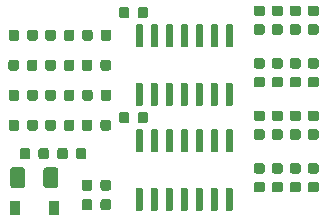
<source format=gbr>
G04 #@! TF.GenerationSoftware,KiCad,Pcbnew,5.1.2-f72e74a~84~ubuntu18.04.1*
G04 #@! TF.CreationDate,2019-06-21T19:35:54+10:00*
G04 #@! TF.ProjectId,axis-encoder,61786973-2d65-46e6-936f-6465722e6b69,21/06/19*
G04 #@! TF.SameCoordinates,Original*
G04 #@! TF.FileFunction,Paste,Top*
G04 #@! TF.FilePolarity,Positive*
%FSLAX46Y46*%
G04 Gerber Fmt 4.6, Leading zero omitted, Abs format (unit mm)*
G04 Created by KiCad (PCBNEW 5.1.2-f72e74a~84~ubuntu18.04.1) date 2019-06-21 19:35:54*
%MOMM*%
%LPD*%
G04 APERTURE LIST*
%ADD10C,0.100000*%
%ADD11C,0.600000*%
%ADD12R,0.900000X1.200000*%
%ADD13C,1.250000*%
%ADD14C,0.875000*%
G04 APERTURE END LIST*
D10*
G36*
X137959703Y-104370722D02*
G01*
X137974264Y-104372882D01*
X137988543Y-104376459D01*
X138002403Y-104381418D01*
X138015710Y-104387712D01*
X138028336Y-104395280D01*
X138040159Y-104404048D01*
X138051066Y-104413934D01*
X138060952Y-104424841D01*
X138069720Y-104436664D01*
X138077288Y-104449290D01*
X138083582Y-104462597D01*
X138088541Y-104476457D01*
X138092118Y-104490736D01*
X138094278Y-104505297D01*
X138095000Y-104520000D01*
X138095000Y-106170000D01*
X138094278Y-106184703D01*
X138092118Y-106199264D01*
X138088541Y-106213543D01*
X138083582Y-106227403D01*
X138077288Y-106240710D01*
X138069720Y-106253336D01*
X138060952Y-106265159D01*
X138051066Y-106276066D01*
X138040159Y-106285952D01*
X138028336Y-106294720D01*
X138015710Y-106302288D01*
X138002403Y-106308582D01*
X137988543Y-106313541D01*
X137974264Y-106317118D01*
X137959703Y-106319278D01*
X137945000Y-106320000D01*
X137645000Y-106320000D01*
X137630297Y-106319278D01*
X137615736Y-106317118D01*
X137601457Y-106313541D01*
X137587597Y-106308582D01*
X137574290Y-106302288D01*
X137561664Y-106294720D01*
X137549841Y-106285952D01*
X137538934Y-106276066D01*
X137529048Y-106265159D01*
X137520280Y-106253336D01*
X137512712Y-106240710D01*
X137506418Y-106227403D01*
X137501459Y-106213543D01*
X137497882Y-106199264D01*
X137495722Y-106184703D01*
X137495000Y-106170000D01*
X137495000Y-104520000D01*
X137495722Y-104505297D01*
X137497882Y-104490736D01*
X137501459Y-104476457D01*
X137506418Y-104462597D01*
X137512712Y-104449290D01*
X137520280Y-104436664D01*
X137529048Y-104424841D01*
X137538934Y-104413934D01*
X137549841Y-104404048D01*
X137561664Y-104395280D01*
X137574290Y-104387712D01*
X137587597Y-104381418D01*
X137601457Y-104376459D01*
X137615736Y-104372882D01*
X137630297Y-104370722D01*
X137645000Y-104370000D01*
X137945000Y-104370000D01*
X137959703Y-104370722D01*
X137959703Y-104370722D01*
G37*
D11*
X137795000Y-105345000D03*
D10*
G36*
X139229703Y-104370722D02*
G01*
X139244264Y-104372882D01*
X139258543Y-104376459D01*
X139272403Y-104381418D01*
X139285710Y-104387712D01*
X139298336Y-104395280D01*
X139310159Y-104404048D01*
X139321066Y-104413934D01*
X139330952Y-104424841D01*
X139339720Y-104436664D01*
X139347288Y-104449290D01*
X139353582Y-104462597D01*
X139358541Y-104476457D01*
X139362118Y-104490736D01*
X139364278Y-104505297D01*
X139365000Y-104520000D01*
X139365000Y-106170000D01*
X139364278Y-106184703D01*
X139362118Y-106199264D01*
X139358541Y-106213543D01*
X139353582Y-106227403D01*
X139347288Y-106240710D01*
X139339720Y-106253336D01*
X139330952Y-106265159D01*
X139321066Y-106276066D01*
X139310159Y-106285952D01*
X139298336Y-106294720D01*
X139285710Y-106302288D01*
X139272403Y-106308582D01*
X139258543Y-106313541D01*
X139244264Y-106317118D01*
X139229703Y-106319278D01*
X139215000Y-106320000D01*
X138915000Y-106320000D01*
X138900297Y-106319278D01*
X138885736Y-106317118D01*
X138871457Y-106313541D01*
X138857597Y-106308582D01*
X138844290Y-106302288D01*
X138831664Y-106294720D01*
X138819841Y-106285952D01*
X138808934Y-106276066D01*
X138799048Y-106265159D01*
X138790280Y-106253336D01*
X138782712Y-106240710D01*
X138776418Y-106227403D01*
X138771459Y-106213543D01*
X138767882Y-106199264D01*
X138765722Y-106184703D01*
X138765000Y-106170000D01*
X138765000Y-104520000D01*
X138765722Y-104505297D01*
X138767882Y-104490736D01*
X138771459Y-104476457D01*
X138776418Y-104462597D01*
X138782712Y-104449290D01*
X138790280Y-104436664D01*
X138799048Y-104424841D01*
X138808934Y-104413934D01*
X138819841Y-104404048D01*
X138831664Y-104395280D01*
X138844290Y-104387712D01*
X138857597Y-104381418D01*
X138871457Y-104376459D01*
X138885736Y-104372882D01*
X138900297Y-104370722D01*
X138915000Y-104370000D01*
X139215000Y-104370000D01*
X139229703Y-104370722D01*
X139229703Y-104370722D01*
G37*
D11*
X139065000Y-105345000D03*
D10*
G36*
X140499703Y-104370722D02*
G01*
X140514264Y-104372882D01*
X140528543Y-104376459D01*
X140542403Y-104381418D01*
X140555710Y-104387712D01*
X140568336Y-104395280D01*
X140580159Y-104404048D01*
X140591066Y-104413934D01*
X140600952Y-104424841D01*
X140609720Y-104436664D01*
X140617288Y-104449290D01*
X140623582Y-104462597D01*
X140628541Y-104476457D01*
X140632118Y-104490736D01*
X140634278Y-104505297D01*
X140635000Y-104520000D01*
X140635000Y-106170000D01*
X140634278Y-106184703D01*
X140632118Y-106199264D01*
X140628541Y-106213543D01*
X140623582Y-106227403D01*
X140617288Y-106240710D01*
X140609720Y-106253336D01*
X140600952Y-106265159D01*
X140591066Y-106276066D01*
X140580159Y-106285952D01*
X140568336Y-106294720D01*
X140555710Y-106302288D01*
X140542403Y-106308582D01*
X140528543Y-106313541D01*
X140514264Y-106317118D01*
X140499703Y-106319278D01*
X140485000Y-106320000D01*
X140185000Y-106320000D01*
X140170297Y-106319278D01*
X140155736Y-106317118D01*
X140141457Y-106313541D01*
X140127597Y-106308582D01*
X140114290Y-106302288D01*
X140101664Y-106294720D01*
X140089841Y-106285952D01*
X140078934Y-106276066D01*
X140069048Y-106265159D01*
X140060280Y-106253336D01*
X140052712Y-106240710D01*
X140046418Y-106227403D01*
X140041459Y-106213543D01*
X140037882Y-106199264D01*
X140035722Y-106184703D01*
X140035000Y-106170000D01*
X140035000Y-104520000D01*
X140035722Y-104505297D01*
X140037882Y-104490736D01*
X140041459Y-104476457D01*
X140046418Y-104462597D01*
X140052712Y-104449290D01*
X140060280Y-104436664D01*
X140069048Y-104424841D01*
X140078934Y-104413934D01*
X140089841Y-104404048D01*
X140101664Y-104395280D01*
X140114290Y-104387712D01*
X140127597Y-104381418D01*
X140141457Y-104376459D01*
X140155736Y-104372882D01*
X140170297Y-104370722D01*
X140185000Y-104370000D01*
X140485000Y-104370000D01*
X140499703Y-104370722D01*
X140499703Y-104370722D01*
G37*
D11*
X140335000Y-105345000D03*
D10*
G36*
X141769703Y-104370722D02*
G01*
X141784264Y-104372882D01*
X141798543Y-104376459D01*
X141812403Y-104381418D01*
X141825710Y-104387712D01*
X141838336Y-104395280D01*
X141850159Y-104404048D01*
X141861066Y-104413934D01*
X141870952Y-104424841D01*
X141879720Y-104436664D01*
X141887288Y-104449290D01*
X141893582Y-104462597D01*
X141898541Y-104476457D01*
X141902118Y-104490736D01*
X141904278Y-104505297D01*
X141905000Y-104520000D01*
X141905000Y-106170000D01*
X141904278Y-106184703D01*
X141902118Y-106199264D01*
X141898541Y-106213543D01*
X141893582Y-106227403D01*
X141887288Y-106240710D01*
X141879720Y-106253336D01*
X141870952Y-106265159D01*
X141861066Y-106276066D01*
X141850159Y-106285952D01*
X141838336Y-106294720D01*
X141825710Y-106302288D01*
X141812403Y-106308582D01*
X141798543Y-106313541D01*
X141784264Y-106317118D01*
X141769703Y-106319278D01*
X141755000Y-106320000D01*
X141455000Y-106320000D01*
X141440297Y-106319278D01*
X141425736Y-106317118D01*
X141411457Y-106313541D01*
X141397597Y-106308582D01*
X141384290Y-106302288D01*
X141371664Y-106294720D01*
X141359841Y-106285952D01*
X141348934Y-106276066D01*
X141339048Y-106265159D01*
X141330280Y-106253336D01*
X141322712Y-106240710D01*
X141316418Y-106227403D01*
X141311459Y-106213543D01*
X141307882Y-106199264D01*
X141305722Y-106184703D01*
X141305000Y-106170000D01*
X141305000Y-104520000D01*
X141305722Y-104505297D01*
X141307882Y-104490736D01*
X141311459Y-104476457D01*
X141316418Y-104462597D01*
X141322712Y-104449290D01*
X141330280Y-104436664D01*
X141339048Y-104424841D01*
X141348934Y-104413934D01*
X141359841Y-104404048D01*
X141371664Y-104395280D01*
X141384290Y-104387712D01*
X141397597Y-104381418D01*
X141411457Y-104376459D01*
X141425736Y-104372882D01*
X141440297Y-104370722D01*
X141455000Y-104370000D01*
X141755000Y-104370000D01*
X141769703Y-104370722D01*
X141769703Y-104370722D01*
G37*
D11*
X141605000Y-105345000D03*
D10*
G36*
X143039703Y-104370722D02*
G01*
X143054264Y-104372882D01*
X143068543Y-104376459D01*
X143082403Y-104381418D01*
X143095710Y-104387712D01*
X143108336Y-104395280D01*
X143120159Y-104404048D01*
X143131066Y-104413934D01*
X143140952Y-104424841D01*
X143149720Y-104436664D01*
X143157288Y-104449290D01*
X143163582Y-104462597D01*
X143168541Y-104476457D01*
X143172118Y-104490736D01*
X143174278Y-104505297D01*
X143175000Y-104520000D01*
X143175000Y-106170000D01*
X143174278Y-106184703D01*
X143172118Y-106199264D01*
X143168541Y-106213543D01*
X143163582Y-106227403D01*
X143157288Y-106240710D01*
X143149720Y-106253336D01*
X143140952Y-106265159D01*
X143131066Y-106276066D01*
X143120159Y-106285952D01*
X143108336Y-106294720D01*
X143095710Y-106302288D01*
X143082403Y-106308582D01*
X143068543Y-106313541D01*
X143054264Y-106317118D01*
X143039703Y-106319278D01*
X143025000Y-106320000D01*
X142725000Y-106320000D01*
X142710297Y-106319278D01*
X142695736Y-106317118D01*
X142681457Y-106313541D01*
X142667597Y-106308582D01*
X142654290Y-106302288D01*
X142641664Y-106294720D01*
X142629841Y-106285952D01*
X142618934Y-106276066D01*
X142609048Y-106265159D01*
X142600280Y-106253336D01*
X142592712Y-106240710D01*
X142586418Y-106227403D01*
X142581459Y-106213543D01*
X142577882Y-106199264D01*
X142575722Y-106184703D01*
X142575000Y-106170000D01*
X142575000Y-104520000D01*
X142575722Y-104505297D01*
X142577882Y-104490736D01*
X142581459Y-104476457D01*
X142586418Y-104462597D01*
X142592712Y-104449290D01*
X142600280Y-104436664D01*
X142609048Y-104424841D01*
X142618934Y-104413934D01*
X142629841Y-104404048D01*
X142641664Y-104395280D01*
X142654290Y-104387712D01*
X142667597Y-104381418D01*
X142681457Y-104376459D01*
X142695736Y-104372882D01*
X142710297Y-104370722D01*
X142725000Y-104370000D01*
X143025000Y-104370000D01*
X143039703Y-104370722D01*
X143039703Y-104370722D01*
G37*
D11*
X142875000Y-105345000D03*
D10*
G36*
X144309703Y-104370722D02*
G01*
X144324264Y-104372882D01*
X144338543Y-104376459D01*
X144352403Y-104381418D01*
X144365710Y-104387712D01*
X144378336Y-104395280D01*
X144390159Y-104404048D01*
X144401066Y-104413934D01*
X144410952Y-104424841D01*
X144419720Y-104436664D01*
X144427288Y-104449290D01*
X144433582Y-104462597D01*
X144438541Y-104476457D01*
X144442118Y-104490736D01*
X144444278Y-104505297D01*
X144445000Y-104520000D01*
X144445000Y-106170000D01*
X144444278Y-106184703D01*
X144442118Y-106199264D01*
X144438541Y-106213543D01*
X144433582Y-106227403D01*
X144427288Y-106240710D01*
X144419720Y-106253336D01*
X144410952Y-106265159D01*
X144401066Y-106276066D01*
X144390159Y-106285952D01*
X144378336Y-106294720D01*
X144365710Y-106302288D01*
X144352403Y-106308582D01*
X144338543Y-106313541D01*
X144324264Y-106317118D01*
X144309703Y-106319278D01*
X144295000Y-106320000D01*
X143995000Y-106320000D01*
X143980297Y-106319278D01*
X143965736Y-106317118D01*
X143951457Y-106313541D01*
X143937597Y-106308582D01*
X143924290Y-106302288D01*
X143911664Y-106294720D01*
X143899841Y-106285952D01*
X143888934Y-106276066D01*
X143879048Y-106265159D01*
X143870280Y-106253336D01*
X143862712Y-106240710D01*
X143856418Y-106227403D01*
X143851459Y-106213543D01*
X143847882Y-106199264D01*
X143845722Y-106184703D01*
X143845000Y-106170000D01*
X143845000Y-104520000D01*
X143845722Y-104505297D01*
X143847882Y-104490736D01*
X143851459Y-104476457D01*
X143856418Y-104462597D01*
X143862712Y-104449290D01*
X143870280Y-104436664D01*
X143879048Y-104424841D01*
X143888934Y-104413934D01*
X143899841Y-104404048D01*
X143911664Y-104395280D01*
X143924290Y-104387712D01*
X143937597Y-104381418D01*
X143951457Y-104376459D01*
X143965736Y-104372882D01*
X143980297Y-104370722D01*
X143995000Y-104370000D01*
X144295000Y-104370000D01*
X144309703Y-104370722D01*
X144309703Y-104370722D01*
G37*
D11*
X144145000Y-105345000D03*
D10*
G36*
X145579703Y-104370722D02*
G01*
X145594264Y-104372882D01*
X145608543Y-104376459D01*
X145622403Y-104381418D01*
X145635710Y-104387712D01*
X145648336Y-104395280D01*
X145660159Y-104404048D01*
X145671066Y-104413934D01*
X145680952Y-104424841D01*
X145689720Y-104436664D01*
X145697288Y-104449290D01*
X145703582Y-104462597D01*
X145708541Y-104476457D01*
X145712118Y-104490736D01*
X145714278Y-104505297D01*
X145715000Y-104520000D01*
X145715000Y-106170000D01*
X145714278Y-106184703D01*
X145712118Y-106199264D01*
X145708541Y-106213543D01*
X145703582Y-106227403D01*
X145697288Y-106240710D01*
X145689720Y-106253336D01*
X145680952Y-106265159D01*
X145671066Y-106276066D01*
X145660159Y-106285952D01*
X145648336Y-106294720D01*
X145635710Y-106302288D01*
X145622403Y-106308582D01*
X145608543Y-106313541D01*
X145594264Y-106317118D01*
X145579703Y-106319278D01*
X145565000Y-106320000D01*
X145265000Y-106320000D01*
X145250297Y-106319278D01*
X145235736Y-106317118D01*
X145221457Y-106313541D01*
X145207597Y-106308582D01*
X145194290Y-106302288D01*
X145181664Y-106294720D01*
X145169841Y-106285952D01*
X145158934Y-106276066D01*
X145149048Y-106265159D01*
X145140280Y-106253336D01*
X145132712Y-106240710D01*
X145126418Y-106227403D01*
X145121459Y-106213543D01*
X145117882Y-106199264D01*
X145115722Y-106184703D01*
X145115000Y-106170000D01*
X145115000Y-104520000D01*
X145115722Y-104505297D01*
X145117882Y-104490736D01*
X145121459Y-104476457D01*
X145126418Y-104462597D01*
X145132712Y-104449290D01*
X145140280Y-104436664D01*
X145149048Y-104424841D01*
X145158934Y-104413934D01*
X145169841Y-104404048D01*
X145181664Y-104395280D01*
X145194290Y-104387712D01*
X145207597Y-104381418D01*
X145221457Y-104376459D01*
X145235736Y-104372882D01*
X145250297Y-104370722D01*
X145265000Y-104370000D01*
X145565000Y-104370000D01*
X145579703Y-104370722D01*
X145579703Y-104370722D01*
G37*
D11*
X145415000Y-105345000D03*
D10*
G36*
X145579703Y-99420722D02*
G01*
X145594264Y-99422882D01*
X145608543Y-99426459D01*
X145622403Y-99431418D01*
X145635710Y-99437712D01*
X145648336Y-99445280D01*
X145660159Y-99454048D01*
X145671066Y-99463934D01*
X145680952Y-99474841D01*
X145689720Y-99486664D01*
X145697288Y-99499290D01*
X145703582Y-99512597D01*
X145708541Y-99526457D01*
X145712118Y-99540736D01*
X145714278Y-99555297D01*
X145715000Y-99570000D01*
X145715000Y-101220000D01*
X145714278Y-101234703D01*
X145712118Y-101249264D01*
X145708541Y-101263543D01*
X145703582Y-101277403D01*
X145697288Y-101290710D01*
X145689720Y-101303336D01*
X145680952Y-101315159D01*
X145671066Y-101326066D01*
X145660159Y-101335952D01*
X145648336Y-101344720D01*
X145635710Y-101352288D01*
X145622403Y-101358582D01*
X145608543Y-101363541D01*
X145594264Y-101367118D01*
X145579703Y-101369278D01*
X145565000Y-101370000D01*
X145265000Y-101370000D01*
X145250297Y-101369278D01*
X145235736Y-101367118D01*
X145221457Y-101363541D01*
X145207597Y-101358582D01*
X145194290Y-101352288D01*
X145181664Y-101344720D01*
X145169841Y-101335952D01*
X145158934Y-101326066D01*
X145149048Y-101315159D01*
X145140280Y-101303336D01*
X145132712Y-101290710D01*
X145126418Y-101277403D01*
X145121459Y-101263543D01*
X145117882Y-101249264D01*
X145115722Y-101234703D01*
X145115000Y-101220000D01*
X145115000Y-99570000D01*
X145115722Y-99555297D01*
X145117882Y-99540736D01*
X145121459Y-99526457D01*
X145126418Y-99512597D01*
X145132712Y-99499290D01*
X145140280Y-99486664D01*
X145149048Y-99474841D01*
X145158934Y-99463934D01*
X145169841Y-99454048D01*
X145181664Y-99445280D01*
X145194290Y-99437712D01*
X145207597Y-99431418D01*
X145221457Y-99426459D01*
X145235736Y-99422882D01*
X145250297Y-99420722D01*
X145265000Y-99420000D01*
X145565000Y-99420000D01*
X145579703Y-99420722D01*
X145579703Y-99420722D01*
G37*
D11*
X145415000Y-100395000D03*
D10*
G36*
X144309703Y-99420722D02*
G01*
X144324264Y-99422882D01*
X144338543Y-99426459D01*
X144352403Y-99431418D01*
X144365710Y-99437712D01*
X144378336Y-99445280D01*
X144390159Y-99454048D01*
X144401066Y-99463934D01*
X144410952Y-99474841D01*
X144419720Y-99486664D01*
X144427288Y-99499290D01*
X144433582Y-99512597D01*
X144438541Y-99526457D01*
X144442118Y-99540736D01*
X144444278Y-99555297D01*
X144445000Y-99570000D01*
X144445000Y-101220000D01*
X144444278Y-101234703D01*
X144442118Y-101249264D01*
X144438541Y-101263543D01*
X144433582Y-101277403D01*
X144427288Y-101290710D01*
X144419720Y-101303336D01*
X144410952Y-101315159D01*
X144401066Y-101326066D01*
X144390159Y-101335952D01*
X144378336Y-101344720D01*
X144365710Y-101352288D01*
X144352403Y-101358582D01*
X144338543Y-101363541D01*
X144324264Y-101367118D01*
X144309703Y-101369278D01*
X144295000Y-101370000D01*
X143995000Y-101370000D01*
X143980297Y-101369278D01*
X143965736Y-101367118D01*
X143951457Y-101363541D01*
X143937597Y-101358582D01*
X143924290Y-101352288D01*
X143911664Y-101344720D01*
X143899841Y-101335952D01*
X143888934Y-101326066D01*
X143879048Y-101315159D01*
X143870280Y-101303336D01*
X143862712Y-101290710D01*
X143856418Y-101277403D01*
X143851459Y-101263543D01*
X143847882Y-101249264D01*
X143845722Y-101234703D01*
X143845000Y-101220000D01*
X143845000Y-99570000D01*
X143845722Y-99555297D01*
X143847882Y-99540736D01*
X143851459Y-99526457D01*
X143856418Y-99512597D01*
X143862712Y-99499290D01*
X143870280Y-99486664D01*
X143879048Y-99474841D01*
X143888934Y-99463934D01*
X143899841Y-99454048D01*
X143911664Y-99445280D01*
X143924290Y-99437712D01*
X143937597Y-99431418D01*
X143951457Y-99426459D01*
X143965736Y-99422882D01*
X143980297Y-99420722D01*
X143995000Y-99420000D01*
X144295000Y-99420000D01*
X144309703Y-99420722D01*
X144309703Y-99420722D01*
G37*
D11*
X144145000Y-100395000D03*
D10*
G36*
X143039703Y-99420722D02*
G01*
X143054264Y-99422882D01*
X143068543Y-99426459D01*
X143082403Y-99431418D01*
X143095710Y-99437712D01*
X143108336Y-99445280D01*
X143120159Y-99454048D01*
X143131066Y-99463934D01*
X143140952Y-99474841D01*
X143149720Y-99486664D01*
X143157288Y-99499290D01*
X143163582Y-99512597D01*
X143168541Y-99526457D01*
X143172118Y-99540736D01*
X143174278Y-99555297D01*
X143175000Y-99570000D01*
X143175000Y-101220000D01*
X143174278Y-101234703D01*
X143172118Y-101249264D01*
X143168541Y-101263543D01*
X143163582Y-101277403D01*
X143157288Y-101290710D01*
X143149720Y-101303336D01*
X143140952Y-101315159D01*
X143131066Y-101326066D01*
X143120159Y-101335952D01*
X143108336Y-101344720D01*
X143095710Y-101352288D01*
X143082403Y-101358582D01*
X143068543Y-101363541D01*
X143054264Y-101367118D01*
X143039703Y-101369278D01*
X143025000Y-101370000D01*
X142725000Y-101370000D01*
X142710297Y-101369278D01*
X142695736Y-101367118D01*
X142681457Y-101363541D01*
X142667597Y-101358582D01*
X142654290Y-101352288D01*
X142641664Y-101344720D01*
X142629841Y-101335952D01*
X142618934Y-101326066D01*
X142609048Y-101315159D01*
X142600280Y-101303336D01*
X142592712Y-101290710D01*
X142586418Y-101277403D01*
X142581459Y-101263543D01*
X142577882Y-101249264D01*
X142575722Y-101234703D01*
X142575000Y-101220000D01*
X142575000Y-99570000D01*
X142575722Y-99555297D01*
X142577882Y-99540736D01*
X142581459Y-99526457D01*
X142586418Y-99512597D01*
X142592712Y-99499290D01*
X142600280Y-99486664D01*
X142609048Y-99474841D01*
X142618934Y-99463934D01*
X142629841Y-99454048D01*
X142641664Y-99445280D01*
X142654290Y-99437712D01*
X142667597Y-99431418D01*
X142681457Y-99426459D01*
X142695736Y-99422882D01*
X142710297Y-99420722D01*
X142725000Y-99420000D01*
X143025000Y-99420000D01*
X143039703Y-99420722D01*
X143039703Y-99420722D01*
G37*
D11*
X142875000Y-100395000D03*
D10*
G36*
X141769703Y-99420722D02*
G01*
X141784264Y-99422882D01*
X141798543Y-99426459D01*
X141812403Y-99431418D01*
X141825710Y-99437712D01*
X141838336Y-99445280D01*
X141850159Y-99454048D01*
X141861066Y-99463934D01*
X141870952Y-99474841D01*
X141879720Y-99486664D01*
X141887288Y-99499290D01*
X141893582Y-99512597D01*
X141898541Y-99526457D01*
X141902118Y-99540736D01*
X141904278Y-99555297D01*
X141905000Y-99570000D01*
X141905000Y-101220000D01*
X141904278Y-101234703D01*
X141902118Y-101249264D01*
X141898541Y-101263543D01*
X141893582Y-101277403D01*
X141887288Y-101290710D01*
X141879720Y-101303336D01*
X141870952Y-101315159D01*
X141861066Y-101326066D01*
X141850159Y-101335952D01*
X141838336Y-101344720D01*
X141825710Y-101352288D01*
X141812403Y-101358582D01*
X141798543Y-101363541D01*
X141784264Y-101367118D01*
X141769703Y-101369278D01*
X141755000Y-101370000D01*
X141455000Y-101370000D01*
X141440297Y-101369278D01*
X141425736Y-101367118D01*
X141411457Y-101363541D01*
X141397597Y-101358582D01*
X141384290Y-101352288D01*
X141371664Y-101344720D01*
X141359841Y-101335952D01*
X141348934Y-101326066D01*
X141339048Y-101315159D01*
X141330280Y-101303336D01*
X141322712Y-101290710D01*
X141316418Y-101277403D01*
X141311459Y-101263543D01*
X141307882Y-101249264D01*
X141305722Y-101234703D01*
X141305000Y-101220000D01*
X141305000Y-99570000D01*
X141305722Y-99555297D01*
X141307882Y-99540736D01*
X141311459Y-99526457D01*
X141316418Y-99512597D01*
X141322712Y-99499290D01*
X141330280Y-99486664D01*
X141339048Y-99474841D01*
X141348934Y-99463934D01*
X141359841Y-99454048D01*
X141371664Y-99445280D01*
X141384290Y-99437712D01*
X141397597Y-99431418D01*
X141411457Y-99426459D01*
X141425736Y-99422882D01*
X141440297Y-99420722D01*
X141455000Y-99420000D01*
X141755000Y-99420000D01*
X141769703Y-99420722D01*
X141769703Y-99420722D01*
G37*
D11*
X141605000Y-100395000D03*
D10*
G36*
X140499703Y-99420722D02*
G01*
X140514264Y-99422882D01*
X140528543Y-99426459D01*
X140542403Y-99431418D01*
X140555710Y-99437712D01*
X140568336Y-99445280D01*
X140580159Y-99454048D01*
X140591066Y-99463934D01*
X140600952Y-99474841D01*
X140609720Y-99486664D01*
X140617288Y-99499290D01*
X140623582Y-99512597D01*
X140628541Y-99526457D01*
X140632118Y-99540736D01*
X140634278Y-99555297D01*
X140635000Y-99570000D01*
X140635000Y-101220000D01*
X140634278Y-101234703D01*
X140632118Y-101249264D01*
X140628541Y-101263543D01*
X140623582Y-101277403D01*
X140617288Y-101290710D01*
X140609720Y-101303336D01*
X140600952Y-101315159D01*
X140591066Y-101326066D01*
X140580159Y-101335952D01*
X140568336Y-101344720D01*
X140555710Y-101352288D01*
X140542403Y-101358582D01*
X140528543Y-101363541D01*
X140514264Y-101367118D01*
X140499703Y-101369278D01*
X140485000Y-101370000D01*
X140185000Y-101370000D01*
X140170297Y-101369278D01*
X140155736Y-101367118D01*
X140141457Y-101363541D01*
X140127597Y-101358582D01*
X140114290Y-101352288D01*
X140101664Y-101344720D01*
X140089841Y-101335952D01*
X140078934Y-101326066D01*
X140069048Y-101315159D01*
X140060280Y-101303336D01*
X140052712Y-101290710D01*
X140046418Y-101277403D01*
X140041459Y-101263543D01*
X140037882Y-101249264D01*
X140035722Y-101234703D01*
X140035000Y-101220000D01*
X140035000Y-99570000D01*
X140035722Y-99555297D01*
X140037882Y-99540736D01*
X140041459Y-99526457D01*
X140046418Y-99512597D01*
X140052712Y-99499290D01*
X140060280Y-99486664D01*
X140069048Y-99474841D01*
X140078934Y-99463934D01*
X140089841Y-99454048D01*
X140101664Y-99445280D01*
X140114290Y-99437712D01*
X140127597Y-99431418D01*
X140141457Y-99426459D01*
X140155736Y-99422882D01*
X140170297Y-99420722D01*
X140185000Y-99420000D01*
X140485000Y-99420000D01*
X140499703Y-99420722D01*
X140499703Y-99420722D01*
G37*
D11*
X140335000Y-100395000D03*
D10*
G36*
X139229703Y-99420722D02*
G01*
X139244264Y-99422882D01*
X139258543Y-99426459D01*
X139272403Y-99431418D01*
X139285710Y-99437712D01*
X139298336Y-99445280D01*
X139310159Y-99454048D01*
X139321066Y-99463934D01*
X139330952Y-99474841D01*
X139339720Y-99486664D01*
X139347288Y-99499290D01*
X139353582Y-99512597D01*
X139358541Y-99526457D01*
X139362118Y-99540736D01*
X139364278Y-99555297D01*
X139365000Y-99570000D01*
X139365000Y-101220000D01*
X139364278Y-101234703D01*
X139362118Y-101249264D01*
X139358541Y-101263543D01*
X139353582Y-101277403D01*
X139347288Y-101290710D01*
X139339720Y-101303336D01*
X139330952Y-101315159D01*
X139321066Y-101326066D01*
X139310159Y-101335952D01*
X139298336Y-101344720D01*
X139285710Y-101352288D01*
X139272403Y-101358582D01*
X139258543Y-101363541D01*
X139244264Y-101367118D01*
X139229703Y-101369278D01*
X139215000Y-101370000D01*
X138915000Y-101370000D01*
X138900297Y-101369278D01*
X138885736Y-101367118D01*
X138871457Y-101363541D01*
X138857597Y-101358582D01*
X138844290Y-101352288D01*
X138831664Y-101344720D01*
X138819841Y-101335952D01*
X138808934Y-101326066D01*
X138799048Y-101315159D01*
X138790280Y-101303336D01*
X138782712Y-101290710D01*
X138776418Y-101277403D01*
X138771459Y-101263543D01*
X138767882Y-101249264D01*
X138765722Y-101234703D01*
X138765000Y-101220000D01*
X138765000Y-99570000D01*
X138765722Y-99555297D01*
X138767882Y-99540736D01*
X138771459Y-99526457D01*
X138776418Y-99512597D01*
X138782712Y-99499290D01*
X138790280Y-99486664D01*
X138799048Y-99474841D01*
X138808934Y-99463934D01*
X138819841Y-99454048D01*
X138831664Y-99445280D01*
X138844290Y-99437712D01*
X138857597Y-99431418D01*
X138871457Y-99426459D01*
X138885736Y-99422882D01*
X138900297Y-99420722D01*
X138915000Y-99420000D01*
X139215000Y-99420000D01*
X139229703Y-99420722D01*
X139229703Y-99420722D01*
G37*
D11*
X139065000Y-100395000D03*
D10*
G36*
X137959703Y-99420722D02*
G01*
X137974264Y-99422882D01*
X137988543Y-99426459D01*
X138002403Y-99431418D01*
X138015710Y-99437712D01*
X138028336Y-99445280D01*
X138040159Y-99454048D01*
X138051066Y-99463934D01*
X138060952Y-99474841D01*
X138069720Y-99486664D01*
X138077288Y-99499290D01*
X138083582Y-99512597D01*
X138088541Y-99526457D01*
X138092118Y-99540736D01*
X138094278Y-99555297D01*
X138095000Y-99570000D01*
X138095000Y-101220000D01*
X138094278Y-101234703D01*
X138092118Y-101249264D01*
X138088541Y-101263543D01*
X138083582Y-101277403D01*
X138077288Y-101290710D01*
X138069720Y-101303336D01*
X138060952Y-101315159D01*
X138051066Y-101326066D01*
X138040159Y-101335952D01*
X138028336Y-101344720D01*
X138015710Y-101352288D01*
X138002403Y-101358582D01*
X137988543Y-101363541D01*
X137974264Y-101367118D01*
X137959703Y-101369278D01*
X137945000Y-101370000D01*
X137645000Y-101370000D01*
X137630297Y-101369278D01*
X137615736Y-101367118D01*
X137601457Y-101363541D01*
X137587597Y-101358582D01*
X137574290Y-101352288D01*
X137561664Y-101344720D01*
X137549841Y-101335952D01*
X137538934Y-101326066D01*
X137529048Y-101315159D01*
X137520280Y-101303336D01*
X137512712Y-101290710D01*
X137506418Y-101277403D01*
X137501459Y-101263543D01*
X137497882Y-101249264D01*
X137495722Y-101234703D01*
X137495000Y-101220000D01*
X137495000Y-99570000D01*
X137495722Y-99555297D01*
X137497882Y-99540736D01*
X137501459Y-99526457D01*
X137506418Y-99512597D01*
X137512712Y-99499290D01*
X137520280Y-99486664D01*
X137529048Y-99474841D01*
X137538934Y-99463934D01*
X137549841Y-99454048D01*
X137561664Y-99445280D01*
X137574290Y-99437712D01*
X137587597Y-99431418D01*
X137601457Y-99426459D01*
X137615736Y-99422882D01*
X137630297Y-99420722D01*
X137645000Y-99420000D01*
X137945000Y-99420000D01*
X137959703Y-99420722D01*
X137959703Y-99420722D01*
G37*
D11*
X137795000Y-100395000D03*
D12*
X127255000Y-106045000D03*
X130555000Y-106045000D03*
D10*
G36*
X130704504Y-102631204D02*
G01*
X130728773Y-102634804D01*
X130752571Y-102640765D01*
X130775671Y-102649030D01*
X130797849Y-102659520D01*
X130818893Y-102672133D01*
X130838598Y-102686747D01*
X130856777Y-102703223D01*
X130873253Y-102721402D01*
X130887867Y-102741107D01*
X130900480Y-102762151D01*
X130910970Y-102784329D01*
X130919235Y-102807429D01*
X130925196Y-102831227D01*
X130928796Y-102855496D01*
X130930000Y-102880000D01*
X130930000Y-104130000D01*
X130928796Y-104154504D01*
X130925196Y-104178773D01*
X130919235Y-104202571D01*
X130910970Y-104225671D01*
X130900480Y-104247849D01*
X130887867Y-104268893D01*
X130873253Y-104288598D01*
X130856777Y-104306777D01*
X130838598Y-104323253D01*
X130818893Y-104337867D01*
X130797849Y-104350480D01*
X130775671Y-104360970D01*
X130752571Y-104369235D01*
X130728773Y-104375196D01*
X130704504Y-104378796D01*
X130680000Y-104380000D01*
X129930000Y-104380000D01*
X129905496Y-104378796D01*
X129881227Y-104375196D01*
X129857429Y-104369235D01*
X129834329Y-104360970D01*
X129812151Y-104350480D01*
X129791107Y-104337867D01*
X129771402Y-104323253D01*
X129753223Y-104306777D01*
X129736747Y-104288598D01*
X129722133Y-104268893D01*
X129709520Y-104247849D01*
X129699030Y-104225671D01*
X129690765Y-104202571D01*
X129684804Y-104178773D01*
X129681204Y-104154504D01*
X129680000Y-104130000D01*
X129680000Y-102880000D01*
X129681204Y-102855496D01*
X129684804Y-102831227D01*
X129690765Y-102807429D01*
X129699030Y-102784329D01*
X129709520Y-102762151D01*
X129722133Y-102741107D01*
X129736747Y-102721402D01*
X129753223Y-102703223D01*
X129771402Y-102686747D01*
X129791107Y-102672133D01*
X129812151Y-102659520D01*
X129834329Y-102649030D01*
X129857429Y-102640765D01*
X129881227Y-102634804D01*
X129905496Y-102631204D01*
X129930000Y-102630000D01*
X130680000Y-102630000D01*
X130704504Y-102631204D01*
X130704504Y-102631204D01*
G37*
D13*
X130305000Y-103505000D03*
D10*
G36*
X127904504Y-102631204D02*
G01*
X127928773Y-102634804D01*
X127952571Y-102640765D01*
X127975671Y-102649030D01*
X127997849Y-102659520D01*
X128018893Y-102672133D01*
X128038598Y-102686747D01*
X128056777Y-102703223D01*
X128073253Y-102721402D01*
X128087867Y-102741107D01*
X128100480Y-102762151D01*
X128110970Y-102784329D01*
X128119235Y-102807429D01*
X128125196Y-102831227D01*
X128128796Y-102855496D01*
X128130000Y-102880000D01*
X128130000Y-104130000D01*
X128128796Y-104154504D01*
X128125196Y-104178773D01*
X128119235Y-104202571D01*
X128110970Y-104225671D01*
X128100480Y-104247849D01*
X128087867Y-104268893D01*
X128073253Y-104288598D01*
X128056777Y-104306777D01*
X128038598Y-104323253D01*
X128018893Y-104337867D01*
X127997849Y-104350480D01*
X127975671Y-104360970D01*
X127952571Y-104369235D01*
X127928773Y-104375196D01*
X127904504Y-104378796D01*
X127880000Y-104380000D01*
X127130000Y-104380000D01*
X127105496Y-104378796D01*
X127081227Y-104375196D01*
X127057429Y-104369235D01*
X127034329Y-104360970D01*
X127012151Y-104350480D01*
X126991107Y-104337867D01*
X126971402Y-104323253D01*
X126953223Y-104306777D01*
X126936747Y-104288598D01*
X126922133Y-104268893D01*
X126909520Y-104247849D01*
X126899030Y-104225671D01*
X126890765Y-104202571D01*
X126884804Y-104178773D01*
X126881204Y-104154504D01*
X126880000Y-104130000D01*
X126880000Y-102880000D01*
X126881204Y-102855496D01*
X126884804Y-102831227D01*
X126890765Y-102807429D01*
X126899030Y-102784329D01*
X126909520Y-102762151D01*
X126922133Y-102741107D01*
X126936747Y-102721402D01*
X126953223Y-102703223D01*
X126971402Y-102686747D01*
X126991107Y-102672133D01*
X127012151Y-102659520D01*
X127034329Y-102649030D01*
X127057429Y-102640765D01*
X127081227Y-102634804D01*
X127105496Y-102631204D01*
X127130000Y-102630000D01*
X127880000Y-102630000D01*
X127904504Y-102631204D01*
X127904504Y-102631204D01*
G37*
D13*
X127505000Y-103505000D03*
D10*
G36*
X137959703Y-90530722D02*
G01*
X137974264Y-90532882D01*
X137988543Y-90536459D01*
X138002403Y-90541418D01*
X138015710Y-90547712D01*
X138028336Y-90555280D01*
X138040159Y-90564048D01*
X138051066Y-90573934D01*
X138060952Y-90584841D01*
X138069720Y-90596664D01*
X138077288Y-90609290D01*
X138083582Y-90622597D01*
X138088541Y-90636457D01*
X138092118Y-90650736D01*
X138094278Y-90665297D01*
X138095000Y-90680000D01*
X138095000Y-92330000D01*
X138094278Y-92344703D01*
X138092118Y-92359264D01*
X138088541Y-92373543D01*
X138083582Y-92387403D01*
X138077288Y-92400710D01*
X138069720Y-92413336D01*
X138060952Y-92425159D01*
X138051066Y-92436066D01*
X138040159Y-92445952D01*
X138028336Y-92454720D01*
X138015710Y-92462288D01*
X138002403Y-92468582D01*
X137988543Y-92473541D01*
X137974264Y-92477118D01*
X137959703Y-92479278D01*
X137945000Y-92480000D01*
X137645000Y-92480000D01*
X137630297Y-92479278D01*
X137615736Y-92477118D01*
X137601457Y-92473541D01*
X137587597Y-92468582D01*
X137574290Y-92462288D01*
X137561664Y-92454720D01*
X137549841Y-92445952D01*
X137538934Y-92436066D01*
X137529048Y-92425159D01*
X137520280Y-92413336D01*
X137512712Y-92400710D01*
X137506418Y-92387403D01*
X137501459Y-92373543D01*
X137497882Y-92359264D01*
X137495722Y-92344703D01*
X137495000Y-92330000D01*
X137495000Y-90680000D01*
X137495722Y-90665297D01*
X137497882Y-90650736D01*
X137501459Y-90636457D01*
X137506418Y-90622597D01*
X137512712Y-90609290D01*
X137520280Y-90596664D01*
X137529048Y-90584841D01*
X137538934Y-90573934D01*
X137549841Y-90564048D01*
X137561664Y-90555280D01*
X137574290Y-90547712D01*
X137587597Y-90541418D01*
X137601457Y-90536459D01*
X137615736Y-90532882D01*
X137630297Y-90530722D01*
X137645000Y-90530000D01*
X137945000Y-90530000D01*
X137959703Y-90530722D01*
X137959703Y-90530722D01*
G37*
D11*
X137795000Y-91505000D03*
D10*
G36*
X139229703Y-90530722D02*
G01*
X139244264Y-90532882D01*
X139258543Y-90536459D01*
X139272403Y-90541418D01*
X139285710Y-90547712D01*
X139298336Y-90555280D01*
X139310159Y-90564048D01*
X139321066Y-90573934D01*
X139330952Y-90584841D01*
X139339720Y-90596664D01*
X139347288Y-90609290D01*
X139353582Y-90622597D01*
X139358541Y-90636457D01*
X139362118Y-90650736D01*
X139364278Y-90665297D01*
X139365000Y-90680000D01*
X139365000Y-92330000D01*
X139364278Y-92344703D01*
X139362118Y-92359264D01*
X139358541Y-92373543D01*
X139353582Y-92387403D01*
X139347288Y-92400710D01*
X139339720Y-92413336D01*
X139330952Y-92425159D01*
X139321066Y-92436066D01*
X139310159Y-92445952D01*
X139298336Y-92454720D01*
X139285710Y-92462288D01*
X139272403Y-92468582D01*
X139258543Y-92473541D01*
X139244264Y-92477118D01*
X139229703Y-92479278D01*
X139215000Y-92480000D01*
X138915000Y-92480000D01*
X138900297Y-92479278D01*
X138885736Y-92477118D01*
X138871457Y-92473541D01*
X138857597Y-92468582D01*
X138844290Y-92462288D01*
X138831664Y-92454720D01*
X138819841Y-92445952D01*
X138808934Y-92436066D01*
X138799048Y-92425159D01*
X138790280Y-92413336D01*
X138782712Y-92400710D01*
X138776418Y-92387403D01*
X138771459Y-92373543D01*
X138767882Y-92359264D01*
X138765722Y-92344703D01*
X138765000Y-92330000D01*
X138765000Y-90680000D01*
X138765722Y-90665297D01*
X138767882Y-90650736D01*
X138771459Y-90636457D01*
X138776418Y-90622597D01*
X138782712Y-90609290D01*
X138790280Y-90596664D01*
X138799048Y-90584841D01*
X138808934Y-90573934D01*
X138819841Y-90564048D01*
X138831664Y-90555280D01*
X138844290Y-90547712D01*
X138857597Y-90541418D01*
X138871457Y-90536459D01*
X138885736Y-90532882D01*
X138900297Y-90530722D01*
X138915000Y-90530000D01*
X139215000Y-90530000D01*
X139229703Y-90530722D01*
X139229703Y-90530722D01*
G37*
D11*
X139065000Y-91505000D03*
D10*
G36*
X140499703Y-90530722D02*
G01*
X140514264Y-90532882D01*
X140528543Y-90536459D01*
X140542403Y-90541418D01*
X140555710Y-90547712D01*
X140568336Y-90555280D01*
X140580159Y-90564048D01*
X140591066Y-90573934D01*
X140600952Y-90584841D01*
X140609720Y-90596664D01*
X140617288Y-90609290D01*
X140623582Y-90622597D01*
X140628541Y-90636457D01*
X140632118Y-90650736D01*
X140634278Y-90665297D01*
X140635000Y-90680000D01*
X140635000Y-92330000D01*
X140634278Y-92344703D01*
X140632118Y-92359264D01*
X140628541Y-92373543D01*
X140623582Y-92387403D01*
X140617288Y-92400710D01*
X140609720Y-92413336D01*
X140600952Y-92425159D01*
X140591066Y-92436066D01*
X140580159Y-92445952D01*
X140568336Y-92454720D01*
X140555710Y-92462288D01*
X140542403Y-92468582D01*
X140528543Y-92473541D01*
X140514264Y-92477118D01*
X140499703Y-92479278D01*
X140485000Y-92480000D01*
X140185000Y-92480000D01*
X140170297Y-92479278D01*
X140155736Y-92477118D01*
X140141457Y-92473541D01*
X140127597Y-92468582D01*
X140114290Y-92462288D01*
X140101664Y-92454720D01*
X140089841Y-92445952D01*
X140078934Y-92436066D01*
X140069048Y-92425159D01*
X140060280Y-92413336D01*
X140052712Y-92400710D01*
X140046418Y-92387403D01*
X140041459Y-92373543D01*
X140037882Y-92359264D01*
X140035722Y-92344703D01*
X140035000Y-92330000D01*
X140035000Y-90680000D01*
X140035722Y-90665297D01*
X140037882Y-90650736D01*
X140041459Y-90636457D01*
X140046418Y-90622597D01*
X140052712Y-90609290D01*
X140060280Y-90596664D01*
X140069048Y-90584841D01*
X140078934Y-90573934D01*
X140089841Y-90564048D01*
X140101664Y-90555280D01*
X140114290Y-90547712D01*
X140127597Y-90541418D01*
X140141457Y-90536459D01*
X140155736Y-90532882D01*
X140170297Y-90530722D01*
X140185000Y-90530000D01*
X140485000Y-90530000D01*
X140499703Y-90530722D01*
X140499703Y-90530722D01*
G37*
D11*
X140335000Y-91505000D03*
D10*
G36*
X141769703Y-90530722D02*
G01*
X141784264Y-90532882D01*
X141798543Y-90536459D01*
X141812403Y-90541418D01*
X141825710Y-90547712D01*
X141838336Y-90555280D01*
X141850159Y-90564048D01*
X141861066Y-90573934D01*
X141870952Y-90584841D01*
X141879720Y-90596664D01*
X141887288Y-90609290D01*
X141893582Y-90622597D01*
X141898541Y-90636457D01*
X141902118Y-90650736D01*
X141904278Y-90665297D01*
X141905000Y-90680000D01*
X141905000Y-92330000D01*
X141904278Y-92344703D01*
X141902118Y-92359264D01*
X141898541Y-92373543D01*
X141893582Y-92387403D01*
X141887288Y-92400710D01*
X141879720Y-92413336D01*
X141870952Y-92425159D01*
X141861066Y-92436066D01*
X141850159Y-92445952D01*
X141838336Y-92454720D01*
X141825710Y-92462288D01*
X141812403Y-92468582D01*
X141798543Y-92473541D01*
X141784264Y-92477118D01*
X141769703Y-92479278D01*
X141755000Y-92480000D01*
X141455000Y-92480000D01*
X141440297Y-92479278D01*
X141425736Y-92477118D01*
X141411457Y-92473541D01*
X141397597Y-92468582D01*
X141384290Y-92462288D01*
X141371664Y-92454720D01*
X141359841Y-92445952D01*
X141348934Y-92436066D01*
X141339048Y-92425159D01*
X141330280Y-92413336D01*
X141322712Y-92400710D01*
X141316418Y-92387403D01*
X141311459Y-92373543D01*
X141307882Y-92359264D01*
X141305722Y-92344703D01*
X141305000Y-92330000D01*
X141305000Y-90680000D01*
X141305722Y-90665297D01*
X141307882Y-90650736D01*
X141311459Y-90636457D01*
X141316418Y-90622597D01*
X141322712Y-90609290D01*
X141330280Y-90596664D01*
X141339048Y-90584841D01*
X141348934Y-90573934D01*
X141359841Y-90564048D01*
X141371664Y-90555280D01*
X141384290Y-90547712D01*
X141397597Y-90541418D01*
X141411457Y-90536459D01*
X141425736Y-90532882D01*
X141440297Y-90530722D01*
X141455000Y-90530000D01*
X141755000Y-90530000D01*
X141769703Y-90530722D01*
X141769703Y-90530722D01*
G37*
D11*
X141605000Y-91505000D03*
D10*
G36*
X143039703Y-90530722D02*
G01*
X143054264Y-90532882D01*
X143068543Y-90536459D01*
X143082403Y-90541418D01*
X143095710Y-90547712D01*
X143108336Y-90555280D01*
X143120159Y-90564048D01*
X143131066Y-90573934D01*
X143140952Y-90584841D01*
X143149720Y-90596664D01*
X143157288Y-90609290D01*
X143163582Y-90622597D01*
X143168541Y-90636457D01*
X143172118Y-90650736D01*
X143174278Y-90665297D01*
X143175000Y-90680000D01*
X143175000Y-92330000D01*
X143174278Y-92344703D01*
X143172118Y-92359264D01*
X143168541Y-92373543D01*
X143163582Y-92387403D01*
X143157288Y-92400710D01*
X143149720Y-92413336D01*
X143140952Y-92425159D01*
X143131066Y-92436066D01*
X143120159Y-92445952D01*
X143108336Y-92454720D01*
X143095710Y-92462288D01*
X143082403Y-92468582D01*
X143068543Y-92473541D01*
X143054264Y-92477118D01*
X143039703Y-92479278D01*
X143025000Y-92480000D01*
X142725000Y-92480000D01*
X142710297Y-92479278D01*
X142695736Y-92477118D01*
X142681457Y-92473541D01*
X142667597Y-92468582D01*
X142654290Y-92462288D01*
X142641664Y-92454720D01*
X142629841Y-92445952D01*
X142618934Y-92436066D01*
X142609048Y-92425159D01*
X142600280Y-92413336D01*
X142592712Y-92400710D01*
X142586418Y-92387403D01*
X142581459Y-92373543D01*
X142577882Y-92359264D01*
X142575722Y-92344703D01*
X142575000Y-92330000D01*
X142575000Y-90680000D01*
X142575722Y-90665297D01*
X142577882Y-90650736D01*
X142581459Y-90636457D01*
X142586418Y-90622597D01*
X142592712Y-90609290D01*
X142600280Y-90596664D01*
X142609048Y-90584841D01*
X142618934Y-90573934D01*
X142629841Y-90564048D01*
X142641664Y-90555280D01*
X142654290Y-90547712D01*
X142667597Y-90541418D01*
X142681457Y-90536459D01*
X142695736Y-90532882D01*
X142710297Y-90530722D01*
X142725000Y-90530000D01*
X143025000Y-90530000D01*
X143039703Y-90530722D01*
X143039703Y-90530722D01*
G37*
D11*
X142875000Y-91505000D03*
D10*
G36*
X144309703Y-90530722D02*
G01*
X144324264Y-90532882D01*
X144338543Y-90536459D01*
X144352403Y-90541418D01*
X144365710Y-90547712D01*
X144378336Y-90555280D01*
X144390159Y-90564048D01*
X144401066Y-90573934D01*
X144410952Y-90584841D01*
X144419720Y-90596664D01*
X144427288Y-90609290D01*
X144433582Y-90622597D01*
X144438541Y-90636457D01*
X144442118Y-90650736D01*
X144444278Y-90665297D01*
X144445000Y-90680000D01*
X144445000Y-92330000D01*
X144444278Y-92344703D01*
X144442118Y-92359264D01*
X144438541Y-92373543D01*
X144433582Y-92387403D01*
X144427288Y-92400710D01*
X144419720Y-92413336D01*
X144410952Y-92425159D01*
X144401066Y-92436066D01*
X144390159Y-92445952D01*
X144378336Y-92454720D01*
X144365710Y-92462288D01*
X144352403Y-92468582D01*
X144338543Y-92473541D01*
X144324264Y-92477118D01*
X144309703Y-92479278D01*
X144295000Y-92480000D01*
X143995000Y-92480000D01*
X143980297Y-92479278D01*
X143965736Y-92477118D01*
X143951457Y-92473541D01*
X143937597Y-92468582D01*
X143924290Y-92462288D01*
X143911664Y-92454720D01*
X143899841Y-92445952D01*
X143888934Y-92436066D01*
X143879048Y-92425159D01*
X143870280Y-92413336D01*
X143862712Y-92400710D01*
X143856418Y-92387403D01*
X143851459Y-92373543D01*
X143847882Y-92359264D01*
X143845722Y-92344703D01*
X143845000Y-92330000D01*
X143845000Y-90680000D01*
X143845722Y-90665297D01*
X143847882Y-90650736D01*
X143851459Y-90636457D01*
X143856418Y-90622597D01*
X143862712Y-90609290D01*
X143870280Y-90596664D01*
X143879048Y-90584841D01*
X143888934Y-90573934D01*
X143899841Y-90564048D01*
X143911664Y-90555280D01*
X143924290Y-90547712D01*
X143937597Y-90541418D01*
X143951457Y-90536459D01*
X143965736Y-90532882D01*
X143980297Y-90530722D01*
X143995000Y-90530000D01*
X144295000Y-90530000D01*
X144309703Y-90530722D01*
X144309703Y-90530722D01*
G37*
D11*
X144145000Y-91505000D03*
D10*
G36*
X145579703Y-90530722D02*
G01*
X145594264Y-90532882D01*
X145608543Y-90536459D01*
X145622403Y-90541418D01*
X145635710Y-90547712D01*
X145648336Y-90555280D01*
X145660159Y-90564048D01*
X145671066Y-90573934D01*
X145680952Y-90584841D01*
X145689720Y-90596664D01*
X145697288Y-90609290D01*
X145703582Y-90622597D01*
X145708541Y-90636457D01*
X145712118Y-90650736D01*
X145714278Y-90665297D01*
X145715000Y-90680000D01*
X145715000Y-92330000D01*
X145714278Y-92344703D01*
X145712118Y-92359264D01*
X145708541Y-92373543D01*
X145703582Y-92387403D01*
X145697288Y-92400710D01*
X145689720Y-92413336D01*
X145680952Y-92425159D01*
X145671066Y-92436066D01*
X145660159Y-92445952D01*
X145648336Y-92454720D01*
X145635710Y-92462288D01*
X145622403Y-92468582D01*
X145608543Y-92473541D01*
X145594264Y-92477118D01*
X145579703Y-92479278D01*
X145565000Y-92480000D01*
X145265000Y-92480000D01*
X145250297Y-92479278D01*
X145235736Y-92477118D01*
X145221457Y-92473541D01*
X145207597Y-92468582D01*
X145194290Y-92462288D01*
X145181664Y-92454720D01*
X145169841Y-92445952D01*
X145158934Y-92436066D01*
X145149048Y-92425159D01*
X145140280Y-92413336D01*
X145132712Y-92400710D01*
X145126418Y-92387403D01*
X145121459Y-92373543D01*
X145117882Y-92359264D01*
X145115722Y-92344703D01*
X145115000Y-92330000D01*
X145115000Y-90680000D01*
X145115722Y-90665297D01*
X145117882Y-90650736D01*
X145121459Y-90636457D01*
X145126418Y-90622597D01*
X145132712Y-90609290D01*
X145140280Y-90596664D01*
X145149048Y-90584841D01*
X145158934Y-90573934D01*
X145169841Y-90564048D01*
X145181664Y-90555280D01*
X145194290Y-90547712D01*
X145207597Y-90541418D01*
X145221457Y-90536459D01*
X145235736Y-90532882D01*
X145250297Y-90530722D01*
X145265000Y-90530000D01*
X145565000Y-90530000D01*
X145579703Y-90530722D01*
X145579703Y-90530722D01*
G37*
D11*
X145415000Y-91505000D03*
D10*
G36*
X145579703Y-95480722D02*
G01*
X145594264Y-95482882D01*
X145608543Y-95486459D01*
X145622403Y-95491418D01*
X145635710Y-95497712D01*
X145648336Y-95505280D01*
X145660159Y-95514048D01*
X145671066Y-95523934D01*
X145680952Y-95534841D01*
X145689720Y-95546664D01*
X145697288Y-95559290D01*
X145703582Y-95572597D01*
X145708541Y-95586457D01*
X145712118Y-95600736D01*
X145714278Y-95615297D01*
X145715000Y-95630000D01*
X145715000Y-97280000D01*
X145714278Y-97294703D01*
X145712118Y-97309264D01*
X145708541Y-97323543D01*
X145703582Y-97337403D01*
X145697288Y-97350710D01*
X145689720Y-97363336D01*
X145680952Y-97375159D01*
X145671066Y-97386066D01*
X145660159Y-97395952D01*
X145648336Y-97404720D01*
X145635710Y-97412288D01*
X145622403Y-97418582D01*
X145608543Y-97423541D01*
X145594264Y-97427118D01*
X145579703Y-97429278D01*
X145565000Y-97430000D01*
X145265000Y-97430000D01*
X145250297Y-97429278D01*
X145235736Y-97427118D01*
X145221457Y-97423541D01*
X145207597Y-97418582D01*
X145194290Y-97412288D01*
X145181664Y-97404720D01*
X145169841Y-97395952D01*
X145158934Y-97386066D01*
X145149048Y-97375159D01*
X145140280Y-97363336D01*
X145132712Y-97350710D01*
X145126418Y-97337403D01*
X145121459Y-97323543D01*
X145117882Y-97309264D01*
X145115722Y-97294703D01*
X145115000Y-97280000D01*
X145115000Y-95630000D01*
X145115722Y-95615297D01*
X145117882Y-95600736D01*
X145121459Y-95586457D01*
X145126418Y-95572597D01*
X145132712Y-95559290D01*
X145140280Y-95546664D01*
X145149048Y-95534841D01*
X145158934Y-95523934D01*
X145169841Y-95514048D01*
X145181664Y-95505280D01*
X145194290Y-95497712D01*
X145207597Y-95491418D01*
X145221457Y-95486459D01*
X145235736Y-95482882D01*
X145250297Y-95480722D01*
X145265000Y-95480000D01*
X145565000Y-95480000D01*
X145579703Y-95480722D01*
X145579703Y-95480722D01*
G37*
D11*
X145415000Y-96455000D03*
D10*
G36*
X144309703Y-95480722D02*
G01*
X144324264Y-95482882D01*
X144338543Y-95486459D01*
X144352403Y-95491418D01*
X144365710Y-95497712D01*
X144378336Y-95505280D01*
X144390159Y-95514048D01*
X144401066Y-95523934D01*
X144410952Y-95534841D01*
X144419720Y-95546664D01*
X144427288Y-95559290D01*
X144433582Y-95572597D01*
X144438541Y-95586457D01*
X144442118Y-95600736D01*
X144444278Y-95615297D01*
X144445000Y-95630000D01*
X144445000Y-97280000D01*
X144444278Y-97294703D01*
X144442118Y-97309264D01*
X144438541Y-97323543D01*
X144433582Y-97337403D01*
X144427288Y-97350710D01*
X144419720Y-97363336D01*
X144410952Y-97375159D01*
X144401066Y-97386066D01*
X144390159Y-97395952D01*
X144378336Y-97404720D01*
X144365710Y-97412288D01*
X144352403Y-97418582D01*
X144338543Y-97423541D01*
X144324264Y-97427118D01*
X144309703Y-97429278D01*
X144295000Y-97430000D01*
X143995000Y-97430000D01*
X143980297Y-97429278D01*
X143965736Y-97427118D01*
X143951457Y-97423541D01*
X143937597Y-97418582D01*
X143924290Y-97412288D01*
X143911664Y-97404720D01*
X143899841Y-97395952D01*
X143888934Y-97386066D01*
X143879048Y-97375159D01*
X143870280Y-97363336D01*
X143862712Y-97350710D01*
X143856418Y-97337403D01*
X143851459Y-97323543D01*
X143847882Y-97309264D01*
X143845722Y-97294703D01*
X143845000Y-97280000D01*
X143845000Y-95630000D01*
X143845722Y-95615297D01*
X143847882Y-95600736D01*
X143851459Y-95586457D01*
X143856418Y-95572597D01*
X143862712Y-95559290D01*
X143870280Y-95546664D01*
X143879048Y-95534841D01*
X143888934Y-95523934D01*
X143899841Y-95514048D01*
X143911664Y-95505280D01*
X143924290Y-95497712D01*
X143937597Y-95491418D01*
X143951457Y-95486459D01*
X143965736Y-95482882D01*
X143980297Y-95480722D01*
X143995000Y-95480000D01*
X144295000Y-95480000D01*
X144309703Y-95480722D01*
X144309703Y-95480722D01*
G37*
D11*
X144145000Y-96455000D03*
D10*
G36*
X143039703Y-95480722D02*
G01*
X143054264Y-95482882D01*
X143068543Y-95486459D01*
X143082403Y-95491418D01*
X143095710Y-95497712D01*
X143108336Y-95505280D01*
X143120159Y-95514048D01*
X143131066Y-95523934D01*
X143140952Y-95534841D01*
X143149720Y-95546664D01*
X143157288Y-95559290D01*
X143163582Y-95572597D01*
X143168541Y-95586457D01*
X143172118Y-95600736D01*
X143174278Y-95615297D01*
X143175000Y-95630000D01*
X143175000Y-97280000D01*
X143174278Y-97294703D01*
X143172118Y-97309264D01*
X143168541Y-97323543D01*
X143163582Y-97337403D01*
X143157288Y-97350710D01*
X143149720Y-97363336D01*
X143140952Y-97375159D01*
X143131066Y-97386066D01*
X143120159Y-97395952D01*
X143108336Y-97404720D01*
X143095710Y-97412288D01*
X143082403Y-97418582D01*
X143068543Y-97423541D01*
X143054264Y-97427118D01*
X143039703Y-97429278D01*
X143025000Y-97430000D01*
X142725000Y-97430000D01*
X142710297Y-97429278D01*
X142695736Y-97427118D01*
X142681457Y-97423541D01*
X142667597Y-97418582D01*
X142654290Y-97412288D01*
X142641664Y-97404720D01*
X142629841Y-97395952D01*
X142618934Y-97386066D01*
X142609048Y-97375159D01*
X142600280Y-97363336D01*
X142592712Y-97350710D01*
X142586418Y-97337403D01*
X142581459Y-97323543D01*
X142577882Y-97309264D01*
X142575722Y-97294703D01*
X142575000Y-97280000D01*
X142575000Y-95630000D01*
X142575722Y-95615297D01*
X142577882Y-95600736D01*
X142581459Y-95586457D01*
X142586418Y-95572597D01*
X142592712Y-95559290D01*
X142600280Y-95546664D01*
X142609048Y-95534841D01*
X142618934Y-95523934D01*
X142629841Y-95514048D01*
X142641664Y-95505280D01*
X142654290Y-95497712D01*
X142667597Y-95491418D01*
X142681457Y-95486459D01*
X142695736Y-95482882D01*
X142710297Y-95480722D01*
X142725000Y-95480000D01*
X143025000Y-95480000D01*
X143039703Y-95480722D01*
X143039703Y-95480722D01*
G37*
D11*
X142875000Y-96455000D03*
D10*
G36*
X141769703Y-95480722D02*
G01*
X141784264Y-95482882D01*
X141798543Y-95486459D01*
X141812403Y-95491418D01*
X141825710Y-95497712D01*
X141838336Y-95505280D01*
X141850159Y-95514048D01*
X141861066Y-95523934D01*
X141870952Y-95534841D01*
X141879720Y-95546664D01*
X141887288Y-95559290D01*
X141893582Y-95572597D01*
X141898541Y-95586457D01*
X141902118Y-95600736D01*
X141904278Y-95615297D01*
X141905000Y-95630000D01*
X141905000Y-97280000D01*
X141904278Y-97294703D01*
X141902118Y-97309264D01*
X141898541Y-97323543D01*
X141893582Y-97337403D01*
X141887288Y-97350710D01*
X141879720Y-97363336D01*
X141870952Y-97375159D01*
X141861066Y-97386066D01*
X141850159Y-97395952D01*
X141838336Y-97404720D01*
X141825710Y-97412288D01*
X141812403Y-97418582D01*
X141798543Y-97423541D01*
X141784264Y-97427118D01*
X141769703Y-97429278D01*
X141755000Y-97430000D01*
X141455000Y-97430000D01*
X141440297Y-97429278D01*
X141425736Y-97427118D01*
X141411457Y-97423541D01*
X141397597Y-97418582D01*
X141384290Y-97412288D01*
X141371664Y-97404720D01*
X141359841Y-97395952D01*
X141348934Y-97386066D01*
X141339048Y-97375159D01*
X141330280Y-97363336D01*
X141322712Y-97350710D01*
X141316418Y-97337403D01*
X141311459Y-97323543D01*
X141307882Y-97309264D01*
X141305722Y-97294703D01*
X141305000Y-97280000D01*
X141305000Y-95630000D01*
X141305722Y-95615297D01*
X141307882Y-95600736D01*
X141311459Y-95586457D01*
X141316418Y-95572597D01*
X141322712Y-95559290D01*
X141330280Y-95546664D01*
X141339048Y-95534841D01*
X141348934Y-95523934D01*
X141359841Y-95514048D01*
X141371664Y-95505280D01*
X141384290Y-95497712D01*
X141397597Y-95491418D01*
X141411457Y-95486459D01*
X141425736Y-95482882D01*
X141440297Y-95480722D01*
X141455000Y-95480000D01*
X141755000Y-95480000D01*
X141769703Y-95480722D01*
X141769703Y-95480722D01*
G37*
D11*
X141605000Y-96455000D03*
D10*
G36*
X140499703Y-95480722D02*
G01*
X140514264Y-95482882D01*
X140528543Y-95486459D01*
X140542403Y-95491418D01*
X140555710Y-95497712D01*
X140568336Y-95505280D01*
X140580159Y-95514048D01*
X140591066Y-95523934D01*
X140600952Y-95534841D01*
X140609720Y-95546664D01*
X140617288Y-95559290D01*
X140623582Y-95572597D01*
X140628541Y-95586457D01*
X140632118Y-95600736D01*
X140634278Y-95615297D01*
X140635000Y-95630000D01*
X140635000Y-97280000D01*
X140634278Y-97294703D01*
X140632118Y-97309264D01*
X140628541Y-97323543D01*
X140623582Y-97337403D01*
X140617288Y-97350710D01*
X140609720Y-97363336D01*
X140600952Y-97375159D01*
X140591066Y-97386066D01*
X140580159Y-97395952D01*
X140568336Y-97404720D01*
X140555710Y-97412288D01*
X140542403Y-97418582D01*
X140528543Y-97423541D01*
X140514264Y-97427118D01*
X140499703Y-97429278D01*
X140485000Y-97430000D01*
X140185000Y-97430000D01*
X140170297Y-97429278D01*
X140155736Y-97427118D01*
X140141457Y-97423541D01*
X140127597Y-97418582D01*
X140114290Y-97412288D01*
X140101664Y-97404720D01*
X140089841Y-97395952D01*
X140078934Y-97386066D01*
X140069048Y-97375159D01*
X140060280Y-97363336D01*
X140052712Y-97350710D01*
X140046418Y-97337403D01*
X140041459Y-97323543D01*
X140037882Y-97309264D01*
X140035722Y-97294703D01*
X140035000Y-97280000D01*
X140035000Y-95630000D01*
X140035722Y-95615297D01*
X140037882Y-95600736D01*
X140041459Y-95586457D01*
X140046418Y-95572597D01*
X140052712Y-95559290D01*
X140060280Y-95546664D01*
X140069048Y-95534841D01*
X140078934Y-95523934D01*
X140089841Y-95514048D01*
X140101664Y-95505280D01*
X140114290Y-95497712D01*
X140127597Y-95491418D01*
X140141457Y-95486459D01*
X140155736Y-95482882D01*
X140170297Y-95480722D01*
X140185000Y-95480000D01*
X140485000Y-95480000D01*
X140499703Y-95480722D01*
X140499703Y-95480722D01*
G37*
D11*
X140335000Y-96455000D03*
D10*
G36*
X139229703Y-95480722D02*
G01*
X139244264Y-95482882D01*
X139258543Y-95486459D01*
X139272403Y-95491418D01*
X139285710Y-95497712D01*
X139298336Y-95505280D01*
X139310159Y-95514048D01*
X139321066Y-95523934D01*
X139330952Y-95534841D01*
X139339720Y-95546664D01*
X139347288Y-95559290D01*
X139353582Y-95572597D01*
X139358541Y-95586457D01*
X139362118Y-95600736D01*
X139364278Y-95615297D01*
X139365000Y-95630000D01*
X139365000Y-97280000D01*
X139364278Y-97294703D01*
X139362118Y-97309264D01*
X139358541Y-97323543D01*
X139353582Y-97337403D01*
X139347288Y-97350710D01*
X139339720Y-97363336D01*
X139330952Y-97375159D01*
X139321066Y-97386066D01*
X139310159Y-97395952D01*
X139298336Y-97404720D01*
X139285710Y-97412288D01*
X139272403Y-97418582D01*
X139258543Y-97423541D01*
X139244264Y-97427118D01*
X139229703Y-97429278D01*
X139215000Y-97430000D01*
X138915000Y-97430000D01*
X138900297Y-97429278D01*
X138885736Y-97427118D01*
X138871457Y-97423541D01*
X138857597Y-97418582D01*
X138844290Y-97412288D01*
X138831664Y-97404720D01*
X138819841Y-97395952D01*
X138808934Y-97386066D01*
X138799048Y-97375159D01*
X138790280Y-97363336D01*
X138782712Y-97350710D01*
X138776418Y-97337403D01*
X138771459Y-97323543D01*
X138767882Y-97309264D01*
X138765722Y-97294703D01*
X138765000Y-97280000D01*
X138765000Y-95630000D01*
X138765722Y-95615297D01*
X138767882Y-95600736D01*
X138771459Y-95586457D01*
X138776418Y-95572597D01*
X138782712Y-95559290D01*
X138790280Y-95546664D01*
X138799048Y-95534841D01*
X138808934Y-95523934D01*
X138819841Y-95514048D01*
X138831664Y-95505280D01*
X138844290Y-95497712D01*
X138857597Y-95491418D01*
X138871457Y-95486459D01*
X138885736Y-95482882D01*
X138900297Y-95480722D01*
X138915000Y-95480000D01*
X139215000Y-95480000D01*
X139229703Y-95480722D01*
X139229703Y-95480722D01*
G37*
D11*
X139065000Y-96455000D03*
D10*
G36*
X137959703Y-95480722D02*
G01*
X137974264Y-95482882D01*
X137988543Y-95486459D01*
X138002403Y-95491418D01*
X138015710Y-95497712D01*
X138028336Y-95505280D01*
X138040159Y-95514048D01*
X138051066Y-95523934D01*
X138060952Y-95534841D01*
X138069720Y-95546664D01*
X138077288Y-95559290D01*
X138083582Y-95572597D01*
X138088541Y-95586457D01*
X138092118Y-95600736D01*
X138094278Y-95615297D01*
X138095000Y-95630000D01*
X138095000Y-97280000D01*
X138094278Y-97294703D01*
X138092118Y-97309264D01*
X138088541Y-97323543D01*
X138083582Y-97337403D01*
X138077288Y-97350710D01*
X138069720Y-97363336D01*
X138060952Y-97375159D01*
X138051066Y-97386066D01*
X138040159Y-97395952D01*
X138028336Y-97404720D01*
X138015710Y-97412288D01*
X138002403Y-97418582D01*
X137988543Y-97423541D01*
X137974264Y-97427118D01*
X137959703Y-97429278D01*
X137945000Y-97430000D01*
X137645000Y-97430000D01*
X137630297Y-97429278D01*
X137615736Y-97427118D01*
X137601457Y-97423541D01*
X137587597Y-97418582D01*
X137574290Y-97412288D01*
X137561664Y-97404720D01*
X137549841Y-97395952D01*
X137538934Y-97386066D01*
X137529048Y-97375159D01*
X137520280Y-97363336D01*
X137512712Y-97350710D01*
X137506418Y-97337403D01*
X137501459Y-97323543D01*
X137497882Y-97309264D01*
X137495722Y-97294703D01*
X137495000Y-97280000D01*
X137495000Y-95630000D01*
X137495722Y-95615297D01*
X137497882Y-95600736D01*
X137501459Y-95586457D01*
X137506418Y-95572597D01*
X137512712Y-95559290D01*
X137520280Y-95546664D01*
X137529048Y-95534841D01*
X137538934Y-95523934D01*
X137549841Y-95514048D01*
X137561664Y-95505280D01*
X137574290Y-95497712D01*
X137587597Y-95491418D01*
X137601457Y-95486459D01*
X137615736Y-95482882D01*
X137630297Y-95480722D01*
X137645000Y-95480000D01*
X137945000Y-95480000D01*
X137959703Y-95480722D01*
X137959703Y-95480722D01*
G37*
D11*
X137795000Y-96455000D03*
D10*
G36*
X138340191Y-89061053D02*
G01*
X138361426Y-89064203D01*
X138382250Y-89069419D01*
X138402462Y-89076651D01*
X138421868Y-89085830D01*
X138440281Y-89096866D01*
X138457524Y-89109654D01*
X138473430Y-89124070D01*
X138487846Y-89139976D01*
X138500634Y-89157219D01*
X138511670Y-89175632D01*
X138520849Y-89195038D01*
X138528081Y-89215250D01*
X138533297Y-89236074D01*
X138536447Y-89257309D01*
X138537500Y-89278750D01*
X138537500Y-89791250D01*
X138536447Y-89812691D01*
X138533297Y-89833926D01*
X138528081Y-89854750D01*
X138520849Y-89874962D01*
X138511670Y-89894368D01*
X138500634Y-89912781D01*
X138487846Y-89930024D01*
X138473430Y-89945930D01*
X138457524Y-89960346D01*
X138440281Y-89973134D01*
X138421868Y-89984170D01*
X138402462Y-89993349D01*
X138382250Y-90000581D01*
X138361426Y-90005797D01*
X138340191Y-90008947D01*
X138318750Y-90010000D01*
X137881250Y-90010000D01*
X137859809Y-90008947D01*
X137838574Y-90005797D01*
X137817750Y-90000581D01*
X137797538Y-89993349D01*
X137778132Y-89984170D01*
X137759719Y-89973134D01*
X137742476Y-89960346D01*
X137726570Y-89945930D01*
X137712154Y-89930024D01*
X137699366Y-89912781D01*
X137688330Y-89894368D01*
X137679151Y-89874962D01*
X137671919Y-89854750D01*
X137666703Y-89833926D01*
X137663553Y-89812691D01*
X137662500Y-89791250D01*
X137662500Y-89278750D01*
X137663553Y-89257309D01*
X137666703Y-89236074D01*
X137671919Y-89215250D01*
X137679151Y-89195038D01*
X137688330Y-89175632D01*
X137699366Y-89157219D01*
X137712154Y-89139976D01*
X137726570Y-89124070D01*
X137742476Y-89109654D01*
X137759719Y-89096866D01*
X137778132Y-89085830D01*
X137797538Y-89076651D01*
X137817750Y-89069419D01*
X137838574Y-89064203D01*
X137859809Y-89061053D01*
X137881250Y-89060000D01*
X138318750Y-89060000D01*
X138340191Y-89061053D01*
X138340191Y-89061053D01*
G37*
D14*
X138100000Y-89535000D03*
D10*
G36*
X136765191Y-89061053D02*
G01*
X136786426Y-89064203D01*
X136807250Y-89069419D01*
X136827462Y-89076651D01*
X136846868Y-89085830D01*
X136865281Y-89096866D01*
X136882524Y-89109654D01*
X136898430Y-89124070D01*
X136912846Y-89139976D01*
X136925634Y-89157219D01*
X136936670Y-89175632D01*
X136945849Y-89195038D01*
X136953081Y-89215250D01*
X136958297Y-89236074D01*
X136961447Y-89257309D01*
X136962500Y-89278750D01*
X136962500Y-89791250D01*
X136961447Y-89812691D01*
X136958297Y-89833926D01*
X136953081Y-89854750D01*
X136945849Y-89874962D01*
X136936670Y-89894368D01*
X136925634Y-89912781D01*
X136912846Y-89930024D01*
X136898430Y-89945930D01*
X136882524Y-89960346D01*
X136865281Y-89973134D01*
X136846868Y-89984170D01*
X136827462Y-89993349D01*
X136807250Y-90000581D01*
X136786426Y-90005797D01*
X136765191Y-90008947D01*
X136743750Y-90010000D01*
X136306250Y-90010000D01*
X136284809Y-90008947D01*
X136263574Y-90005797D01*
X136242750Y-90000581D01*
X136222538Y-89993349D01*
X136203132Y-89984170D01*
X136184719Y-89973134D01*
X136167476Y-89960346D01*
X136151570Y-89945930D01*
X136137154Y-89930024D01*
X136124366Y-89912781D01*
X136113330Y-89894368D01*
X136104151Y-89874962D01*
X136096919Y-89854750D01*
X136091703Y-89833926D01*
X136088553Y-89812691D01*
X136087500Y-89791250D01*
X136087500Y-89278750D01*
X136088553Y-89257309D01*
X136091703Y-89236074D01*
X136096919Y-89215250D01*
X136104151Y-89195038D01*
X136113330Y-89175632D01*
X136124366Y-89157219D01*
X136137154Y-89139976D01*
X136151570Y-89124070D01*
X136167476Y-89109654D01*
X136184719Y-89096866D01*
X136203132Y-89085830D01*
X136222538Y-89076651D01*
X136242750Y-89069419D01*
X136263574Y-89064203D01*
X136284809Y-89061053D01*
X136306250Y-89060000D01*
X136743750Y-89060000D01*
X136765191Y-89061053D01*
X136765191Y-89061053D01*
G37*
D14*
X136525000Y-89535000D03*
D10*
G36*
X136765191Y-97951053D02*
G01*
X136786426Y-97954203D01*
X136807250Y-97959419D01*
X136827462Y-97966651D01*
X136846868Y-97975830D01*
X136865281Y-97986866D01*
X136882524Y-97999654D01*
X136898430Y-98014070D01*
X136912846Y-98029976D01*
X136925634Y-98047219D01*
X136936670Y-98065632D01*
X136945849Y-98085038D01*
X136953081Y-98105250D01*
X136958297Y-98126074D01*
X136961447Y-98147309D01*
X136962500Y-98168750D01*
X136962500Y-98681250D01*
X136961447Y-98702691D01*
X136958297Y-98723926D01*
X136953081Y-98744750D01*
X136945849Y-98764962D01*
X136936670Y-98784368D01*
X136925634Y-98802781D01*
X136912846Y-98820024D01*
X136898430Y-98835930D01*
X136882524Y-98850346D01*
X136865281Y-98863134D01*
X136846868Y-98874170D01*
X136827462Y-98883349D01*
X136807250Y-98890581D01*
X136786426Y-98895797D01*
X136765191Y-98898947D01*
X136743750Y-98900000D01*
X136306250Y-98900000D01*
X136284809Y-98898947D01*
X136263574Y-98895797D01*
X136242750Y-98890581D01*
X136222538Y-98883349D01*
X136203132Y-98874170D01*
X136184719Y-98863134D01*
X136167476Y-98850346D01*
X136151570Y-98835930D01*
X136137154Y-98820024D01*
X136124366Y-98802781D01*
X136113330Y-98784368D01*
X136104151Y-98764962D01*
X136096919Y-98744750D01*
X136091703Y-98723926D01*
X136088553Y-98702691D01*
X136087500Y-98681250D01*
X136087500Y-98168750D01*
X136088553Y-98147309D01*
X136091703Y-98126074D01*
X136096919Y-98105250D01*
X136104151Y-98085038D01*
X136113330Y-98065632D01*
X136124366Y-98047219D01*
X136137154Y-98029976D01*
X136151570Y-98014070D01*
X136167476Y-97999654D01*
X136184719Y-97986866D01*
X136203132Y-97975830D01*
X136222538Y-97966651D01*
X136242750Y-97959419D01*
X136263574Y-97954203D01*
X136284809Y-97951053D01*
X136306250Y-97950000D01*
X136743750Y-97950000D01*
X136765191Y-97951053D01*
X136765191Y-97951053D01*
G37*
D14*
X136525000Y-98425000D03*
D10*
G36*
X138340191Y-97951053D02*
G01*
X138361426Y-97954203D01*
X138382250Y-97959419D01*
X138402462Y-97966651D01*
X138421868Y-97975830D01*
X138440281Y-97986866D01*
X138457524Y-97999654D01*
X138473430Y-98014070D01*
X138487846Y-98029976D01*
X138500634Y-98047219D01*
X138511670Y-98065632D01*
X138520849Y-98085038D01*
X138528081Y-98105250D01*
X138533297Y-98126074D01*
X138536447Y-98147309D01*
X138537500Y-98168750D01*
X138537500Y-98681250D01*
X138536447Y-98702691D01*
X138533297Y-98723926D01*
X138528081Y-98744750D01*
X138520849Y-98764962D01*
X138511670Y-98784368D01*
X138500634Y-98802781D01*
X138487846Y-98820024D01*
X138473430Y-98835930D01*
X138457524Y-98850346D01*
X138440281Y-98863134D01*
X138421868Y-98874170D01*
X138402462Y-98883349D01*
X138382250Y-98890581D01*
X138361426Y-98895797D01*
X138340191Y-98898947D01*
X138318750Y-98900000D01*
X137881250Y-98900000D01*
X137859809Y-98898947D01*
X137838574Y-98895797D01*
X137817750Y-98890581D01*
X137797538Y-98883349D01*
X137778132Y-98874170D01*
X137759719Y-98863134D01*
X137742476Y-98850346D01*
X137726570Y-98835930D01*
X137712154Y-98820024D01*
X137699366Y-98802781D01*
X137688330Y-98784368D01*
X137679151Y-98764962D01*
X137671919Y-98744750D01*
X137666703Y-98723926D01*
X137663553Y-98702691D01*
X137662500Y-98681250D01*
X137662500Y-98168750D01*
X137663553Y-98147309D01*
X137666703Y-98126074D01*
X137671919Y-98105250D01*
X137679151Y-98085038D01*
X137688330Y-98065632D01*
X137699366Y-98047219D01*
X137712154Y-98029976D01*
X137726570Y-98014070D01*
X137742476Y-97999654D01*
X137759719Y-97986866D01*
X137778132Y-97975830D01*
X137797538Y-97966651D01*
X137817750Y-97959419D01*
X137838574Y-97954203D01*
X137859809Y-97951053D01*
X137881250Y-97950000D01*
X138318750Y-97950000D01*
X138340191Y-97951053D01*
X138340191Y-97951053D01*
G37*
D14*
X138100000Y-98425000D03*
D10*
G36*
X133613191Y-105317053D02*
G01*
X133634426Y-105320203D01*
X133655250Y-105325419D01*
X133675462Y-105332651D01*
X133694868Y-105341830D01*
X133713281Y-105352866D01*
X133730524Y-105365654D01*
X133746430Y-105380070D01*
X133760846Y-105395976D01*
X133773634Y-105413219D01*
X133784670Y-105431632D01*
X133793849Y-105451038D01*
X133801081Y-105471250D01*
X133806297Y-105492074D01*
X133809447Y-105513309D01*
X133810500Y-105534750D01*
X133810500Y-106047250D01*
X133809447Y-106068691D01*
X133806297Y-106089926D01*
X133801081Y-106110750D01*
X133793849Y-106130962D01*
X133784670Y-106150368D01*
X133773634Y-106168781D01*
X133760846Y-106186024D01*
X133746430Y-106201930D01*
X133730524Y-106216346D01*
X133713281Y-106229134D01*
X133694868Y-106240170D01*
X133675462Y-106249349D01*
X133655250Y-106256581D01*
X133634426Y-106261797D01*
X133613191Y-106264947D01*
X133591750Y-106266000D01*
X133154250Y-106266000D01*
X133132809Y-106264947D01*
X133111574Y-106261797D01*
X133090750Y-106256581D01*
X133070538Y-106249349D01*
X133051132Y-106240170D01*
X133032719Y-106229134D01*
X133015476Y-106216346D01*
X132999570Y-106201930D01*
X132985154Y-106186024D01*
X132972366Y-106168781D01*
X132961330Y-106150368D01*
X132952151Y-106130962D01*
X132944919Y-106110750D01*
X132939703Y-106089926D01*
X132936553Y-106068691D01*
X132935500Y-106047250D01*
X132935500Y-105534750D01*
X132936553Y-105513309D01*
X132939703Y-105492074D01*
X132944919Y-105471250D01*
X132952151Y-105451038D01*
X132961330Y-105431632D01*
X132972366Y-105413219D01*
X132985154Y-105395976D01*
X132999570Y-105380070D01*
X133015476Y-105365654D01*
X133032719Y-105352866D01*
X133051132Y-105341830D01*
X133070538Y-105332651D01*
X133090750Y-105325419D01*
X133111574Y-105320203D01*
X133132809Y-105317053D01*
X133154250Y-105316000D01*
X133591750Y-105316000D01*
X133613191Y-105317053D01*
X133613191Y-105317053D01*
G37*
D14*
X133373000Y-105791000D03*
D10*
G36*
X135188191Y-105317053D02*
G01*
X135209426Y-105320203D01*
X135230250Y-105325419D01*
X135250462Y-105332651D01*
X135269868Y-105341830D01*
X135288281Y-105352866D01*
X135305524Y-105365654D01*
X135321430Y-105380070D01*
X135335846Y-105395976D01*
X135348634Y-105413219D01*
X135359670Y-105431632D01*
X135368849Y-105451038D01*
X135376081Y-105471250D01*
X135381297Y-105492074D01*
X135384447Y-105513309D01*
X135385500Y-105534750D01*
X135385500Y-106047250D01*
X135384447Y-106068691D01*
X135381297Y-106089926D01*
X135376081Y-106110750D01*
X135368849Y-106130962D01*
X135359670Y-106150368D01*
X135348634Y-106168781D01*
X135335846Y-106186024D01*
X135321430Y-106201930D01*
X135305524Y-106216346D01*
X135288281Y-106229134D01*
X135269868Y-106240170D01*
X135250462Y-106249349D01*
X135230250Y-106256581D01*
X135209426Y-106261797D01*
X135188191Y-106264947D01*
X135166750Y-106266000D01*
X134729250Y-106266000D01*
X134707809Y-106264947D01*
X134686574Y-106261797D01*
X134665750Y-106256581D01*
X134645538Y-106249349D01*
X134626132Y-106240170D01*
X134607719Y-106229134D01*
X134590476Y-106216346D01*
X134574570Y-106201930D01*
X134560154Y-106186024D01*
X134547366Y-106168781D01*
X134536330Y-106150368D01*
X134527151Y-106130962D01*
X134519919Y-106110750D01*
X134514703Y-106089926D01*
X134511553Y-106068691D01*
X134510500Y-106047250D01*
X134510500Y-105534750D01*
X134511553Y-105513309D01*
X134514703Y-105492074D01*
X134519919Y-105471250D01*
X134527151Y-105451038D01*
X134536330Y-105431632D01*
X134547366Y-105413219D01*
X134560154Y-105395976D01*
X134574570Y-105380070D01*
X134590476Y-105365654D01*
X134607719Y-105352866D01*
X134626132Y-105341830D01*
X134645538Y-105332651D01*
X134665750Y-105325419D01*
X134686574Y-105320203D01*
X134707809Y-105317053D01*
X134729250Y-105316000D01*
X135166750Y-105316000D01*
X135188191Y-105317053D01*
X135188191Y-105317053D01*
G37*
D14*
X134948000Y-105791000D03*
D10*
G36*
X148232691Y-88946053D02*
G01*
X148253926Y-88949203D01*
X148274750Y-88954419D01*
X148294962Y-88961651D01*
X148314368Y-88970830D01*
X148332781Y-88981866D01*
X148350024Y-88994654D01*
X148365930Y-89009070D01*
X148380346Y-89024976D01*
X148393134Y-89042219D01*
X148404170Y-89060632D01*
X148413349Y-89080038D01*
X148420581Y-89100250D01*
X148425797Y-89121074D01*
X148428947Y-89142309D01*
X148430000Y-89163750D01*
X148430000Y-89601250D01*
X148428947Y-89622691D01*
X148425797Y-89643926D01*
X148420581Y-89664750D01*
X148413349Y-89684962D01*
X148404170Y-89704368D01*
X148393134Y-89722781D01*
X148380346Y-89740024D01*
X148365930Y-89755930D01*
X148350024Y-89770346D01*
X148332781Y-89783134D01*
X148314368Y-89794170D01*
X148294962Y-89803349D01*
X148274750Y-89810581D01*
X148253926Y-89815797D01*
X148232691Y-89818947D01*
X148211250Y-89820000D01*
X147698750Y-89820000D01*
X147677309Y-89818947D01*
X147656074Y-89815797D01*
X147635250Y-89810581D01*
X147615038Y-89803349D01*
X147595632Y-89794170D01*
X147577219Y-89783134D01*
X147559976Y-89770346D01*
X147544070Y-89755930D01*
X147529654Y-89740024D01*
X147516866Y-89722781D01*
X147505830Y-89704368D01*
X147496651Y-89684962D01*
X147489419Y-89664750D01*
X147484203Y-89643926D01*
X147481053Y-89622691D01*
X147480000Y-89601250D01*
X147480000Y-89163750D01*
X147481053Y-89142309D01*
X147484203Y-89121074D01*
X147489419Y-89100250D01*
X147496651Y-89080038D01*
X147505830Y-89060632D01*
X147516866Y-89042219D01*
X147529654Y-89024976D01*
X147544070Y-89009070D01*
X147559976Y-88994654D01*
X147577219Y-88981866D01*
X147595632Y-88970830D01*
X147615038Y-88961651D01*
X147635250Y-88954419D01*
X147656074Y-88949203D01*
X147677309Y-88946053D01*
X147698750Y-88945000D01*
X148211250Y-88945000D01*
X148232691Y-88946053D01*
X148232691Y-88946053D01*
G37*
D14*
X147955000Y-89382500D03*
D10*
G36*
X148232691Y-90521053D02*
G01*
X148253926Y-90524203D01*
X148274750Y-90529419D01*
X148294962Y-90536651D01*
X148314368Y-90545830D01*
X148332781Y-90556866D01*
X148350024Y-90569654D01*
X148365930Y-90584070D01*
X148380346Y-90599976D01*
X148393134Y-90617219D01*
X148404170Y-90635632D01*
X148413349Y-90655038D01*
X148420581Y-90675250D01*
X148425797Y-90696074D01*
X148428947Y-90717309D01*
X148430000Y-90738750D01*
X148430000Y-91176250D01*
X148428947Y-91197691D01*
X148425797Y-91218926D01*
X148420581Y-91239750D01*
X148413349Y-91259962D01*
X148404170Y-91279368D01*
X148393134Y-91297781D01*
X148380346Y-91315024D01*
X148365930Y-91330930D01*
X148350024Y-91345346D01*
X148332781Y-91358134D01*
X148314368Y-91369170D01*
X148294962Y-91378349D01*
X148274750Y-91385581D01*
X148253926Y-91390797D01*
X148232691Y-91393947D01*
X148211250Y-91395000D01*
X147698750Y-91395000D01*
X147677309Y-91393947D01*
X147656074Y-91390797D01*
X147635250Y-91385581D01*
X147615038Y-91378349D01*
X147595632Y-91369170D01*
X147577219Y-91358134D01*
X147559976Y-91345346D01*
X147544070Y-91330930D01*
X147529654Y-91315024D01*
X147516866Y-91297781D01*
X147505830Y-91279368D01*
X147496651Y-91259962D01*
X147489419Y-91239750D01*
X147484203Y-91218926D01*
X147481053Y-91197691D01*
X147480000Y-91176250D01*
X147480000Y-90738750D01*
X147481053Y-90717309D01*
X147484203Y-90696074D01*
X147489419Y-90675250D01*
X147496651Y-90655038D01*
X147505830Y-90635632D01*
X147516866Y-90617219D01*
X147529654Y-90599976D01*
X147544070Y-90584070D01*
X147559976Y-90569654D01*
X147577219Y-90556866D01*
X147595632Y-90545830D01*
X147615038Y-90536651D01*
X147635250Y-90529419D01*
X147656074Y-90524203D01*
X147677309Y-90521053D01*
X147698750Y-90520000D01*
X148211250Y-90520000D01*
X148232691Y-90521053D01*
X148232691Y-90521053D01*
G37*
D14*
X147955000Y-90957500D03*
D10*
G36*
X149756691Y-90521053D02*
G01*
X149777926Y-90524203D01*
X149798750Y-90529419D01*
X149818962Y-90536651D01*
X149838368Y-90545830D01*
X149856781Y-90556866D01*
X149874024Y-90569654D01*
X149889930Y-90584070D01*
X149904346Y-90599976D01*
X149917134Y-90617219D01*
X149928170Y-90635632D01*
X149937349Y-90655038D01*
X149944581Y-90675250D01*
X149949797Y-90696074D01*
X149952947Y-90717309D01*
X149954000Y-90738750D01*
X149954000Y-91176250D01*
X149952947Y-91197691D01*
X149949797Y-91218926D01*
X149944581Y-91239750D01*
X149937349Y-91259962D01*
X149928170Y-91279368D01*
X149917134Y-91297781D01*
X149904346Y-91315024D01*
X149889930Y-91330930D01*
X149874024Y-91345346D01*
X149856781Y-91358134D01*
X149838368Y-91369170D01*
X149818962Y-91378349D01*
X149798750Y-91385581D01*
X149777926Y-91390797D01*
X149756691Y-91393947D01*
X149735250Y-91395000D01*
X149222750Y-91395000D01*
X149201309Y-91393947D01*
X149180074Y-91390797D01*
X149159250Y-91385581D01*
X149139038Y-91378349D01*
X149119632Y-91369170D01*
X149101219Y-91358134D01*
X149083976Y-91345346D01*
X149068070Y-91330930D01*
X149053654Y-91315024D01*
X149040866Y-91297781D01*
X149029830Y-91279368D01*
X149020651Y-91259962D01*
X149013419Y-91239750D01*
X149008203Y-91218926D01*
X149005053Y-91197691D01*
X149004000Y-91176250D01*
X149004000Y-90738750D01*
X149005053Y-90717309D01*
X149008203Y-90696074D01*
X149013419Y-90675250D01*
X149020651Y-90655038D01*
X149029830Y-90635632D01*
X149040866Y-90617219D01*
X149053654Y-90599976D01*
X149068070Y-90584070D01*
X149083976Y-90569654D01*
X149101219Y-90556866D01*
X149119632Y-90545830D01*
X149139038Y-90536651D01*
X149159250Y-90529419D01*
X149180074Y-90524203D01*
X149201309Y-90521053D01*
X149222750Y-90520000D01*
X149735250Y-90520000D01*
X149756691Y-90521053D01*
X149756691Y-90521053D01*
G37*
D14*
X149479000Y-90957500D03*
D10*
G36*
X149756691Y-88946053D02*
G01*
X149777926Y-88949203D01*
X149798750Y-88954419D01*
X149818962Y-88961651D01*
X149838368Y-88970830D01*
X149856781Y-88981866D01*
X149874024Y-88994654D01*
X149889930Y-89009070D01*
X149904346Y-89024976D01*
X149917134Y-89042219D01*
X149928170Y-89060632D01*
X149937349Y-89080038D01*
X149944581Y-89100250D01*
X149949797Y-89121074D01*
X149952947Y-89142309D01*
X149954000Y-89163750D01*
X149954000Y-89601250D01*
X149952947Y-89622691D01*
X149949797Y-89643926D01*
X149944581Y-89664750D01*
X149937349Y-89684962D01*
X149928170Y-89704368D01*
X149917134Y-89722781D01*
X149904346Y-89740024D01*
X149889930Y-89755930D01*
X149874024Y-89770346D01*
X149856781Y-89783134D01*
X149838368Y-89794170D01*
X149818962Y-89803349D01*
X149798750Y-89810581D01*
X149777926Y-89815797D01*
X149756691Y-89818947D01*
X149735250Y-89820000D01*
X149222750Y-89820000D01*
X149201309Y-89818947D01*
X149180074Y-89815797D01*
X149159250Y-89810581D01*
X149139038Y-89803349D01*
X149119632Y-89794170D01*
X149101219Y-89783134D01*
X149083976Y-89770346D01*
X149068070Y-89755930D01*
X149053654Y-89740024D01*
X149040866Y-89722781D01*
X149029830Y-89704368D01*
X149020651Y-89684962D01*
X149013419Y-89664750D01*
X149008203Y-89643926D01*
X149005053Y-89622691D01*
X149004000Y-89601250D01*
X149004000Y-89163750D01*
X149005053Y-89142309D01*
X149008203Y-89121074D01*
X149013419Y-89100250D01*
X149020651Y-89080038D01*
X149029830Y-89060632D01*
X149040866Y-89042219D01*
X149053654Y-89024976D01*
X149068070Y-89009070D01*
X149083976Y-88994654D01*
X149101219Y-88981866D01*
X149119632Y-88970830D01*
X149139038Y-88961651D01*
X149159250Y-88954419D01*
X149180074Y-88949203D01*
X149201309Y-88946053D01*
X149222750Y-88945000D01*
X149735250Y-88945000D01*
X149756691Y-88946053D01*
X149756691Y-88946053D01*
G37*
D14*
X149479000Y-89382500D03*
D10*
G36*
X148232691Y-93391053D02*
G01*
X148253926Y-93394203D01*
X148274750Y-93399419D01*
X148294962Y-93406651D01*
X148314368Y-93415830D01*
X148332781Y-93426866D01*
X148350024Y-93439654D01*
X148365930Y-93454070D01*
X148380346Y-93469976D01*
X148393134Y-93487219D01*
X148404170Y-93505632D01*
X148413349Y-93525038D01*
X148420581Y-93545250D01*
X148425797Y-93566074D01*
X148428947Y-93587309D01*
X148430000Y-93608750D01*
X148430000Y-94046250D01*
X148428947Y-94067691D01*
X148425797Y-94088926D01*
X148420581Y-94109750D01*
X148413349Y-94129962D01*
X148404170Y-94149368D01*
X148393134Y-94167781D01*
X148380346Y-94185024D01*
X148365930Y-94200930D01*
X148350024Y-94215346D01*
X148332781Y-94228134D01*
X148314368Y-94239170D01*
X148294962Y-94248349D01*
X148274750Y-94255581D01*
X148253926Y-94260797D01*
X148232691Y-94263947D01*
X148211250Y-94265000D01*
X147698750Y-94265000D01*
X147677309Y-94263947D01*
X147656074Y-94260797D01*
X147635250Y-94255581D01*
X147615038Y-94248349D01*
X147595632Y-94239170D01*
X147577219Y-94228134D01*
X147559976Y-94215346D01*
X147544070Y-94200930D01*
X147529654Y-94185024D01*
X147516866Y-94167781D01*
X147505830Y-94149368D01*
X147496651Y-94129962D01*
X147489419Y-94109750D01*
X147484203Y-94088926D01*
X147481053Y-94067691D01*
X147480000Y-94046250D01*
X147480000Y-93608750D01*
X147481053Y-93587309D01*
X147484203Y-93566074D01*
X147489419Y-93545250D01*
X147496651Y-93525038D01*
X147505830Y-93505632D01*
X147516866Y-93487219D01*
X147529654Y-93469976D01*
X147544070Y-93454070D01*
X147559976Y-93439654D01*
X147577219Y-93426866D01*
X147595632Y-93415830D01*
X147615038Y-93406651D01*
X147635250Y-93399419D01*
X147656074Y-93394203D01*
X147677309Y-93391053D01*
X147698750Y-93390000D01*
X148211250Y-93390000D01*
X148232691Y-93391053D01*
X148232691Y-93391053D01*
G37*
D14*
X147955000Y-93827500D03*
D10*
G36*
X148232691Y-94966053D02*
G01*
X148253926Y-94969203D01*
X148274750Y-94974419D01*
X148294962Y-94981651D01*
X148314368Y-94990830D01*
X148332781Y-95001866D01*
X148350024Y-95014654D01*
X148365930Y-95029070D01*
X148380346Y-95044976D01*
X148393134Y-95062219D01*
X148404170Y-95080632D01*
X148413349Y-95100038D01*
X148420581Y-95120250D01*
X148425797Y-95141074D01*
X148428947Y-95162309D01*
X148430000Y-95183750D01*
X148430000Y-95621250D01*
X148428947Y-95642691D01*
X148425797Y-95663926D01*
X148420581Y-95684750D01*
X148413349Y-95704962D01*
X148404170Y-95724368D01*
X148393134Y-95742781D01*
X148380346Y-95760024D01*
X148365930Y-95775930D01*
X148350024Y-95790346D01*
X148332781Y-95803134D01*
X148314368Y-95814170D01*
X148294962Y-95823349D01*
X148274750Y-95830581D01*
X148253926Y-95835797D01*
X148232691Y-95838947D01*
X148211250Y-95840000D01*
X147698750Y-95840000D01*
X147677309Y-95838947D01*
X147656074Y-95835797D01*
X147635250Y-95830581D01*
X147615038Y-95823349D01*
X147595632Y-95814170D01*
X147577219Y-95803134D01*
X147559976Y-95790346D01*
X147544070Y-95775930D01*
X147529654Y-95760024D01*
X147516866Y-95742781D01*
X147505830Y-95724368D01*
X147496651Y-95704962D01*
X147489419Y-95684750D01*
X147484203Y-95663926D01*
X147481053Y-95642691D01*
X147480000Y-95621250D01*
X147480000Y-95183750D01*
X147481053Y-95162309D01*
X147484203Y-95141074D01*
X147489419Y-95120250D01*
X147496651Y-95100038D01*
X147505830Y-95080632D01*
X147516866Y-95062219D01*
X147529654Y-95044976D01*
X147544070Y-95029070D01*
X147559976Y-95014654D01*
X147577219Y-95001866D01*
X147595632Y-94990830D01*
X147615038Y-94981651D01*
X147635250Y-94974419D01*
X147656074Y-94969203D01*
X147677309Y-94966053D01*
X147698750Y-94965000D01*
X148211250Y-94965000D01*
X148232691Y-94966053D01*
X148232691Y-94966053D01*
G37*
D14*
X147955000Y-95402500D03*
D10*
G36*
X149756691Y-93391053D02*
G01*
X149777926Y-93394203D01*
X149798750Y-93399419D01*
X149818962Y-93406651D01*
X149838368Y-93415830D01*
X149856781Y-93426866D01*
X149874024Y-93439654D01*
X149889930Y-93454070D01*
X149904346Y-93469976D01*
X149917134Y-93487219D01*
X149928170Y-93505632D01*
X149937349Y-93525038D01*
X149944581Y-93545250D01*
X149949797Y-93566074D01*
X149952947Y-93587309D01*
X149954000Y-93608750D01*
X149954000Y-94046250D01*
X149952947Y-94067691D01*
X149949797Y-94088926D01*
X149944581Y-94109750D01*
X149937349Y-94129962D01*
X149928170Y-94149368D01*
X149917134Y-94167781D01*
X149904346Y-94185024D01*
X149889930Y-94200930D01*
X149874024Y-94215346D01*
X149856781Y-94228134D01*
X149838368Y-94239170D01*
X149818962Y-94248349D01*
X149798750Y-94255581D01*
X149777926Y-94260797D01*
X149756691Y-94263947D01*
X149735250Y-94265000D01*
X149222750Y-94265000D01*
X149201309Y-94263947D01*
X149180074Y-94260797D01*
X149159250Y-94255581D01*
X149139038Y-94248349D01*
X149119632Y-94239170D01*
X149101219Y-94228134D01*
X149083976Y-94215346D01*
X149068070Y-94200930D01*
X149053654Y-94185024D01*
X149040866Y-94167781D01*
X149029830Y-94149368D01*
X149020651Y-94129962D01*
X149013419Y-94109750D01*
X149008203Y-94088926D01*
X149005053Y-94067691D01*
X149004000Y-94046250D01*
X149004000Y-93608750D01*
X149005053Y-93587309D01*
X149008203Y-93566074D01*
X149013419Y-93545250D01*
X149020651Y-93525038D01*
X149029830Y-93505632D01*
X149040866Y-93487219D01*
X149053654Y-93469976D01*
X149068070Y-93454070D01*
X149083976Y-93439654D01*
X149101219Y-93426866D01*
X149119632Y-93415830D01*
X149139038Y-93406651D01*
X149159250Y-93399419D01*
X149180074Y-93394203D01*
X149201309Y-93391053D01*
X149222750Y-93390000D01*
X149735250Y-93390000D01*
X149756691Y-93391053D01*
X149756691Y-93391053D01*
G37*
D14*
X149479000Y-93827500D03*
D10*
G36*
X149756691Y-94966053D02*
G01*
X149777926Y-94969203D01*
X149798750Y-94974419D01*
X149818962Y-94981651D01*
X149838368Y-94990830D01*
X149856781Y-95001866D01*
X149874024Y-95014654D01*
X149889930Y-95029070D01*
X149904346Y-95044976D01*
X149917134Y-95062219D01*
X149928170Y-95080632D01*
X149937349Y-95100038D01*
X149944581Y-95120250D01*
X149949797Y-95141074D01*
X149952947Y-95162309D01*
X149954000Y-95183750D01*
X149954000Y-95621250D01*
X149952947Y-95642691D01*
X149949797Y-95663926D01*
X149944581Y-95684750D01*
X149937349Y-95704962D01*
X149928170Y-95724368D01*
X149917134Y-95742781D01*
X149904346Y-95760024D01*
X149889930Y-95775930D01*
X149874024Y-95790346D01*
X149856781Y-95803134D01*
X149838368Y-95814170D01*
X149818962Y-95823349D01*
X149798750Y-95830581D01*
X149777926Y-95835797D01*
X149756691Y-95838947D01*
X149735250Y-95840000D01*
X149222750Y-95840000D01*
X149201309Y-95838947D01*
X149180074Y-95835797D01*
X149159250Y-95830581D01*
X149139038Y-95823349D01*
X149119632Y-95814170D01*
X149101219Y-95803134D01*
X149083976Y-95790346D01*
X149068070Y-95775930D01*
X149053654Y-95760024D01*
X149040866Y-95742781D01*
X149029830Y-95724368D01*
X149020651Y-95704962D01*
X149013419Y-95684750D01*
X149008203Y-95663926D01*
X149005053Y-95642691D01*
X149004000Y-95621250D01*
X149004000Y-95183750D01*
X149005053Y-95162309D01*
X149008203Y-95141074D01*
X149013419Y-95120250D01*
X149020651Y-95100038D01*
X149029830Y-95080632D01*
X149040866Y-95062219D01*
X149053654Y-95044976D01*
X149068070Y-95029070D01*
X149083976Y-95014654D01*
X149101219Y-95001866D01*
X149119632Y-94990830D01*
X149139038Y-94981651D01*
X149159250Y-94974419D01*
X149180074Y-94969203D01*
X149201309Y-94966053D01*
X149222750Y-94965000D01*
X149735250Y-94965000D01*
X149756691Y-94966053D01*
X149756691Y-94966053D01*
G37*
D14*
X149479000Y-95402500D03*
D10*
G36*
X148232691Y-99411053D02*
G01*
X148253926Y-99414203D01*
X148274750Y-99419419D01*
X148294962Y-99426651D01*
X148314368Y-99435830D01*
X148332781Y-99446866D01*
X148350024Y-99459654D01*
X148365930Y-99474070D01*
X148380346Y-99489976D01*
X148393134Y-99507219D01*
X148404170Y-99525632D01*
X148413349Y-99545038D01*
X148420581Y-99565250D01*
X148425797Y-99586074D01*
X148428947Y-99607309D01*
X148430000Y-99628750D01*
X148430000Y-100066250D01*
X148428947Y-100087691D01*
X148425797Y-100108926D01*
X148420581Y-100129750D01*
X148413349Y-100149962D01*
X148404170Y-100169368D01*
X148393134Y-100187781D01*
X148380346Y-100205024D01*
X148365930Y-100220930D01*
X148350024Y-100235346D01*
X148332781Y-100248134D01*
X148314368Y-100259170D01*
X148294962Y-100268349D01*
X148274750Y-100275581D01*
X148253926Y-100280797D01*
X148232691Y-100283947D01*
X148211250Y-100285000D01*
X147698750Y-100285000D01*
X147677309Y-100283947D01*
X147656074Y-100280797D01*
X147635250Y-100275581D01*
X147615038Y-100268349D01*
X147595632Y-100259170D01*
X147577219Y-100248134D01*
X147559976Y-100235346D01*
X147544070Y-100220930D01*
X147529654Y-100205024D01*
X147516866Y-100187781D01*
X147505830Y-100169368D01*
X147496651Y-100149962D01*
X147489419Y-100129750D01*
X147484203Y-100108926D01*
X147481053Y-100087691D01*
X147480000Y-100066250D01*
X147480000Y-99628750D01*
X147481053Y-99607309D01*
X147484203Y-99586074D01*
X147489419Y-99565250D01*
X147496651Y-99545038D01*
X147505830Y-99525632D01*
X147516866Y-99507219D01*
X147529654Y-99489976D01*
X147544070Y-99474070D01*
X147559976Y-99459654D01*
X147577219Y-99446866D01*
X147595632Y-99435830D01*
X147615038Y-99426651D01*
X147635250Y-99419419D01*
X147656074Y-99414203D01*
X147677309Y-99411053D01*
X147698750Y-99410000D01*
X148211250Y-99410000D01*
X148232691Y-99411053D01*
X148232691Y-99411053D01*
G37*
D14*
X147955000Y-99847500D03*
D10*
G36*
X148232691Y-97836053D02*
G01*
X148253926Y-97839203D01*
X148274750Y-97844419D01*
X148294962Y-97851651D01*
X148314368Y-97860830D01*
X148332781Y-97871866D01*
X148350024Y-97884654D01*
X148365930Y-97899070D01*
X148380346Y-97914976D01*
X148393134Y-97932219D01*
X148404170Y-97950632D01*
X148413349Y-97970038D01*
X148420581Y-97990250D01*
X148425797Y-98011074D01*
X148428947Y-98032309D01*
X148430000Y-98053750D01*
X148430000Y-98491250D01*
X148428947Y-98512691D01*
X148425797Y-98533926D01*
X148420581Y-98554750D01*
X148413349Y-98574962D01*
X148404170Y-98594368D01*
X148393134Y-98612781D01*
X148380346Y-98630024D01*
X148365930Y-98645930D01*
X148350024Y-98660346D01*
X148332781Y-98673134D01*
X148314368Y-98684170D01*
X148294962Y-98693349D01*
X148274750Y-98700581D01*
X148253926Y-98705797D01*
X148232691Y-98708947D01*
X148211250Y-98710000D01*
X147698750Y-98710000D01*
X147677309Y-98708947D01*
X147656074Y-98705797D01*
X147635250Y-98700581D01*
X147615038Y-98693349D01*
X147595632Y-98684170D01*
X147577219Y-98673134D01*
X147559976Y-98660346D01*
X147544070Y-98645930D01*
X147529654Y-98630024D01*
X147516866Y-98612781D01*
X147505830Y-98594368D01*
X147496651Y-98574962D01*
X147489419Y-98554750D01*
X147484203Y-98533926D01*
X147481053Y-98512691D01*
X147480000Y-98491250D01*
X147480000Y-98053750D01*
X147481053Y-98032309D01*
X147484203Y-98011074D01*
X147489419Y-97990250D01*
X147496651Y-97970038D01*
X147505830Y-97950632D01*
X147516866Y-97932219D01*
X147529654Y-97914976D01*
X147544070Y-97899070D01*
X147559976Y-97884654D01*
X147577219Y-97871866D01*
X147595632Y-97860830D01*
X147615038Y-97851651D01*
X147635250Y-97844419D01*
X147656074Y-97839203D01*
X147677309Y-97836053D01*
X147698750Y-97835000D01*
X148211250Y-97835000D01*
X148232691Y-97836053D01*
X148232691Y-97836053D01*
G37*
D14*
X147955000Y-98272500D03*
D10*
G36*
X149756691Y-99411053D02*
G01*
X149777926Y-99414203D01*
X149798750Y-99419419D01*
X149818962Y-99426651D01*
X149838368Y-99435830D01*
X149856781Y-99446866D01*
X149874024Y-99459654D01*
X149889930Y-99474070D01*
X149904346Y-99489976D01*
X149917134Y-99507219D01*
X149928170Y-99525632D01*
X149937349Y-99545038D01*
X149944581Y-99565250D01*
X149949797Y-99586074D01*
X149952947Y-99607309D01*
X149954000Y-99628750D01*
X149954000Y-100066250D01*
X149952947Y-100087691D01*
X149949797Y-100108926D01*
X149944581Y-100129750D01*
X149937349Y-100149962D01*
X149928170Y-100169368D01*
X149917134Y-100187781D01*
X149904346Y-100205024D01*
X149889930Y-100220930D01*
X149874024Y-100235346D01*
X149856781Y-100248134D01*
X149838368Y-100259170D01*
X149818962Y-100268349D01*
X149798750Y-100275581D01*
X149777926Y-100280797D01*
X149756691Y-100283947D01*
X149735250Y-100285000D01*
X149222750Y-100285000D01*
X149201309Y-100283947D01*
X149180074Y-100280797D01*
X149159250Y-100275581D01*
X149139038Y-100268349D01*
X149119632Y-100259170D01*
X149101219Y-100248134D01*
X149083976Y-100235346D01*
X149068070Y-100220930D01*
X149053654Y-100205024D01*
X149040866Y-100187781D01*
X149029830Y-100169368D01*
X149020651Y-100149962D01*
X149013419Y-100129750D01*
X149008203Y-100108926D01*
X149005053Y-100087691D01*
X149004000Y-100066250D01*
X149004000Y-99628750D01*
X149005053Y-99607309D01*
X149008203Y-99586074D01*
X149013419Y-99565250D01*
X149020651Y-99545038D01*
X149029830Y-99525632D01*
X149040866Y-99507219D01*
X149053654Y-99489976D01*
X149068070Y-99474070D01*
X149083976Y-99459654D01*
X149101219Y-99446866D01*
X149119632Y-99435830D01*
X149139038Y-99426651D01*
X149159250Y-99419419D01*
X149180074Y-99414203D01*
X149201309Y-99411053D01*
X149222750Y-99410000D01*
X149735250Y-99410000D01*
X149756691Y-99411053D01*
X149756691Y-99411053D01*
G37*
D14*
X149479000Y-99847500D03*
D10*
G36*
X149756691Y-97836053D02*
G01*
X149777926Y-97839203D01*
X149798750Y-97844419D01*
X149818962Y-97851651D01*
X149838368Y-97860830D01*
X149856781Y-97871866D01*
X149874024Y-97884654D01*
X149889930Y-97899070D01*
X149904346Y-97914976D01*
X149917134Y-97932219D01*
X149928170Y-97950632D01*
X149937349Y-97970038D01*
X149944581Y-97990250D01*
X149949797Y-98011074D01*
X149952947Y-98032309D01*
X149954000Y-98053750D01*
X149954000Y-98491250D01*
X149952947Y-98512691D01*
X149949797Y-98533926D01*
X149944581Y-98554750D01*
X149937349Y-98574962D01*
X149928170Y-98594368D01*
X149917134Y-98612781D01*
X149904346Y-98630024D01*
X149889930Y-98645930D01*
X149874024Y-98660346D01*
X149856781Y-98673134D01*
X149838368Y-98684170D01*
X149818962Y-98693349D01*
X149798750Y-98700581D01*
X149777926Y-98705797D01*
X149756691Y-98708947D01*
X149735250Y-98710000D01*
X149222750Y-98710000D01*
X149201309Y-98708947D01*
X149180074Y-98705797D01*
X149159250Y-98700581D01*
X149139038Y-98693349D01*
X149119632Y-98684170D01*
X149101219Y-98673134D01*
X149083976Y-98660346D01*
X149068070Y-98645930D01*
X149053654Y-98630024D01*
X149040866Y-98612781D01*
X149029830Y-98594368D01*
X149020651Y-98574962D01*
X149013419Y-98554750D01*
X149008203Y-98533926D01*
X149005053Y-98512691D01*
X149004000Y-98491250D01*
X149004000Y-98053750D01*
X149005053Y-98032309D01*
X149008203Y-98011074D01*
X149013419Y-97990250D01*
X149020651Y-97970038D01*
X149029830Y-97950632D01*
X149040866Y-97932219D01*
X149053654Y-97914976D01*
X149068070Y-97899070D01*
X149083976Y-97884654D01*
X149101219Y-97871866D01*
X149119632Y-97860830D01*
X149139038Y-97851651D01*
X149159250Y-97844419D01*
X149180074Y-97839203D01*
X149201309Y-97836053D01*
X149222750Y-97835000D01*
X149735250Y-97835000D01*
X149756691Y-97836053D01*
X149756691Y-97836053D01*
G37*
D14*
X149479000Y-98272500D03*
D10*
G36*
X148232691Y-102281053D02*
G01*
X148253926Y-102284203D01*
X148274750Y-102289419D01*
X148294962Y-102296651D01*
X148314368Y-102305830D01*
X148332781Y-102316866D01*
X148350024Y-102329654D01*
X148365930Y-102344070D01*
X148380346Y-102359976D01*
X148393134Y-102377219D01*
X148404170Y-102395632D01*
X148413349Y-102415038D01*
X148420581Y-102435250D01*
X148425797Y-102456074D01*
X148428947Y-102477309D01*
X148430000Y-102498750D01*
X148430000Y-102936250D01*
X148428947Y-102957691D01*
X148425797Y-102978926D01*
X148420581Y-102999750D01*
X148413349Y-103019962D01*
X148404170Y-103039368D01*
X148393134Y-103057781D01*
X148380346Y-103075024D01*
X148365930Y-103090930D01*
X148350024Y-103105346D01*
X148332781Y-103118134D01*
X148314368Y-103129170D01*
X148294962Y-103138349D01*
X148274750Y-103145581D01*
X148253926Y-103150797D01*
X148232691Y-103153947D01*
X148211250Y-103155000D01*
X147698750Y-103155000D01*
X147677309Y-103153947D01*
X147656074Y-103150797D01*
X147635250Y-103145581D01*
X147615038Y-103138349D01*
X147595632Y-103129170D01*
X147577219Y-103118134D01*
X147559976Y-103105346D01*
X147544070Y-103090930D01*
X147529654Y-103075024D01*
X147516866Y-103057781D01*
X147505830Y-103039368D01*
X147496651Y-103019962D01*
X147489419Y-102999750D01*
X147484203Y-102978926D01*
X147481053Y-102957691D01*
X147480000Y-102936250D01*
X147480000Y-102498750D01*
X147481053Y-102477309D01*
X147484203Y-102456074D01*
X147489419Y-102435250D01*
X147496651Y-102415038D01*
X147505830Y-102395632D01*
X147516866Y-102377219D01*
X147529654Y-102359976D01*
X147544070Y-102344070D01*
X147559976Y-102329654D01*
X147577219Y-102316866D01*
X147595632Y-102305830D01*
X147615038Y-102296651D01*
X147635250Y-102289419D01*
X147656074Y-102284203D01*
X147677309Y-102281053D01*
X147698750Y-102280000D01*
X148211250Y-102280000D01*
X148232691Y-102281053D01*
X148232691Y-102281053D01*
G37*
D14*
X147955000Y-102717500D03*
D10*
G36*
X148232691Y-103856053D02*
G01*
X148253926Y-103859203D01*
X148274750Y-103864419D01*
X148294962Y-103871651D01*
X148314368Y-103880830D01*
X148332781Y-103891866D01*
X148350024Y-103904654D01*
X148365930Y-103919070D01*
X148380346Y-103934976D01*
X148393134Y-103952219D01*
X148404170Y-103970632D01*
X148413349Y-103990038D01*
X148420581Y-104010250D01*
X148425797Y-104031074D01*
X148428947Y-104052309D01*
X148430000Y-104073750D01*
X148430000Y-104511250D01*
X148428947Y-104532691D01*
X148425797Y-104553926D01*
X148420581Y-104574750D01*
X148413349Y-104594962D01*
X148404170Y-104614368D01*
X148393134Y-104632781D01*
X148380346Y-104650024D01*
X148365930Y-104665930D01*
X148350024Y-104680346D01*
X148332781Y-104693134D01*
X148314368Y-104704170D01*
X148294962Y-104713349D01*
X148274750Y-104720581D01*
X148253926Y-104725797D01*
X148232691Y-104728947D01*
X148211250Y-104730000D01*
X147698750Y-104730000D01*
X147677309Y-104728947D01*
X147656074Y-104725797D01*
X147635250Y-104720581D01*
X147615038Y-104713349D01*
X147595632Y-104704170D01*
X147577219Y-104693134D01*
X147559976Y-104680346D01*
X147544070Y-104665930D01*
X147529654Y-104650024D01*
X147516866Y-104632781D01*
X147505830Y-104614368D01*
X147496651Y-104594962D01*
X147489419Y-104574750D01*
X147484203Y-104553926D01*
X147481053Y-104532691D01*
X147480000Y-104511250D01*
X147480000Y-104073750D01*
X147481053Y-104052309D01*
X147484203Y-104031074D01*
X147489419Y-104010250D01*
X147496651Y-103990038D01*
X147505830Y-103970632D01*
X147516866Y-103952219D01*
X147529654Y-103934976D01*
X147544070Y-103919070D01*
X147559976Y-103904654D01*
X147577219Y-103891866D01*
X147595632Y-103880830D01*
X147615038Y-103871651D01*
X147635250Y-103864419D01*
X147656074Y-103859203D01*
X147677309Y-103856053D01*
X147698750Y-103855000D01*
X148211250Y-103855000D01*
X148232691Y-103856053D01*
X148232691Y-103856053D01*
G37*
D14*
X147955000Y-104292500D03*
D10*
G36*
X149756691Y-103856053D02*
G01*
X149777926Y-103859203D01*
X149798750Y-103864419D01*
X149818962Y-103871651D01*
X149838368Y-103880830D01*
X149856781Y-103891866D01*
X149874024Y-103904654D01*
X149889930Y-103919070D01*
X149904346Y-103934976D01*
X149917134Y-103952219D01*
X149928170Y-103970632D01*
X149937349Y-103990038D01*
X149944581Y-104010250D01*
X149949797Y-104031074D01*
X149952947Y-104052309D01*
X149954000Y-104073750D01*
X149954000Y-104511250D01*
X149952947Y-104532691D01*
X149949797Y-104553926D01*
X149944581Y-104574750D01*
X149937349Y-104594962D01*
X149928170Y-104614368D01*
X149917134Y-104632781D01*
X149904346Y-104650024D01*
X149889930Y-104665930D01*
X149874024Y-104680346D01*
X149856781Y-104693134D01*
X149838368Y-104704170D01*
X149818962Y-104713349D01*
X149798750Y-104720581D01*
X149777926Y-104725797D01*
X149756691Y-104728947D01*
X149735250Y-104730000D01*
X149222750Y-104730000D01*
X149201309Y-104728947D01*
X149180074Y-104725797D01*
X149159250Y-104720581D01*
X149139038Y-104713349D01*
X149119632Y-104704170D01*
X149101219Y-104693134D01*
X149083976Y-104680346D01*
X149068070Y-104665930D01*
X149053654Y-104650024D01*
X149040866Y-104632781D01*
X149029830Y-104614368D01*
X149020651Y-104594962D01*
X149013419Y-104574750D01*
X149008203Y-104553926D01*
X149005053Y-104532691D01*
X149004000Y-104511250D01*
X149004000Y-104073750D01*
X149005053Y-104052309D01*
X149008203Y-104031074D01*
X149013419Y-104010250D01*
X149020651Y-103990038D01*
X149029830Y-103970632D01*
X149040866Y-103952219D01*
X149053654Y-103934976D01*
X149068070Y-103919070D01*
X149083976Y-103904654D01*
X149101219Y-103891866D01*
X149119632Y-103880830D01*
X149139038Y-103871651D01*
X149159250Y-103864419D01*
X149180074Y-103859203D01*
X149201309Y-103856053D01*
X149222750Y-103855000D01*
X149735250Y-103855000D01*
X149756691Y-103856053D01*
X149756691Y-103856053D01*
G37*
D14*
X149479000Y-104292500D03*
D10*
G36*
X149756691Y-102281053D02*
G01*
X149777926Y-102284203D01*
X149798750Y-102289419D01*
X149818962Y-102296651D01*
X149838368Y-102305830D01*
X149856781Y-102316866D01*
X149874024Y-102329654D01*
X149889930Y-102344070D01*
X149904346Y-102359976D01*
X149917134Y-102377219D01*
X149928170Y-102395632D01*
X149937349Y-102415038D01*
X149944581Y-102435250D01*
X149949797Y-102456074D01*
X149952947Y-102477309D01*
X149954000Y-102498750D01*
X149954000Y-102936250D01*
X149952947Y-102957691D01*
X149949797Y-102978926D01*
X149944581Y-102999750D01*
X149937349Y-103019962D01*
X149928170Y-103039368D01*
X149917134Y-103057781D01*
X149904346Y-103075024D01*
X149889930Y-103090930D01*
X149874024Y-103105346D01*
X149856781Y-103118134D01*
X149838368Y-103129170D01*
X149818962Y-103138349D01*
X149798750Y-103145581D01*
X149777926Y-103150797D01*
X149756691Y-103153947D01*
X149735250Y-103155000D01*
X149222750Y-103155000D01*
X149201309Y-103153947D01*
X149180074Y-103150797D01*
X149159250Y-103145581D01*
X149139038Y-103138349D01*
X149119632Y-103129170D01*
X149101219Y-103118134D01*
X149083976Y-103105346D01*
X149068070Y-103090930D01*
X149053654Y-103075024D01*
X149040866Y-103057781D01*
X149029830Y-103039368D01*
X149020651Y-103019962D01*
X149013419Y-102999750D01*
X149008203Y-102978926D01*
X149005053Y-102957691D01*
X149004000Y-102936250D01*
X149004000Y-102498750D01*
X149005053Y-102477309D01*
X149008203Y-102456074D01*
X149013419Y-102435250D01*
X149020651Y-102415038D01*
X149029830Y-102395632D01*
X149040866Y-102377219D01*
X149053654Y-102359976D01*
X149068070Y-102344070D01*
X149083976Y-102329654D01*
X149101219Y-102316866D01*
X149119632Y-102305830D01*
X149139038Y-102296651D01*
X149159250Y-102289419D01*
X149180074Y-102284203D01*
X149201309Y-102281053D01*
X149222750Y-102280000D01*
X149735250Y-102280000D01*
X149756691Y-102281053D01*
X149756691Y-102281053D01*
G37*
D14*
X149479000Y-102717500D03*
D10*
G36*
X128357691Y-100999053D02*
G01*
X128378926Y-101002203D01*
X128399750Y-101007419D01*
X128419962Y-101014651D01*
X128439368Y-101023830D01*
X128457781Y-101034866D01*
X128475024Y-101047654D01*
X128490930Y-101062070D01*
X128505346Y-101077976D01*
X128518134Y-101095219D01*
X128529170Y-101113632D01*
X128538349Y-101133038D01*
X128545581Y-101153250D01*
X128550797Y-101174074D01*
X128553947Y-101195309D01*
X128555000Y-101216750D01*
X128555000Y-101729250D01*
X128553947Y-101750691D01*
X128550797Y-101771926D01*
X128545581Y-101792750D01*
X128538349Y-101812962D01*
X128529170Y-101832368D01*
X128518134Y-101850781D01*
X128505346Y-101868024D01*
X128490930Y-101883930D01*
X128475024Y-101898346D01*
X128457781Y-101911134D01*
X128439368Y-101922170D01*
X128419962Y-101931349D01*
X128399750Y-101938581D01*
X128378926Y-101943797D01*
X128357691Y-101946947D01*
X128336250Y-101948000D01*
X127898750Y-101948000D01*
X127877309Y-101946947D01*
X127856074Y-101943797D01*
X127835250Y-101938581D01*
X127815038Y-101931349D01*
X127795632Y-101922170D01*
X127777219Y-101911134D01*
X127759976Y-101898346D01*
X127744070Y-101883930D01*
X127729654Y-101868024D01*
X127716866Y-101850781D01*
X127705830Y-101832368D01*
X127696651Y-101812962D01*
X127689419Y-101792750D01*
X127684203Y-101771926D01*
X127681053Y-101750691D01*
X127680000Y-101729250D01*
X127680000Y-101216750D01*
X127681053Y-101195309D01*
X127684203Y-101174074D01*
X127689419Y-101153250D01*
X127696651Y-101133038D01*
X127705830Y-101113632D01*
X127716866Y-101095219D01*
X127729654Y-101077976D01*
X127744070Y-101062070D01*
X127759976Y-101047654D01*
X127777219Y-101034866D01*
X127795632Y-101023830D01*
X127815038Y-101014651D01*
X127835250Y-101007419D01*
X127856074Y-101002203D01*
X127877309Y-100999053D01*
X127898750Y-100998000D01*
X128336250Y-100998000D01*
X128357691Y-100999053D01*
X128357691Y-100999053D01*
G37*
D14*
X128117500Y-101473000D03*
D10*
G36*
X129932691Y-100999053D02*
G01*
X129953926Y-101002203D01*
X129974750Y-101007419D01*
X129994962Y-101014651D01*
X130014368Y-101023830D01*
X130032781Y-101034866D01*
X130050024Y-101047654D01*
X130065930Y-101062070D01*
X130080346Y-101077976D01*
X130093134Y-101095219D01*
X130104170Y-101113632D01*
X130113349Y-101133038D01*
X130120581Y-101153250D01*
X130125797Y-101174074D01*
X130128947Y-101195309D01*
X130130000Y-101216750D01*
X130130000Y-101729250D01*
X130128947Y-101750691D01*
X130125797Y-101771926D01*
X130120581Y-101792750D01*
X130113349Y-101812962D01*
X130104170Y-101832368D01*
X130093134Y-101850781D01*
X130080346Y-101868024D01*
X130065930Y-101883930D01*
X130050024Y-101898346D01*
X130032781Y-101911134D01*
X130014368Y-101922170D01*
X129994962Y-101931349D01*
X129974750Y-101938581D01*
X129953926Y-101943797D01*
X129932691Y-101946947D01*
X129911250Y-101948000D01*
X129473750Y-101948000D01*
X129452309Y-101946947D01*
X129431074Y-101943797D01*
X129410250Y-101938581D01*
X129390038Y-101931349D01*
X129370632Y-101922170D01*
X129352219Y-101911134D01*
X129334976Y-101898346D01*
X129319070Y-101883930D01*
X129304654Y-101868024D01*
X129291866Y-101850781D01*
X129280830Y-101832368D01*
X129271651Y-101812962D01*
X129264419Y-101792750D01*
X129259203Y-101771926D01*
X129256053Y-101750691D01*
X129255000Y-101729250D01*
X129255000Y-101216750D01*
X129256053Y-101195309D01*
X129259203Y-101174074D01*
X129264419Y-101153250D01*
X129271651Y-101133038D01*
X129280830Y-101113632D01*
X129291866Y-101095219D01*
X129304654Y-101077976D01*
X129319070Y-101062070D01*
X129334976Y-101047654D01*
X129352219Y-101034866D01*
X129370632Y-101023830D01*
X129390038Y-101014651D01*
X129410250Y-101007419D01*
X129431074Y-101002203D01*
X129452309Y-100999053D01*
X129473750Y-100998000D01*
X129911250Y-100998000D01*
X129932691Y-100999053D01*
X129932691Y-100999053D01*
G37*
D14*
X129692500Y-101473000D03*
D10*
G36*
X132091691Y-90966053D02*
G01*
X132112926Y-90969203D01*
X132133750Y-90974419D01*
X132153962Y-90981651D01*
X132173368Y-90990830D01*
X132191781Y-91001866D01*
X132209024Y-91014654D01*
X132224930Y-91029070D01*
X132239346Y-91044976D01*
X132252134Y-91062219D01*
X132263170Y-91080632D01*
X132272349Y-91100038D01*
X132279581Y-91120250D01*
X132284797Y-91141074D01*
X132287947Y-91162309D01*
X132289000Y-91183750D01*
X132289000Y-91696250D01*
X132287947Y-91717691D01*
X132284797Y-91738926D01*
X132279581Y-91759750D01*
X132272349Y-91779962D01*
X132263170Y-91799368D01*
X132252134Y-91817781D01*
X132239346Y-91835024D01*
X132224930Y-91850930D01*
X132209024Y-91865346D01*
X132191781Y-91878134D01*
X132173368Y-91889170D01*
X132153962Y-91898349D01*
X132133750Y-91905581D01*
X132112926Y-91910797D01*
X132091691Y-91913947D01*
X132070250Y-91915000D01*
X131632750Y-91915000D01*
X131611309Y-91913947D01*
X131590074Y-91910797D01*
X131569250Y-91905581D01*
X131549038Y-91898349D01*
X131529632Y-91889170D01*
X131511219Y-91878134D01*
X131493976Y-91865346D01*
X131478070Y-91850930D01*
X131463654Y-91835024D01*
X131450866Y-91817781D01*
X131439830Y-91799368D01*
X131430651Y-91779962D01*
X131423419Y-91759750D01*
X131418203Y-91738926D01*
X131415053Y-91717691D01*
X131414000Y-91696250D01*
X131414000Y-91183750D01*
X131415053Y-91162309D01*
X131418203Y-91141074D01*
X131423419Y-91120250D01*
X131430651Y-91100038D01*
X131439830Y-91080632D01*
X131450866Y-91062219D01*
X131463654Y-91044976D01*
X131478070Y-91029070D01*
X131493976Y-91014654D01*
X131511219Y-91001866D01*
X131529632Y-90990830D01*
X131549038Y-90981651D01*
X131569250Y-90974419D01*
X131590074Y-90969203D01*
X131611309Y-90966053D01*
X131632750Y-90965000D01*
X132070250Y-90965000D01*
X132091691Y-90966053D01*
X132091691Y-90966053D01*
G37*
D14*
X131851500Y-91440000D03*
D10*
G36*
X130516691Y-90966053D02*
G01*
X130537926Y-90969203D01*
X130558750Y-90974419D01*
X130578962Y-90981651D01*
X130598368Y-90990830D01*
X130616781Y-91001866D01*
X130634024Y-91014654D01*
X130649930Y-91029070D01*
X130664346Y-91044976D01*
X130677134Y-91062219D01*
X130688170Y-91080632D01*
X130697349Y-91100038D01*
X130704581Y-91120250D01*
X130709797Y-91141074D01*
X130712947Y-91162309D01*
X130714000Y-91183750D01*
X130714000Y-91696250D01*
X130712947Y-91717691D01*
X130709797Y-91738926D01*
X130704581Y-91759750D01*
X130697349Y-91779962D01*
X130688170Y-91799368D01*
X130677134Y-91817781D01*
X130664346Y-91835024D01*
X130649930Y-91850930D01*
X130634024Y-91865346D01*
X130616781Y-91878134D01*
X130598368Y-91889170D01*
X130578962Y-91898349D01*
X130558750Y-91905581D01*
X130537926Y-91910797D01*
X130516691Y-91913947D01*
X130495250Y-91915000D01*
X130057750Y-91915000D01*
X130036309Y-91913947D01*
X130015074Y-91910797D01*
X129994250Y-91905581D01*
X129974038Y-91898349D01*
X129954632Y-91889170D01*
X129936219Y-91878134D01*
X129918976Y-91865346D01*
X129903070Y-91850930D01*
X129888654Y-91835024D01*
X129875866Y-91817781D01*
X129864830Y-91799368D01*
X129855651Y-91779962D01*
X129848419Y-91759750D01*
X129843203Y-91738926D01*
X129840053Y-91717691D01*
X129839000Y-91696250D01*
X129839000Y-91183750D01*
X129840053Y-91162309D01*
X129843203Y-91141074D01*
X129848419Y-91120250D01*
X129855651Y-91100038D01*
X129864830Y-91080632D01*
X129875866Y-91062219D01*
X129888654Y-91044976D01*
X129903070Y-91029070D01*
X129918976Y-91014654D01*
X129936219Y-91001866D01*
X129954632Y-90990830D01*
X129974038Y-90981651D01*
X129994250Y-90974419D01*
X130015074Y-90969203D01*
X130036309Y-90966053D01*
X130057750Y-90965000D01*
X130495250Y-90965000D01*
X130516691Y-90966053D01*
X130516691Y-90966053D01*
G37*
D14*
X130276500Y-91440000D03*
D10*
G36*
X130516691Y-93506053D02*
G01*
X130537926Y-93509203D01*
X130558750Y-93514419D01*
X130578962Y-93521651D01*
X130598368Y-93530830D01*
X130616781Y-93541866D01*
X130634024Y-93554654D01*
X130649930Y-93569070D01*
X130664346Y-93584976D01*
X130677134Y-93602219D01*
X130688170Y-93620632D01*
X130697349Y-93640038D01*
X130704581Y-93660250D01*
X130709797Y-93681074D01*
X130712947Y-93702309D01*
X130714000Y-93723750D01*
X130714000Y-94236250D01*
X130712947Y-94257691D01*
X130709797Y-94278926D01*
X130704581Y-94299750D01*
X130697349Y-94319962D01*
X130688170Y-94339368D01*
X130677134Y-94357781D01*
X130664346Y-94375024D01*
X130649930Y-94390930D01*
X130634024Y-94405346D01*
X130616781Y-94418134D01*
X130598368Y-94429170D01*
X130578962Y-94438349D01*
X130558750Y-94445581D01*
X130537926Y-94450797D01*
X130516691Y-94453947D01*
X130495250Y-94455000D01*
X130057750Y-94455000D01*
X130036309Y-94453947D01*
X130015074Y-94450797D01*
X129994250Y-94445581D01*
X129974038Y-94438349D01*
X129954632Y-94429170D01*
X129936219Y-94418134D01*
X129918976Y-94405346D01*
X129903070Y-94390930D01*
X129888654Y-94375024D01*
X129875866Y-94357781D01*
X129864830Y-94339368D01*
X129855651Y-94319962D01*
X129848419Y-94299750D01*
X129843203Y-94278926D01*
X129840053Y-94257691D01*
X129839000Y-94236250D01*
X129839000Y-93723750D01*
X129840053Y-93702309D01*
X129843203Y-93681074D01*
X129848419Y-93660250D01*
X129855651Y-93640038D01*
X129864830Y-93620632D01*
X129875866Y-93602219D01*
X129888654Y-93584976D01*
X129903070Y-93569070D01*
X129918976Y-93554654D01*
X129936219Y-93541866D01*
X129954632Y-93530830D01*
X129974038Y-93521651D01*
X129994250Y-93514419D01*
X130015074Y-93509203D01*
X130036309Y-93506053D01*
X130057750Y-93505000D01*
X130495250Y-93505000D01*
X130516691Y-93506053D01*
X130516691Y-93506053D01*
G37*
D14*
X130276500Y-93980000D03*
D10*
G36*
X132091691Y-93506053D02*
G01*
X132112926Y-93509203D01*
X132133750Y-93514419D01*
X132153962Y-93521651D01*
X132173368Y-93530830D01*
X132191781Y-93541866D01*
X132209024Y-93554654D01*
X132224930Y-93569070D01*
X132239346Y-93584976D01*
X132252134Y-93602219D01*
X132263170Y-93620632D01*
X132272349Y-93640038D01*
X132279581Y-93660250D01*
X132284797Y-93681074D01*
X132287947Y-93702309D01*
X132289000Y-93723750D01*
X132289000Y-94236250D01*
X132287947Y-94257691D01*
X132284797Y-94278926D01*
X132279581Y-94299750D01*
X132272349Y-94319962D01*
X132263170Y-94339368D01*
X132252134Y-94357781D01*
X132239346Y-94375024D01*
X132224930Y-94390930D01*
X132209024Y-94405346D01*
X132191781Y-94418134D01*
X132173368Y-94429170D01*
X132153962Y-94438349D01*
X132133750Y-94445581D01*
X132112926Y-94450797D01*
X132091691Y-94453947D01*
X132070250Y-94455000D01*
X131632750Y-94455000D01*
X131611309Y-94453947D01*
X131590074Y-94450797D01*
X131569250Y-94445581D01*
X131549038Y-94438349D01*
X131529632Y-94429170D01*
X131511219Y-94418134D01*
X131493976Y-94405346D01*
X131478070Y-94390930D01*
X131463654Y-94375024D01*
X131450866Y-94357781D01*
X131439830Y-94339368D01*
X131430651Y-94319962D01*
X131423419Y-94299750D01*
X131418203Y-94278926D01*
X131415053Y-94257691D01*
X131414000Y-94236250D01*
X131414000Y-93723750D01*
X131415053Y-93702309D01*
X131418203Y-93681074D01*
X131423419Y-93660250D01*
X131430651Y-93640038D01*
X131439830Y-93620632D01*
X131450866Y-93602219D01*
X131463654Y-93584976D01*
X131478070Y-93569070D01*
X131493976Y-93554654D01*
X131511219Y-93541866D01*
X131529632Y-93530830D01*
X131549038Y-93521651D01*
X131569250Y-93514419D01*
X131590074Y-93509203D01*
X131611309Y-93506053D01*
X131632750Y-93505000D01*
X132070250Y-93505000D01*
X132091691Y-93506053D01*
X132091691Y-93506053D01*
G37*
D14*
X131851500Y-93980000D03*
D10*
G36*
X132091691Y-96046053D02*
G01*
X132112926Y-96049203D01*
X132133750Y-96054419D01*
X132153962Y-96061651D01*
X132173368Y-96070830D01*
X132191781Y-96081866D01*
X132209024Y-96094654D01*
X132224930Y-96109070D01*
X132239346Y-96124976D01*
X132252134Y-96142219D01*
X132263170Y-96160632D01*
X132272349Y-96180038D01*
X132279581Y-96200250D01*
X132284797Y-96221074D01*
X132287947Y-96242309D01*
X132289000Y-96263750D01*
X132289000Y-96776250D01*
X132287947Y-96797691D01*
X132284797Y-96818926D01*
X132279581Y-96839750D01*
X132272349Y-96859962D01*
X132263170Y-96879368D01*
X132252134Y-96897781D01*
X132239346Y-96915024D01*
X132224930Y-96930930D01*
X132209024Y-96945346D01*
X132191781Y-96958134D01*
X132173368Y-96969170D01*
X132153962Y-96978349D01*
X132133750Y-96985581D01*
X132112926Y-96990797D01*
X132091691Y-96993947D01*
X132070250Y-96995000D01*
X131632750Y-96995000D01*
X131611309Y-96993947D01*
X131590074Y-96990797D01*
X131569250Y-96985581D01*
X131549038Y-96978349D01*
X131529632Y-96969170D01*
X131511219Y-96958134D01*
X131493976Y-96945346D01*
X131478070Y-96930930D01*
X131463654Y-96915024D01*
X131450866Y-96897781D01*
X131439830Y-96879368D01*
X131430651Y-96859962D01*
X131423419Y-96839750D01*
X131418203Y-96818926D01*
X131415053Y-96797691D01*
X131414000Y-96776250D01*
X131414000Y-96263750D01*
X131415053Y-96242309D01*
X131418203Y-96221074D01*
X131423419Y-96200250D01*
X131430651Y-96180038D01*
X131439830Y-96160632D01*
X131450866Y-96142219D01*
X131463654Y-96124976D01*
X131478070Y-96109070D01*
X131493976Y-96094654D01*
X131511219Y-96081866D01*
X131529632Y-96070830D01*
X131549038Y-96061651D01*
X131569250Y-96054419D01*
X131590074Y-96049203D01*
X131611309Y-96046053D01*
X131632750Y-96045000D01*
X132070250Y-96045000D01*
X132091691Y-96046053D01*
X132091691Y-96046053D01*
G37*
D14*
X131851500Y-96520000D03*
D10*
G36*
X130516691Y-96046053D02*
G01*
X130537926Y-96049203D01*
X130558750Y-96054419D01*
X130578962Y-96061651D01*
X130598368Y-96070830D01*
X130616781Y-96081866D01*
X130634024Y-96094654D01*
X130649930Y-96109070D01*
X130664346Y-96124976D01*
X130677134Y-96142219D01*
X130688170Y-96160632D01*
X130697349Y-96180038D01*
X130704581Y-96200250D01*
X130709797Y-96221074D01*
X130712947Y-96242309D01*
X130714000Y-96263750D01*
X130714000Y-96776250D01*
X130712947Y-96797691D01*
X130709797Y-96818926D01*
X130704581Y-96839750D01*
X130697349Y-96859962D01*
X130688170Y-96879368D01*
X130677134Y-96897781D01*
X130664346Y-96915024D01*
X130649930Y-96930930D01*
X130634024Y-96945346D01*
X130616781Y-96958134D01*
X130598368Y-96969170D01*
X130578962Y-96978349D01*
X130558750Y-96985581D01*
X130537926Y-96990797D01*
X130516691Y-96993947D01*
X130495250Y-96995000D01*
X130057750Y-96995000D01*
X130036309Y-96993947D01*
X130015074Y-96990797D01*
X129994250Y-96985581D01*
X129974038Y-96978349D01*
X129954632Y-96969170D01*
X129936219Y-96958134D01*
X129918976Y-96945346D01*
X129903070Y-96930930D01*
X129888654Y-96915024D01*
X129875866Y-96897781D01*
X129864830Y-96879368D01*
X129855651Y-96859962D01*
X129848419Y-96839750D01*
X129843203Y-96818926D01*
X129840053Y-96797691D01*
X129839000Y-96776250D01*
X129839000Y-96263750D01*
X129840053Y-96242309D01*
X129843203Y-96221074D01*
X129848419Y-96200250D01*
X129855651Y-96180038D01*
X129864830Y-96160632D01*
X129875866Y-96142219D01*
X129888654Y-96124976D01*
X129903070Y-96109070D01*
X129918976Y-96094654D01*
X129936219Y-96081866D01*
X129954632Y-96070830D01*
X129974038Y-96061651D01*
X129994250Y-96054419D01*
X130015074Y-96049203D01*
X130036309Y-96046053D01*
X130057750Y-96045000D01*
X130495250Y-96045000D01*
X130516691Y-96046053D01*
X130516691Y-96046053D01*
G37*
D14*
X130276500Y-96520000D03*
D10*
G36*
X132091691Y-98586053D02*
G01*
X132112926Y-98589203D01*
X132133750Y-98594419D01*
X132153962Y-98601651D01*
X132173368Y-98610830D01*
X132191781Y-98621866D01*
X132209024Y-98634654D01*
X132224930Y-98649070D01*
X132239346Y-98664976D01*
X132252134Y-98682219D01*
X132263170Y-98700632D01*
X132272349Y-98720038D01*
X132279581Y-98740250D01*
X132284797Y-98761074D01*
X132287947Y-98782309D01*
X132289000Y-98803750D01*
X132289000Y-99316250D01*
X132287947Y-99337691D01*
X132284797Y-99358926D01*
X132279581Y-99379750D01*
X132272349Y-99399962D01*
X132263170Y-99419368D01*
X132252134Y-99437781D01*
X132239346Y-99455024D01*
X132224930Y-99470930D01*
X132209024Y-99485346D01*
X132191781Y-99498134D01*
X132173368Y-99509170D01*
X132153962Y-99518349D01*
X132133750Y-99525581D01*
X132112926Y-99530797D01*
X132091691Y-99533947D01*
X132070250Y-99535000D01*
X131632750Y-99535000D01*
X131611309Y-99533947D01*
X131590074Y-99530797D01*
X131569250Y-99525581D01*
X131549038Y-99518349D01*
X131529632Y-99509170D01*
X131511219Y-99498134D01*
X131493976Y-99485346D01*
X131478070Y-99470930D01*
X131463654Y-99455024D01*
X131450866Y-99437781D01*
X131439830Y-99419368D01*
X131430651Y-99399962D01*
X131423419Y-99379750D01*
X131418203Y-99358926D01*
X131415053Y-99337691D01*
X131414000Y-99316250D01*
X131414000Y-98803750D01*
X131415053Y-98782309D01*
X131418203Y-98761074D01*
X131423419Y-98740250D01*
X131430651Y-98720038D01*
X131439830Y-98700632D01*
X131450866Y-98682219D01*
X131463654Y-98664976D01*
X131478070Y-98649070D01*
X131493976Y-98634654D01*
X131511219Y-98621866D01*
X131529632Y-98610830D01*
X131549038Y-98601651D01*
X131569250Y-98594419D01*
X131590074Y-98589203D01*
X131611309Y-98586053D01*
X131632750Y-98585000D01*
X132070250Y-98585000D01*
X132091691Y-98586053D01*
X132091691Y-98586053D01*
G37*
D14*
X131851500Y-99060000D03*
D10*
G36*
X130516691Y-98586053D02*
G01*
X130537926Y-98589203D01*
X130558750Y-98594419D01*
X130578962Y-98601651D01*
X130598368Y-98610830D01*
X130616781Y-98621866D01*
X130634024Y-98634654D01*
X130649930Y-98649070D01*
X130664346Y-98664976D01*
X130677134Y-98682219D01*
X130688170Y-98700632D01*
X130697349Y-98720038D01*
X130704581Y-98740250D01*
X130709797Y-98761074D01*
X130712947Y-98782309D01*
X130714000Y-98803750D01*
X130714000Y-99316250D01*
X130712947Y-99337691D01*
X130709797Y-99358926D01*
X130704581Y-99379750D01*
X130697349Y-99399962D01*
X130688170Y-99419368D01*
X130677134Y-99437781D01*
X130664346Y-99455024D01*
X130649930Y-99470930D01*
X130634024Y-99485346D01*
X130616781Y-99498134D01*
X130598368Y-99509170D01*
X130578962Y-99518349D01*
X130558750Y-99525581D01*
X130537926Y-99530797D01*
X130516691Y-99533947D01*
X130495250Y-99535000D01*
X130057750Y-99535000D01*
X130036309Y-99533947D01*
X130015074Y-99530797D01*
X129994250Y-99525581D01*
X129974038Y-99518349D01*
X129954632Y-99509170D01*
X129936219Y-99498134D01*
X129918976Y-99485346D01*
X129903070Y-99470930D01*
X129888654Y-99455024D01*
X129875866Y-99437781D01*
X129864830Y-99419368D01*
X129855651Y-99399962D01*
X129848419Y-99379750D01*
X129843203Y-99358926D01*
X129840053Y-99337691D01*
X129839000Y-99316250D01*
X129839000Y-98803750D01*
X129840053Y-98782309D01*
X129843203Y-98761074D01*
X129848419Y-98740250D01*
X129855651Y-98720038D01*
X129864830Y-98700632D01*
X129875866Y-98682219D01*
X129888654Y-98664976D01*
X129903070Y-98649070D01*
X129918976Y-98634654D01*
X129936219Y-98621866D01*
X129954632Y-98610830D01*
X129974038Y-98601651D01*
X129994250Y-98594419D01*
X130015074Y-98589203D01*
X130036309Y-98586053D01*
X130057750Y-98585000D01*
X130495250Y-98585000D01*
X130516691Y-98586053D01*
X130516691Y-98586053D01*
G37*
D14*
X130276500Y-99060000D03*
D10*
G36*
X135188191Y-103666053D02*
G01*
X135209426Y-103669203D01*
X135230250Y-103674419D01*
X135250462Y-103681651D01*
X135269868Y-103690830D01*
X135288281Y-103701866D01*
X135305524Y-103714654D01*
X135321430Y-103729070D01*
X135335846Y-103744976D01*
X135348634Y-103762219D01*
X135359670Y-103780632D01*
X135368849Y-103800038D01*
X135376081Y-103820250D01*
X135381297Y-103841074D01*
X135384447Y-103862309D01*
X135385500Y-103883750D01*
X135385500Y-104396250D01*
X135384447Y-104417691D01*
X135381297Y-104438926D01*
X135376081Y-104459750D01*
X135368849Y-104479962D01*
X135359670Y-104499368D01*
X135348634Y-104517781D01*
X135335846Y-104535024D01*
X135321430Y-104550930D01*
X135305524Y-104565346D01*
X135288281Y-104578134D01*
X135269868Y-104589170D01*
X135250462Y-104598349D01*
X135230250Y-104605581D01*
X135209426Y-104610797D01*
X135188191Y-104613947D01*
X135166750Y-104615000D01*
X134729250Y-104615000D01*
X134707809Y-104613947D01*
X134686574Y-104610797D01*
X134665750Y-104605581D01*
X134645538Y-104598349D01*
X134626132Y-104589170D01*
X134607719Y-104578134D01*
X134590476Y-104565346D01*
X134574570Y-104550930D01*
X134560154Y-104535024D01*
X134547366Y-104517781D01*
X134536330Y-104499368D01*
X134527151Y-104479962D01*
X134519919Y-104459750D01*
X134514703Y-104438926D01*
X134511553Y-104417691D01*
X134510500Y-104396250D01*
X134510500Y-103883750D01*
X134511553Y-103862309D01*
X134514703Y-103841074D01*
X134519919Y-103820250D01*
X134527151Y-103800038D01*
X134536330Y-103780632D01*
X134547366Y-103762219D01*
X134560154Y-103744976D01*
X134574570Y-103729070D01*
X134590476Y-103714654D01*
X134607719Y-103701866D01*
X134626132Y-103690830D01*
X134645538Y-103681651D01*
X134665750Y-103674419D01*
X134686574Y-103669203D01*
X134707809Y-103666053D01*
X134729250Y-103665000D01*
X135166750Y-103665000D01*
X135188191Y-103666053D01*
X135188191Y-103666053D01*
G37*
D14*
X134948000Y-104140000D03*
D10*
G36*
X133613191Y-103666053D02*
G01*
X133634426Y-103669203D01*
X133655250Y-103674419D01*
X133675462Y-103681651D01*
X133694868Y-103690830D01*
X133713281Y-103701866D01*
X133730524Y-103714654D01*
X133746430Y-103729070D01*
X133760846Y-103744976D01*
X133773634Y-103762219D01*
X133784670Y-103780632D01*
X133793849Y-103800038D01*
X133801081Y-103820250D01*
X133806297Y-103841074D01*
X133809447Y-103862309D01*
X133810500Y-103883750D01*
X133810500Y-104396250D01*
X133809447Y-104417691D01*
X133806297Y-104438926D01*
X133801081Y-104459750D01*
X133793849Y-104479962D01*
X133784670Y-104499368D01*
X133773634Y-104517781D01*
X133760846Y-104535024D01*
X133746430Y-104550930D01*
X133730524Y-104565346D01*
X133713281Y-104578134D01*
X133694868Y-104589170D01*
X133675462Y-104598349D01*
X133655250Y-104605581D01*
X133634426Y-104610797D01*
X133613191Y-104613947D01*
X133591750Y-104615000D01*
X133154250Y-104615000D01*
X133132809Y-104613947D01*
X133111574Y-104610797D01*
X133090750Y-104605581D01*
X133070538Y-104598349D01*
X133051132Y-104589170D01*
X133032719Y-104578134D01*
X133015476Y-104565346D01*
X132999570Y-104550930D01*
X132985154Y-104535024D01*
X132972366Y-104517781D01*
X132961330Y-104499368D01*
X132952151Y-104479962D01*
X132944919Y-104459750D01*
X132939703Y-104438926D01*
X132936553Y-104417691D01*
X132935500Y-104396250D01*
X132935500Y-103883750D01*
X132936553Y-103862309D01*
X132939703Y-103841074D01*
X132944919Y-103820250D01*
X132952151Y-103800038D01*
X132961330Y-103780632D01*
X132972366Y-103762219D01*
X132985154Y-103744976D01*
X132999570Y-103729070D01*
X133015476Y-103714654D01*
X133032719Y-103701866D01*
X133051132Y-103690830D01*
X133070538Y-103681651D01*
X133090750Y-103674419D01*
X133111574Y-103669203D01*
X133132809Y-103666053D01*
X133154250Y-103665000D01*
X133591750Y-103665000D01*
X133613191Y-103666053D01*
X133613191Y-103666053D01*
G37*
D14*
X133373000Y-104140000D03*
D10*
G36*
X131532691Y-100999053D02*
G01*
X131553926Y-101002203D01*
X131574750Y-101007419D01*
X131594962Y-101014651D01*
X131614368Y-101023830D01*
X131632781Y-101034866D01*
X131650024Y-101047654D01*
X131665930Y-101062070D01*
X131680346Y-101077976D01*
X131693134Y-101095219D01*
X131704170Y-101113632D01*
X131713349Y-101133038D01*
X131720581Y-101153250D01*
X131725797Y-101174074D01*
X131728947Y-101195309D01*
X131730000Y-101216750D01*
X131730000Y-101729250D01*
X131728947Y-101750691D01*
X131725797Y-101771926D01*
X131720581Y-101792750D01*
X131713349Y-101812962D01*
X131704170Y-101832368D01*
X131693134Y-101850781D01*
X131680346Y-101868024D01*
X131665930Y-101883930D01*
X131650024Y-101898346D01*
X131632781Y-101911134D01*
X131614368Y-101922170D01*
X131594962Y-101931349D01*
X131574750Y-101938581D01*
X131553926Y-101943797D01*
X131532691Y-101946947D01*
X131511250Y-101948000D01*
X131073750Y-101948000D01*
X131052309Y-101946947D01*
X131031074Y-101943797D01*
X131010250Y-101938581D01*
X130990038Y-101931349D01*
X130970632Y-101922170D01*
X130952219Y-101911134D01*
X130934976Y-101898346D01*
X130919070Y-101883930D01*
X130904654Y-101868024D01*
X130891866Y-101850781D01*
X130880830Y-101832368D01*
X130871651Y-101812962D01*
X130864419Y-101792750D01*
X130859203Y-101771926D01*
X130856053Y-101750691D01*
X130855000Y-101729250D01*
X130855000Y-101216750D01*
X130856053Y-101195309D01*
X130859203Y-101174074D01*
X130864419Y-101153250D01*
X130871651Y-101133038D01*
X130880830Y-101113632D01*
X130891866Y-101095219D01*
X130904654Y-101077976D01*
X130919070Y-101062070D01*
X130934976Y-101047654D01*
X130952219Y-101034866D01*
X130970632Y-101023830D01*
X130990038Y-101014651D01*
X131010250Y-101007419D01*
X131031074Y-101002203D01*
X131052309Y-100999053D01*
X131073750Y-100998000D01*
X131511250Y-100998000D01*
X131532691Y-100999053D01*
X131532691Y-100999053D01*
G37*
D14*
X131292500Y-101473000D03*
D10*
G36*
X133107691Y-100999053D02*
G01*
X133128926Y-101002203D01*
X133149750Y-101007419D01*
X133169962Y-101014651D01*
X133189368Y-101023830D01*
X133207781Y-101034866D01*
X133225024Y-101047654D01*
X133240930Y-101062070D01*
X133255346Y-101077976D01*
X133268134Y-101095219D01*
X133279170Y-101113632D01*
X133288349Y-101133038D01*
X133295581Y-101153250D01*
X133300797Y-101174074D01*
X133303947Y-101195309D01*
X133305000Y-101216750D01*
X133305000Y-101729250D01*
X133303947Y-101750691D01*
X133300797Y-101771926D01*
X133295581Y-101792750D01*
X133288349Y-101812962D01*
X133279170Y-101832368D01*
X133268134Y-101850781D01*
X133255346Y-101868024D01*
X133240930Y-101883930D01*
X133225024Y-101898346D01*
X133207781Y-101911134D01*
X133189368Y-101922170D01*
X133169962Y-101931349D01*
X133149750Y-101938581D01*
X133128926Y-101943797D01*
X133107691Y-101946947D01*
X133086250Y-101948000D01*
X132648750Y-101948000D01*
X132627309Y-101946947D01*
X132606074Y-101943797D01*
X132585250Y-101938581D01*
X132565038Y-101931349D01*
X132545632Y-101922170D01*
X132527219Y-101911134D01*
X132509976Y-101898346D01*
X132494070Y-101883930D01*
X132479654Y-101868024D01*
X132466866Y-101850781D01*
X132455830Y-101832368D01*
X132446651Y-101812962D01*
X132439419Y-101792750D01*
X132434203Y-101771926D01*
X132431053Y-101750691D01*
X132430000Y-101729250D01*
X132430000Y-101216750D01*
X132431053Y-101195309D01*
X132434203Y-101174074D01*
X132439419Y-101153250D01*
X132446651Y-101133038D01*
X132455830Y-101113632D01*
X132466866Y-101095219D01*
X132479654Y-101077976D01*
X132494070Y-101062070D01*
X132509976Y-101047654D01*
X132527219Y-101034866D01*
X132545632Y-101023830D01*
X132565038Y-101014651D01*
X132585250Y-101007419D01*
X132606074Y-101002203D01*
X132627309Y-100999053D01*
X132648750Y-100998000D01*
X133086250Y-100998000D01*
X133107691Y-100999053D01*
X133107691Y-100999053D01*
G37*
D14*
X132867500Y-101473000D03*
D10*
G36*
X133643191Y-90966053D02*
G01*
X133664426Y-90969203D01*
X133685250Y-90974419D01*
X133705462Y-90981651D01*
X133724868Y-90990830D01*
X133743281Y-91001866D01*
X133760524Y-91014654D01*
X133776430Y-91029070D01*
X133790846Y-91044976D01*
X133803634Y-91062219D01*
X133814670Y-91080632D01*
X133823849Y-91100038D01*
X133831081Y-91120250D01*
X133836297Y-91141074D01*
X133839447Y-91162309D01*
X133840500Y-91183750D01*
X133840500Y-91696250D01*
X133839447Y-91717691D01*
X133836297Y-91738926D01*
X133831081Y-91759750D01*
X133823849Y-91779962D01*
X133814670Y-91799368D01*
X133803634Y-91817781D01*
X133790846Y-91835024D01*
X133776430Y-91850930D01*
X133760524Y-91865346D01*
X133743281Y-91878134D01*
X133724868Y-91889170D01*
X133705462Y-91898349D01*
X133685250Y-91905581D01*
X133664426Y-91910797D01*
X133643191Y-91913947D01*
X133621750Y-91915000D01*
X133184250Y-91915000D01*
X133162809Y-91913947D01*
X133141574Y-91910797D01*
X133120750Y-91905581D01*
X133100538Y-91898349D01*
X133081132Y-91889170D01*
X133062719Y-91878134D01*
X133045476Y-91865346D01*
X133029570Y-91850930D01*
X133015154Y-91835024D01*
X133002366Y-91817781D01*
X132991330Y-91799368D01*
X132982151Y-91779962D01*
X132974919Y-91759750D01*
X132969703Y-91738926D01*
X132966553Y-91717691D01*
X132965500Y-91696250D01*
X132965500Y-91183750D01*
X132966553Y-91162309D01*
X132969703Y-91141074D01*
X132974919Y-91120250D01*
X132982151Y-91100038D01*
X132991330Y-91080632D01*
X133002366Y-91062219D01*
X133015154Y-91044976D01*
X133029570Y-91029070D01*
X133045476Y-91014654D01*
X133062719Y-91001866D01*
X133081132Y-90990830D01*
X133100538Y-90981651D01*
X133120750Y-90974419D01*
X133141574Y-90969203D01*
X133162809Y-90966053D01*
X133184250Y-90965000D01*
X133621750Y-90965000D01*
X133643191Y-90966053D01*
X133643191Y-90966053D01*
G37*
D14*
X133403000Y-91440000D03*
D10*
G36*
X135218191Y-90966053D02*
G01*
X135239426Y-90969203D01*
X135260250Y-90974419D01*
X135280462Y-90981651D01*
X135299868Y-90990830D01*
X135318281Y-91001866D01*
X135335524Y-91014654D01*
X135351430Y-91029070D01*
X135365846Y-91044976D01*
X135378634Y-91062219D01*
X135389670Y-91080632D01*
X135398849Y-91100038D01*
X135406081Y-91120250D01*
X135411297Y-91141074D01*
X135414447Y-91162309D01*
X135415500Y-91183750D01*
X135415500Y-91696250D01*
X135414447Y-91717691D01*
X135411297Y-91738926D01*
X135406081Y-91759750D01*
X135398849Y-91779962D01*
X135389670Y-91799368D01*
X135378634Y-91817781D01*
X135365846Y-91835024D01*
X135351430Y-91850930D01*
X135335524Y-91865346D01*
X135318281Y-91878134D01*
X135299868Y-91889170D01*
X135280462Y-91898349D01*
X135260250Y-91905581D01*
X135239426Y-91910797D01*
X135218191Y-91913947D01*
X135196750Y-91915000D01*
X134759250Y-91915000D01*
X134737809Y-91913947D01*
X134716574Y-91910797D01*
X134695750Y-91905581D01*
X134675538Y-91898349D01*
X134656132Y-91889170D01*
X134637719Y-91878134D01*
X134620476Y-91865346D01*
X134604570Y-91850930D01*
X134590154Y-91835024D01*
X134577366Y-91817781D01*
X134566330Y-91799368D01*
X134557151Y-91779962D01*
X134549919Y-91759750D01*
X134544703Y-91738926D01*
X134541553Y-91717691D01*
X134540500Y-91696250D01*
X134540500Y-91183750D01*
X134541553Y-91162309D01*
X134544703Y-91141074D01*
X134549919Y-91120250D01*
X134557151Y-91100038D01*
X134566330Y-91080632D01*
X134577366Y-91062219D01*
X134590154Y-91044976D01*
X134604570Y-91029070D01*
X134620476Y-91014654D01*
X134637719Y-91001866D01*
X134656132Y-90990830D01*
X134675538Y-90981651D01*
X134695750Y-90974419D01*
X134716574Y-90969203D01*
X134737809Y-90966053D01*
X134759250Y-90965000D01*
X135196750Y-90965000D01*
X135218191Y-90966053D01*
X135218191Y-90966053D01*
G37*
D14*
X134978000Y-91440000D03*
D10*
G36*
X127420191Y-90966053D02*
G01*
X127441426Y-90969203D01*
X127462250Y-90974419D01*
X127482462Y-90981651D01*
X127501868Y-90990830D01*
X127520281Y-91001866D01*
X127537524Y-91014654D01*
X127553430Y-91029070D01*
X127567846Y-91044976D01*
X127580634Y-91062219D01*
X127591670Y-91080632D01*
X127600849Y-91100038D01*
X127608081Y-91120250D01*
X127613297Y-91141074D01*
X127616447Y-91162309D01*
X127617500Y-91183750D01*
X127617500Y-91696250D01*
X127616447Y-91717691D01*
X127613297Y-91738926D01*
X127608081Y-91759750D01*
X127600849Y-91779962D01*
X127591670Y-91799368D01*
X127580634Y-91817781D01*
X127567846Y-91835024D01*
X127553430Y-91850930D01*
X127537524Y-91865346D01*
X127520281Y-91878134D01*
X127501868Y-91889170D01*
X127482462Y-91898349D01*
X127462250Y-91905581D01*
X127441426Y-91910797D01*
X127420191Y-91913947D01*
X127398750Y-91915000D01*
X126961250Y-91915000D01*
X126939809Y-91913947D01*
X126918574Y-91910797D01*
X126897750Y-91905581D01*
X126877538Y-91898349D01*
X126858132Y-91889170D01*
X126839719Y-91878134D01*
X126822476Y-91865346D01*
X126806570Y-91850930D01*
X126792154Y-91835024D01*
X126779366Y-91817781D01*
X126768330Y-91799368D01*
X126759151Y-91779962D01*
X126751919Y-91759750D01*
X126746703Y-91738926D01*
X126743553Y-91717691D01*
X126742500Y-91696250D01*
X126742500Y-91183750D01*
X126743553Y-91162309D01*
X126746703Y-91141074D01*
X126751919Y-91120250D01*
X126759151Y-91100038D01*
X126768330Y-91080632D01*
X126779366Y-91062219D01*
X126792154Y-91044976D01*
X126806570Y-91029070D01*
X126822476Y-91014654D01*
X126839719Y-91001866D01*
X126858132Y-90990830D01*
X126877538Y-90981651D01*
X126897750Y-90974419D01*
X126918574Y-90969203D01*
X126939809Y-90966053D01*
X126961250Y-90965000D01*
X127398750Y-90965000D01*
X127420191Y-90966053D01*
X127420191Y-90966053D01*
G37*
D14*
X127180000Y-91440000D03*
D10*
G36*
X128995191Y-90966053D02*
G01*
X129016426Y-90969203D01*
X129037250Y-90974419D01*
X129057462Y-90981651D01*
X129076868Y-90990830D01*
X129095281Y-91001866D01*
X129112524Y-91014654D01*
X129128430Y-91029070D01*
X129142846Y-91044976D01*
X129155634Y-91062219D01*
X129166670Y-91080632D01*
X129175849Y-91100038D01*
X129183081Y-91120250D01*
X129188297Y-91141074D01*
X129191447Y-91162309D01*
X129192500Y-91183750D01*
X129192500Y-91696250D01*
X129191447Y-91717691D01*
X129188297Y-91738926D01*
X129183081Y-91759750D01*
X129175849Y-91779962D01*
X129166670Y-91799368D01*
X129155634Y-91817781D01*
X129142846Y-91835024D01*
X129128430Y-91850930D01*
X129112524Y-91865346D01*
X129095281Y-91878134D01*
X129076868Y-91889170D01*
X129057462Y-91898349D01*
X129037250Y-91905581D01*
X129016426Y-91910797D01*
X128995191Y-91913947D01*
X128973750Y-91915000D01*
X128536250Y-91915000D01*
X128514809Y-91913947D01*
X128493574Y-91910797D01*
X128472750Y-91905581D01*
X128452538Y-91898349D01*
X128433132Y-91889170D01*
X128414719Y-91878134D01*
X128397476Y-91865346D01*
X128381570Y-91850930D01*
X128367154Y-91835024D01*
X128354366Y-91817781D01*
X128343330Y-91799368D01*
X128334151Y-91779962D01*
X128326919Y-91759750D01*
X128321703Y-91738926D01*
X128318553Y-91717691D01*
X128317500Y-91696250D01*
X128317500Y-91183750D01*
X128318553Y-91162309D01*
X128321703Y-91141074D01*
X128326919Y-91120250D01*
X128334151Y-91100038D01*
X128343330Y-91080632D01*
X128354366Y-91062219D01*
X128367154Y-91044976D01*
X128381570Y-91029070D01*
X128397476Y-91014654D01*
X128414719Y-91001866D01*
X128433132Y-90990830D01*
X128452538Y-90981651D01*
X128472750Y-90974419D01*
X128493574Y-90969203D01*
X128514809Y-90966053D01*
X128536250Y-90965000D01*
X128973750Y-90965000D01*
X128995191Y-90966053D01*
X128995191Y-90966053D01*
G37*
D14*
X128755000Y-91440000D03*
D10*
G36*
X151280691Y-88946053D02*
G01*
X151301926Y-88949203D01*
X151322750Y-88954419D01*
X151342962Y-88961651D01*
X151362368Y-88970830D01*
X151380781Y-88981866D01*
X151398024Y-88994654D01*
X151413930Y-89009070D01*
X151428346Y-89024976D01*
X151441134Y-89042219D01*
X151452170Y-89060632D01*
X151461349Y-89080038D01*
X151468581Y-89100250D01*
X151473797Y-89121074D01*
X151476947Y-89142309D01*
X151478000Y-89163750D01*
X151478000Y-89601250D01*
X151476947Y-89622691D01*
X151473797Y-89643926D01*
X151468581Y-89664750D01*
X151461349Y-89684962D01*
X151452170Y-89704368D01*
X151441134Y-89722781D01*
X151428346Y-89740024D01*
X151413930Y-89755930D01*
X151398024Y-89770346D01*
X151380781Y-89783134D01*
X151362368Y-89794170D01*
X151342962Y-89803349D01*
X151322750Y-89810581D01*
X151301926Y-89815797D01*
X151280691Y-89818947D01*
X151259250Y-89820000D01*
X150746750Y-89820000D01*
X150725309Y-89818947D01*
X150704074Y-89815797D01*
X150683250Y-89810581D01*
X150663038Y-89803349D01*
X150643632Y-89794170D01*
X150625219Y-89783134D01*
X150607976Y-89770346D01*
X150592070Y-89755930D01*
X150577654Y-89740024D01*
X150564866Y-89722781D01*
X150553830Y-89704368D01*
X150544651Y-89684962D01*
X150537419Y-89664750D01*
X150532203Y-89643926D01*
X150529053Y-89622691D01*
X150528000Y-89601250D01*
X150528000Y-89163750D01*
X150529053Y-89142309D01*
X150532203Y-89121074D01*
X150537419Y-89100250D01*
X150544651Y-89080038D01*
X150553830Y-89060632D01*
X150564866Y-89042219D01*
X150577654Y-89024976D01*
X150592070Y-89009070D01*
X150607976Y-88994654D01*
X150625219Y-88981866D01*
X150643632Y-88970830D01*
X150663038Y-88961651D01*
X150683250Y-88954419D01*
X150704074Y-88949203D01*
X150725309Y-88946053D01*
X150746750Y-88945000D01*
X151259250Y-88945000D01*
X151280691Y-88946053D01*
X151280691Y-88946053D01*
G37*
D14*
X151003000Y-89382500D03*
D10*
G36*
X151280691Y-90521053D02*
G01*
X151301926Y-90524203D01*
X151322750Y-90529419D01*
X151342962Y-90536651D01*
X151362368Y-90545830D01*
X151380781Y-90556866D01*
X151398024Y-90569654D01*
X151413930Y-90584070D01*
X151428346Y-90599976D01*
X151441134Y-90617219D01*
X151452170Y-90635632D01*
X151461349Y-90655038D01*
X151468581Y-90675250D01*
X151473797Y-90696074D01*
X151476947Y-90717309D01*
X151478000Y-90738750D01*
X151478000Y-91176250D01*
X151476947Y-91197691D01*
X151473797Y-91218926D01*
X151468581Y-91239750D01*
X151461349Y-91259962D01*
X151452170Y-91279368D01*
X151441134Y-91297781D01*
X151428346Y-91315024D01*
X151413930Y-91330930D01*
X151398024Y-91345346D01*
X151380781Y-91358134D01*
X151362368Y-91369170D01*
X151342962Y-91378349D01*
X151322750Y-91385581D01*
X151301926Y-91390797D01*
X151280691Y-91393947D01*
X151259250Y-91395000D01*
X150746750Y-91395000D01*
X150725309Y-91393947D01*
X150704074Y-91390797D01*
X150683250Y-91385581D01*
X150663038Y-91378349D01*
X150643632Y-91369170D01*
X150625219Y-91358134D01*
X150607976Y-91345346D01*
X150592070Y-91330930D01*
X150577654Y-91315024D01*
X150564866Y-91297781D01*
X150553830Y-91279368D01*
X150544651Y-91259962D01*
X150537419Y-91239750D01*
X150532203Y-91218926D01*
X150529053Y-91197691D01*
X150528000Y-91176250D01*
X150528000Y-90738750D01*
X150529053Y-90717309D01*
X150532203Y-90696074D01*
X150537419Y-90675250D01*
X150544651Y-90655038D01*
X150553830Y-90635632D01*
X150564866Y-90617219D01*
X150577654Y-90599976D01*
X150592070Y-90584070D01*
X150607976Y-90569654D01*
X150625219Y-90556866D01*
X150643632Y-90545830D01*
X150663038Y-90536651D01*
X150683250Y-90529419D01*
X150704074Y-90524203D01*
X150725309Y-90521053D01*
X150746750Y-90520000D01*
X151259250Y-90520000D01*
X151280691Y-90521053D01*
X151280691Y-90521053D01*
G37*
D14*
X151003000Y-90957500D03*
D10*
G36*
X152804691Y-88946053D02*
G01*
X152825926Y-88949203D01*
X152846750Y-88954419D01*
X152866962Y-88961651D01*
X152886368Y-88970830D01*
X152904781Y-88981866D01*
X152922024Y-88994654D01*
X152937930Y-89009070D01*
X152952346Y-89024976D01*
X152965134Y-89042219D01*
X152976170Y-89060632D01*
X152985349Y-89080038D01*
X152992581Y-89100250D01*
X152997797Y-89121074D01*
X153000947Y-89142309D01*
X153002000Y-89163750D01*
X153002000Y-89601250D01*
X153000947Y-89622691D01*
X152997797Y-89643926D01*
X152992581Y-89664750D01*
X152985349Y-89684962D01*
X152976170Y-89704368D01*
X152965134Y-89722781D01*
X152952346Y-89740024D01*
X152937930Y-89755930D01*
X152922024Y-89770346D01*
X152904781Y-89783134D01*
X152886368Y-89794170D01*
X152866962Y-89803349D01*
X152846750Y-89810581D01*
X152825926Y-89815797D01*
X152804691Y-89818947D01*
X152783250Y-89820000D01*
X152270750Y-89820000D01*
X152249309Y-89818947D01*
X152228074Y-89815797D01*
X152207250Y-89810581D01*
X152187038Y-89803349D01*
X152167632Y-89794170D01*
X152149219Y-89783134D01*
X152131976Y-89770346D01*
X152116070Y-89755930D01*
X152101654Y-89740024D01*
X152088866Y-89722781D01*
X152077830Y-89704368D01*
X152068651Y-89684962D01*
X152061419Y-89664750D01*
X152056203Y-89643926D01*
X152053053Y-89622691D01*
X152052000Y-89601250D01*
X152052000Y-89163750D01*
X152053053Y-89142309D01*
X152056203Y-89121074D01*
X152061419Y-89100250D01*
X152068651Y-89080038D01*
X152077830Y-89060632D01*
X152088866Y-89042219D01*
X152101654Y-89024976D01*
X152116070Y-89009070D01*
X152131976Y-88994654D01*
X152149219Y-88981866D01*
X152167632Y-88970830D01*
X152187038Y-88961651D01*
X152207250Y-88954419D01*
X152228074Y-88949203D01*
X152249309Y-88946053D01*
X152270750Y-88945000D01*
X152783250Y-88945000D01*
X152804691Y-88946053D01*
X152804691Y-88946053D01*
G37*
D14*
X152527000Y-89382500D03*
D10*
G36*
X152804691Y-90521053D02*
G01*
X152825926Y-90524203D01*
X152846750Y-90529419D01*
X152866962Y-90536651D01*
X152886368Y-90545830D01*
X152904781Y-90556866D01*
X152922024Y-90569654D01*
X152937930Y-90584070D01*
X152952346Y-90599976D01*
X152965134Y-90617219D01*
X152976170Y-90635632D01*
X152985349Y-90655038D01*
X152992581Y-90675250D01*
X152997797Y-90696074D01*
X153000947Y-90717309D01*
X153002000Y-90738750D01*
X153002000Y-91176250D01*
X153000947Y-91197691D01*
X152997797Y-91218926D01*
X152992581Y-91239750D01*
X152985349Y-91259962D01*
X152976170Y-91279368D01*
X152965134Y-91297781D01*
X152952346Y-91315024D01*
X152937930Y-91330930D01*
X152922024Y-91345346D01*
X152904781Y-91358134D01*
X152886368Y-91369170D01*
X152866962Y-91378349D01*
X152846750Y-91385581D01*
X152825926Y-91390797D01*
X152804691Y-91393947D01*
X152783250Y-91395000D01*
X152270750Y-91395000D01*
X152249309Y-91393947D01*
X152228074Y-91390797D01*
X152207250Y-91385581D01*
X152187038Y-91378349D01*
X152167632Y-91369170D01*
X152149219Y-91358134D01*
X152131976Y-91345346D01*
X152116070Y-91330930D01*
X152101654Y-91315024D01*
X152088866Y-91297781D01*
X152077830Y-91279368D01*
X152068651Y-91259962D01*
X152061419Y-91239750D01*
X152056203Y-91218926D01*
X152053053Y-91197691D01*
X152052000Y-91176250D01*
X152052000Y-90738750D01*
X152053053Y-90717309D01*
X152056203Y-90696074D01*
X152061419Y-90675250D01*
X152068651Y-90655038D01*
X152077830Y-90635632D01*
X152088866Y-90617219D01*
X152101654Y-90599976D01*
X152116070Y-90584070D01*
X152131976Y-90569654D01*
X152149219Y-90556866D01*
X152167632Y-90545830D01*
X152187038Y-90536651D01*
X152207250Y-90529419D01*
X152228074Y-90524203D01*
X152249309Y-90521053D01*
X152270750Y-90520000D01*
X152783250Y-90520000D01*
X152804691Y-90521053D01*
X152804691Y-90521053D01*
G37*
D14*
X152527000Y-90957500D03*
D10*
G36*
X133613191Y-93506053D02*
G01*
X133634426Y-93509203D01*
X133655250Y-93514419D01*
X133675462Y-93521651D01*
X133694868Y-93530830D01*
X133713281Y-93541866D01*
X133730524Y-93554654D01*
X133746430Y-93569070D01*
X133760846Y-93584976D01*
X133773634Y-93602219D01*
X133784670Y-93620632D01*
X133793849Y-93640038D01*
X133801081Y-93660250D01*
X133806297Y-93681074D01*
X133809447Y-93702309D01*
X133810500Y-93723750D01*
X133810500Y-94236250D01*
X133809447Y-94257691D01*
X133806297Y-94278926D01*
X133801081Y-94299750D01*
X133793849Y-94319962D01*
X133784670Y-94339368D01*
X133773634Y-94357781D01*
X133760846Y-94375024D01*
X133746430Y-94390930D01*
X133730524Y-94405346D01*
X133713281Y-94418134D01*
X133694868Y-94429170D01*
X133675462Y-94438349D01*
X133655250Y-94445581D01*
X133634426Y-94450797D01*
X133613191Y-94453947D01*
X133591750Y-94455000D01*
X133154250Y-94455000D01*
X133132809Y-94453947D01*
X133111574Y-94450797D01*
X133090750Y-94445581D01*
X133070538Y-94438349D01*
X133051132Y-94429170D01*
X133032719Y-94418134D01*
X133015476Y-94405346D01*
X132999570Y-94390930D01*
X132985154Y-94375024D01*
X132972366Y-94357781D01*
X132961330Y-94339368D01*
X132952151Y-94319962D01*
X132944919Y-94299750D01*
X132939703Y-94278926D01*
X132936553Y-94257691D01*
X132935500Y-94236250D01*
X132935500Y-93723750D01*
X132936553Y-93702309D01*
X132939703Y-93681074D01*
X132944919Y-93660250D01*
X132952151Y-93640038D01*
X132961330Y-93620632D01*
X132972366Y-93602219D01*
X132985154Y-93584976D01*
X132999570Y-93569070D01*
X133015476Y-93554654D01*
X133032719Y-93541866D01*
X133051132Y-93530830D01*
X133070538Y-93521651D01*
X133090750Y-93514419D01*
X133111574Y-93509203D01*
X133132809Y-93506053D01*
X133154250Y-93505000D01*
X133591750Y-93505000D01*
X133613191Y-93506053D01*
X133613191Y-93506053D01*
G37*
D14*
X133373000Y-93980000D03*
D10*
G36*
X135188191Y-93506053D02*
G01*
X135209426Y-93509203D01*
X135230250Y-93514419D01*
X135250462Y-93521651D01*
X135269868Y-93530830D01*
X135288281Y-93541866D01*
X135305524Y-93554654D01*
X135321430Y-93569070D01*
X135335846Y-93584976D01*
X135348634Y-93602219D01*
X135359670Y-93620632D01*
X135368849Y-93640038D01*
X135376081Y-93660250D01*
X135381297Y-93681074D01*
X135384447Y-93702309D01*
X135385500Y-93723750D01*
X135385500Y-94236250D01*
X135384447Y-94257691D01*
X135381297Y-94278926D01*
X135376081Y-94299750D01*
X135368849Y-94319962D01*
X135359670Y-94339368D01*
X135348634Y-94357781D01*
X135335846Y-94375024D01*
X135321430Y-94390930D01*
X135305524Y-94405346D01*
X135288281Y-94418134D01*
X135269868Y-94429170D01*
X135250462Y-94438349D01*
X135230250Y-94445581D01*
X135209426Y-94450797D01*
X135188191Y-94453947D01*
X135166750Y-94455000D01*
X134729250Y-94455000D01*
X134707809Y-94453947D01*
X134686574Y-94450797D01*
X134665750Y-94445581D01*
X134645538Y-94438349D01*
X134626132Y-94429170D01*
X134607719Y-94418134D01*
X134590476Y-94405346D01*
X134574570Y-94390930D01*
X134560154Y-94375024D01*
X134547366Y-94357781D01*
X134536330Y-94339368D01*
X134527151Y-94319962D01*
X134519919Y-94299750D01*
X134514703Y-94278926D01*
X134511553Y-94257691D01*
X134510500Y-94236250D01*
X134510500Y-93723750D01*
X134511553Y-93702309D01*
X134514703Y-93681074D01*
X134519919Y-93660250D01*
X134527151Y-93640038D01*
X134536330Y-93620632D01*
X134547366Y-93602219D01*
X134560154Y-93584976D01*
X134574570Y-93569070D01*
X134590476Y-93554654D01*
X134607719Y-93541866D01*
X134626132Y-93530830D01*
X134645538Y-93521651D01*
X134665750Y-93514419D01*
X134686574Y-93509203D01*
X134707809Y-93506053D01*
X134729250Y-93505000D01*
X135166750Y-93505000D01*
X135188191Y-93506053D01*
X135188191Y-93506053D01*
G37*
D14*
X134948000Y-93980000D03*
D10*
G36*
X127390191Y-93506053D02*
G01*
X127411426Y-93509203D01*
X127432250Y-93514419D01*
X127452462Y-93521651D01*
X127471868Y-93530830D01*
X127490281Y-93541866D01*
X127507524Y-93554654D01*
X127523430Y-93569070D01*
X127537846Y-93584976D01*
X127550634Y-93602219D01*
X127561670Y-93620632D01*
X127570849Y-93640038D01*
X127578081Y-93660250D01*
X127583297Y-93681074D01*
X127586447Y-93702309D01*
X127587500Y-93723750D01*
X127587500Y-94236250D01*
X127586447Y-94257691D01*
X127583297Y-94278926D01*
X127578081Y-94299750D01*
X127570849Y-94319962D01*
X127561670Y-94339368D01*
X127550634Y-94357781D01*
X127537846Y-94375024D01*
X127523430Y-94390930D01*
X127507524Y-94405346D01*
X127490281Y-94418134D01*
X127471868Y-94429170D01*
X127452462Y-94438349D01*
X127432250Y-94445581D01*
X127411426Y-94450797D01*
X127390191Y-94453947D01*
X127368750Y-94455000D01*
X126931250Y-94455000D01*
X126909809Y-94453947D01*
X126888574Y-94450797D01*
X126867750Y-94445581D01*
X126847538Y-94438349D01*
X126828132Y-94429170D01*
X126809719Y-94418134D01*
X126792476Y-94405346D01*
X126776570Y-94390930D01*
X126762154Y-94375024D01*
X126749366Y-94357781D01*
X126738330Y-94339368D01*
X126729151Y-94319962D01*
X126721919Y-94299750D01*
X126716703Y-94278926D01*
X126713553Y-94257691D01*
X126712500Y-94236250D01*
X126712500Y-93723750D01*
X126713553Y-93702309D01*
X126716703Y-93681074D01*
X126721919Y-93660250D01*
X126729151Y-93640038D01*
X126738330Y-93620632D01*
X126749366Y-93602219D01*
X126762154Y-93584976D01*
X126776570Y-93569070D01*
X126792476Y-93554654D01*
X126809719Y-93541866D01*
X126828132Y-93530830D01*
X126847538Y-93521651D01*
X126867750Y-93514419D01*
X126888574Y-93509203D01*
X126909809Y-93506053D01*
X126931250Y-93505000D01*
X127368750Y-93505000D01*
X127390191Y-93506053D01*
X127390191Y-93506053D01*
G37*
D14*
X127150000Y-93980000D03*
D10*
G36*
X128965191Y-93506053D02*
G01*
X128986426Y-93509203D01*
X129007250Y-93514419D01*
X129027462Y-93521651D01*
X129046868Y-93530830D01*
X129065281Y-93541866D01*
X129082524Y-93554654D01*
X129098430Y-93569070D01*
X129112846Y-93584976D01*
X129125634Y-93602219D01*
X129136670Y-93620632D01*
X129145849Y-93640038D01*
X129153081Y-93660250D01*
X129158297Y-93681074D01*
X129161447Y-93702309D01*
X129162500Y-93723750D01*
X129162500Y-94236250D01*
X129161447Y-94257691D01*
X129158297Y-94278926D01*
X129153081Y-94299750D01*
X129145849Y-94319962D01*
X129136670Y-94339368D01*
X129125634Y-94357781D01*
X129112846Y-94375024D01*
X129098430Y-94390930D01*
X129082524Y-94405346D01*
X129065281Y-94418134D01*
X129046868Y-94429170D01*
X129027462Y-94438349D01*
X129007250Y-94445581D01*
X128986426Y-94450797D01*
X128965191Y-94453947D01*
X128943750Y-94455000D01*
X128506250Y-94455000D01*
X128484809Y-94453947D01*
X128463574Y-94450797D01*
X128442750Y-94445581D01*
X128422538Y-94438349D01*
X128403132Y-94429170D01*
X128384719Y-94418134D01*
X128367476Y-94405346D01*
X128351570Y-94390930D01*
X128337154Y-94375024D01*
X128324366Y-94357781D01*
X128313330Y-94339368D01*
X128304151Y-94319962D01*
X128296919Y-94299750D01*
X128291703Y-94278926D01*
X128288553Y-94257691D01*
X128287500Y-94236250D01*
X128287500Y-93723750D01*
X128288553Y-93702309D01*
X128291703Y-93681074D01*
X128296919Y-93660250D01*
X128304151Y-93640038D01*
X128313330Y-93620632D01*
X128324366Y-93602219D01*
X128337154Y-93584976D01*
X128351570Y-93569070D01*
X128367476Y-93554654D01*
X128384719Y-93541866D01*
X128403132Y-93530830D01*
X128422538Y-93521651D01*
X128442750Y-93514419D01*
X128463574Y-93509203D01*
X128484809Y-93506053D01*
X128506250Y-93505000D01*
X128943750Y-93505000D01*
X128965191Y-93506053D01*
X128965191Y-93506053D01*
G37*
D14*
X128725000Y-93980000D03*
D10*
G36*
X151280691Y-93391053D02*
G01*
X151301926Y-93394203D01*
X151322750Y-93399419D01*
X151342962Y-93406651D01*
X151362368Y-93415830D01*
X151380781Y-93426866D01*
X151398024Y-93439654D01*
X151413930Y-93454070D01*
X151428346Y-93469976D01*
X151441134Y-93487219D01*
X151452170Y-93505632D01*
X151461349Y-93525038D01*
X151468581Y-93545250D01*
X151473797Y-93566074D01*
X151476947Y-93587309D01*
X151478000Y-93608750D01*
X151478000Y-94046250D01*
X151476947Y-94067691D01*
X151473797Y-94088926D01*
X151468581Y-94109750D01*
X151461349Y-94129962D01*
X151452170Y-94149368D01*
X151441134Y-94167781D01*
X151428346Y-94185024D01*
X151413930Y-94200930D01*
X151398024Y-94215346D01*
X151380781Y-94228134D01*
X151362368Y-94239170D01*
X151342962Y-94248349D01*
X151322750Y-94255581D01*
X151301926Y-94260797D01*
X151280691Y-94263947D01*
X151259250Y-94265000D01*
X150746750Y-94265000D01*
X150725309Y-94263947D01*
X150704074Y-94260797D01*
X150683250Y-94255581D01*
X150663038Y-94248349D01*
X150643632Y-94239170D01*
X150625219Y-94228134D01*
X150607976Y-94215346D01*
X150592070Y-94200930D01*
X150577654Y-94185024D01*
X150564866Y-94167781D01*
X150553830Y-94149368D01*
X150544651Y-94129962D01*
X150537419Y-94109750D01*
X150532203Y-94088926D01*
X150529053Y-94067691D01*
X150528000Y-94046250D01*
X150528000Y-93608750D01*
X150529053Y-93587309D01*
X150532203Y-93566074D01*
X150537419Y-93545250D01*
X150544651Y-93525038D01*
X150553830Y-93505632D01*
X150564866Y-93487219D01*
X150577654Y-93469976D01*
X150592070Y-93454070D01*
X150607976Y-93439654D01*
X150625219Y-93426866D01*
X150643632Y-93415830D01*
X150663038Y-93406651D01*
X150683250Y-93399419D01*
X150704074Y-93394203D01*
X150725309Y-93391053D01*
X150746750Y-93390000D01*
X151259250Y-93390000D01*
X151280691Y-93391053D01*
X151280691Y-93391053D01*
G37*
D14*
X151003000Y-93827500D03*
D10*
G36*
X151280691Y-94966053D02*
G01*
X151301926Y-94969203D01*
X151322750Y-94974419D01*
X151342962Y-94981651D01*
X151362368Y-94990830D01*
X151380781Y-95001866D01*
X151398024Y-95014654D01*
X151413930Y-95029070D01*
X151428346Y-95044976D01*
X151441134Y-95062219D01*
X151452170Y-95080632D01*
X151461349Y-95100038D01*
X151468581Y-95120250D01*
X151473797Y-95141074D01*
X151476947Y-95162309D01*
X151478000Y-95183750D01*
X151478000Y-95621250D01*
X151476947Y-95642691D01*
X151473797Y-95663926D01*
X151468581Y-95684750D01*
X151461349Y-95704962D01*
X151452170Y-95724368D01*
X151441134Y-95742781D01*
X151428346Y-95760024D01*
X151413930Y-95775930D01*
X151398024Y-95790346D01*
X151380781Y-95803134D01*
X151362368Y-95814170D01*
X151342962Y-95823349D01*
X151322750Y-95830581D01*
X151301926Y-95835797D01*
X151280691Y-95838947D01*
X151259250Y-95840000D01*
X150746750Y-95840000D01*
X150725309Y-95838947D01*
X150704074Y-95835797D01*
X150683250Y-95830581D01*
X150663038Y-95823349D01*
X150643632Y-95814170D01*
X150625219Y-95803134D01*
X150607976Y-95790346D01*
X150592070Y-95775930D01*
X150577654Y-95760024D01*
X150564866Y-95742781D01*
X150553830Y-95724368D01*
X150544651Y-95704962D01*
X150537419Y-95684750D01*
X150532203Y-95663926D01*
X150529053Y-95642691D01*
X150528000Y-95621250D01*
X150528000Y-95183750D01*
X150529053Y-95162309D01*
X150532203Y-95141074D01*
X150537419Y-95120250D01*
X150544651Y-95100038D01*
X150553830Y-95080632D01*
X150564866Y-95062219D01*
X150577654Y-95044976D01*
X150592070Y-95029070D01*
X150607976Y-95014654D01*
X150625219Y-95001866D01*
X150643632Y-94990830D01*
X150663038Y-94981651D01*
X150683250Y-94974419D01*
X150704074Y-94969203D01*
X150725309Y-94966053D01*
X150746750Y-94965000D01*
X151259250Y-94965000D01*
X151280691Y-94966053D01*
X151280691Y-94966053D01*
G37*
D14*
X151003000Y-95402500D03*
D10*
G36*
X152804691Y-94966053D02*
G01*
X152825926Y-94969203D01*
X152846750Y-94974419D01*
X152866962Y-94981651D01*
X152886368Y-94990830D01*
X152904781Y-95001866D01*
X152922024Y-95014654D01*
X152937930Y-95029070D01*
X152952346Y-95044976D01*
X152965134Y-95062219D01*
X152976170Y-95080632D01*
X152985349Y-95100038D01*
X152992581Y-95120250D01*
X152997797Y-95141074D01*
X153000947Y-95162309D01*
X153002000Y-95183750D01*
X153002000Y-95621250D01*
X153000947Y-95642691D01*
X152997797Y-95663926D01*
X152992581Y-95684750D01*
X152985349Y-95704962D01*
X152976170Y-95724368D01*
X152965134Y-95742781D01*
X152952346Y-95760024D01*
X152937930Y-95775930D01*
X152922024Y-95790346D01*
X152904781Y-95803134D01*
X152886368Y-95814170D01*
X152866962Y-95823349D01*
X152846750Y-95830581D01*
X152825926Y-95835797D01*
X152804691Y-95838947D01*
X152783250Y-95840000D01*
X152270750Y-95840000D01*
X152249309Y-95838947D01*
X152228074Y-95835797D01*
X152207250Y-95830581D01*
X152187038Y-95823349D01*
X152167632Y-95814170D01*
X152149219Y-95803134D01*
X152131976Y-95790346D01*
X152116070Y-95775930D01*
X152101654Y-95760024D01*
X152088866Y-95742781D01*
X152077830Y-95724368D01*
X152068651Y-95704962D01*
X152061419Y-95684750D01*
X152056203Y-95663926D01*
X152053053Y-95642691D01*
X152052000Y-95621250D01*
X152052000Y-95183750D01*
X152053053Y-95162309D01*
X152056203Y-95141074D01*
X152061419Y-95120250D01*
X152068651Y-95100038D01*
X152077830Y-95080632D01*
X152088866Y-95062219D01*
X152101654Y-95044976D01*
X152116070Y-95029070D01*
X152131976Y-95014654D01*
X152149219Y-95001866D01*
X152167632Y-94990830D01*
X152187038Y-94981651D01*
X152207250Y-94974419D01*
X152228074Y-94969203D01*
X152249309Y-94966053D01*
X152270750Y-94965000D01*
X152783250Y-94965000D01*
X152804691Y-94966053D01*
X152804691Y-94966053D01*
G37*
D14*
X152527000Y-95402500D03*
D10*
G36*
X152804691Y-93391053D02*
G01*
X152825926Y-93394203D01*
X152846750Y-93399419D01*
X152866962Y-93406651D01*
X152886368Y-93415830D01*
X152904781Y-93426866D01*
X152922024Y-93439654D01*
X152937930Y-93454070D01*
X152952346Y-93469976D01*
X152965134Y-93487219D01*
X152976170Y-93505632D01*
X152985349Y-93525038D01*
X152992581Y-93545250D01*
X152997797Y-93566074D01*
X153000947Y-93587309D01*
X153002000Y-93608750D01*
X153002000Y-94046250D01*
X153000947Y-94067691D01*
X152997797Y-94088926D01*
X152992581Y-94109750D01*
X152985349Y-94129962D01*
X152976170Y-94149368D01*
X152965134Y-94167781D01*
X152952346Y-94185024D01*
X152937930Y-94200930D01*
X152922024Y-94215346D01*
X152904781Y-94228134D01*
X152886368Y-94239170D01*
X152866962Y-94248349D01*
X152846750Y-94255581D01*
X152825926Y-94260797D01*
X152804691Y-94263947D01*
X152783250Y-94265000D01*
X152270750Y-94265000D01*
X152249309Y-94263947D01*
X152228074Y-94260797D01*
X152207250Y-94255581D01*
X152187038Y-94248349D01*
X152167632Y-94239170D01*
X152149219Y-94228134D01*
X152131976Y-94215346D01*
X152116070Y-94200930D01*
X152101654Y-94185024D01*
X152088866Y-94167781D01*
X152077830Y-94149368D01*
X152068651Y-94129962D01*
X152061419Y-94109750D01*
X152056203Y-94088926D01*
X152053053Y-94067691D01*
X152052000Y-94046250D01*
X152052000Y-93608750D01*
X152053053Y-93587309D01*
X152056203Y-93566074D01*
X152061419Y-93545250D01*
X152068651Y-93525038D01*
X152077830Y-93505632D01*
X152088866Y-93487219D01*
X152101654Y-93469976D01*
X152116070Y-93454070D01*
X152131976Y-93439654D01*
X152149219Y-93426866D01*
X152167632Y-93415830D01*
X152187038Y-93406651D01*
X152207250Y-93399419D01*
X152228074Y-93394203D01*
X152249309Y-93391053D01*
X152270750Y-93390000D01*
X152783250Y-93390000D01*
X152804691Y-93391053D01*
X152804691Y-93391053D01*
G37*
D14*
X152527000Y-93827500D03*
D10*
G36*
X133643191Y-96046053D02*
G01*
X133664426Y-96049203D01*
X133685250Y-96054419D01*
X133705462Y-96061651D01*
X133724868Y-96070830D01*
X133743281Y-96081866D01*
X133760524Y-96094654D01*
X133776430Y-96109070D01*
X133790846Y-96124976D01*
X133803634Y-96142219D01*
X133814670Y-96160632D01*
X133823849Y-96180038D01*
X133831081Y-96200250D01*
X133836297Y-96221074D01*
X133839447Y-96242309D01*
X133840500Y-96263750D01*
X133840500Y-96776250D01*
X133839447Y-96797691D01*
X133836297Y-96818926D01*
X133831081Y-96839750D01*
X133823849Y-96859962D01*
X133814670Y-96879368D01*
X133803634Y-96897781D01*
X133790846Y-96915024D01*
X133776430Y-96930930D01*
X133760524Y-96945346D01*
X133743281Y-96958134D01*
X133724868Y-96969170D01*
X133705462Y-96978349D01*
X133685250Y-96985581D01*
X133664426Y-96990797D01*
X133643191Y-96993947D01*
X133621750Y-96995000D01*
X133184250Y-96995000D01*
X133162809Y-96993947D01*
X133141574Y-96990797D01*
X133120750Y-96985581D01*
X133100538Y-96978349D01*
X133081132Y-96969170D01*
X133062719Y-96958134D01*
X133045476Y-96945346D01*
X133029570Y-96930930D01*
X133015154Y-96915024D01*
X133002366Y-96897781D01*
X132991330Y-96879368D01*
X132982151Y-96859962D01*
X132974919Y-96839750D01*
X132969703Y-96818926D01*
X132966553Y-96797691D01*
X132965500Y-96776250D01*
X132965500Y-96263750D01*
X132966553Y-96242309D01*
X132969703Y-96221074D01*
X132974919Y-96200250D01*
X132982151Y-96180038D01*
X132991330Y-96160632D01*
X133002366Y-96142219D01*
X133015154Y-96124976D01*
X133029570Y-96109070D01*
X133045476Y-96094654D01*
X133062719Y-96081866D01*
X133081132Y-96070830D01*
X133100538Y-96061651D01*
X133120750Y-96054419D01*
X133141574Y-96049203D01*
X133162809Y-96046053D01*
X133184250Y-96045000D01*
X133621750Y-96045000D01*
X133643191Y-96046053D01*
X133643191Y-96046053D01*
G37*
D14*
X133403000Y-96520000D03*
D10*
G36*
X135218191Y-96046053D02*
G01*
X135239426Y-96049203D01*
X135260250Y-96054419D01*
X135280462Y-96061651D01*
X135299868Y-96070830D01*
X135318281Y-96081866D01*
X135335524Y-96094654D01*
X135351430Y-96109070D01*
X135365846Y-96124976D01*
X135378634Y-96142219D01*
X135389670Y-96160632D01*
X135398849Y-96180038D01*
X135406081Y-96200250D01*
X135411297Y-96221074D01*
X135414447Y-96242309D01*
X135415500Y-96263750D01*
X135415500Y-96776250D01*
X135414447Y-96797691D01*
X135411297Y-96818926D01*
X135406081Y-96839750D01*
X135398849Y-96859962D01*
X135389670Y-96879368D01*
X135378634Y-96897781D01*
X135365846Y-96915024D01*
X135351430Y-96930930D01*
X135335524Y-96945346D01*
X135318281Y-96958134D01*
X135299868Y-96969170D01*
X135280462Y-96978349D01*
X135260250Y-96985581D01*
X135239426Y-96990797D01*
X135218191Y-96993947D01*
X135196750Y-96995000D01*
X134759250Y-96995000D01*
X134737809Y-96993947D01*
X134716574Y-96990797D01*
X134695750Y-96985581D01*
X134675538Y-96978349D01*
X134656132Y-96969170D01*
X134637719Y-96958134D01*
X134620476Y-96945346D01*
X134604570Y-96930930D01*
X134590154Y-96915024D01*
X134577366Y-96897781D01*
X134566330Y-96879368D01*
X134557151Y-96859962D01*
X134549919Y-96839750D01*
X134544703Y-96818926D01*
X134541553Y-96797691D01*
X134540500Y-96776250D01*
X134540500Y-96263750D01*
X134541553Y-96242309D01*
X134544703Y-96221074D01*
X134549919Y-96200250D01*
X134557151Y-96180038D01*
X134566330Y-96160632D01*
X134577366Y-96142219D01*
X134590154Y-96124976D01*
X134604570Y-96109070D01*
X134620476Y-96094654D01*
X134637719Y-96081866D01*
X134656132Y-96070830D01*
X134675538Y-96061651D01*
X134695750Y-96054419D01*
X134716574Y-96049203D01*
X134737809Y-96046053D01*
X134759250Y-96045000D01*
X135196750Y-96045000D01*
X135218191Y-96046053D01*
X135218191Y-96046053D01*
G37*
D14*
X134978000Y-96520000D03*
D10*
G36*
X127420191Y-96046053D02*
G01*
X127441426Y-96049203D01*
X127462250Y-96054419D01*
X127482462Y-96061651D01*
X127501868Y-96070830D01*
X127520281Y-96081866D01*
X127537524Y-96094654D01*
X127553430Y-96109070D01*
X127567846Y-96124976D01*
X127580634Y-96142219D01*
X127591670Y-96160632D01*
X127600849Y-96180038D01*
X127608081Y-96200250D01*
X127613297Y-96221074D01*
X127616447Y-96242309D01*
X127617500Y-96263750D01*
X127617500Y-96776250D01*
X127616447Y-96797691D01*
X127613297Y-96818926D01*
X127608081Y-96839750D01*
X127600849Y-96859962D01*
X127591670Y-96879368D01*
X127580634Y-96897781D01*
X127567846Y-96915024D01*
X127553430Y-96930930D01*
X127537524Y-96945346D01*
X127520281Y-96958134D01*
X127501868Y-96969170D01*
X127482462Y-96978349D01*
X127462250Y-96985581D01*
X127441426Y-96990797D01*
X127420191Y-96993947D01*
X127398750Y-96995000D01*
X126961250Y-96995000D01*
X126939809Y-96993947D01*
X126918574Y-96990797D01*
X126897750Y-96985581D01*
X126877538Y-96978349D01*
X126858132Y-96969170D01*
X126839719Y-96958134D01*
X126822476Y-96945346D01*
X126806570Y-96930930D01*
X126792154Y-96915024D01*
X126779366Y-96897781D01*
X126768330Y-96879368D01*
X126759151Y-96859962D01*
X126751919Y-96839750D01*
X126746703Y-96818926D01*
X126743553Y-96797691D01*
X126742500Y-96776250D01*
X126742500Y-96263750D01*
X126743553Y-96242309D01*
X126746703Y-96221074D01*
X126751919Y-96200250D01*
X126759151Y-96180038D01*
X126768330Y-96160632D01*
X126779366Y-96142219D01*
X126792154Y-96124976D01*
X126806570Y-96109070D01*
X126822476Y-96094654D01*
X126839719Y-96081866D01*
X126858132Y-96070830D01*
X126877538Y-96061651D01*
X126897750Y-96054419D01*
X126918574Y-96049203D01*
X126939809Y-96046053D01*
X126961250Y-96045000D01*
X127398750Y-96045000D01*
X127420191Y-96046053D01*
X127420191Y-96046053D01*
G37*
D14*
X127180000Y-96520000D03*
D10*
G36*
X128995191Y-96046053D02*
G01*
X129016426Y-96049203D01*
X129037250Y-96054419D01*
X129057462Y-96061651D01*
X129076868Y-96070830D01*
X129095281Y-96081866D01*
X129112524Y-96094654D01*
X129128430Y-96109070D01*
X129142846Y-96124976D01*
X129155634Y-96142219D01*
X129166670Y-96160632D01*
X129175849Y-96180038D01*
X129183081Y-96200250D01*
X129188297Y-96221074D01*
X129191447Y-96242309D01*
X129192500Y-96263750D01*
X129192500Y-96776250D01*
X129191447Y-96797691D01*
X129188297Y-96818926D01*
X129183081Y-96839750D01*
X129175849Y-96859962D01*
X129166670Y-96879368D01*
X129155634Y-96897781D01*
X129142846Y-96915024D01*
X129128430Y-96930930D01*
X129112524Y-96945346D01*
X129095281Y-96958134D01*
X129076868Y-96969170D01*
X129057462Y-96978349D01*
X129037250Y-96985581D01*
X129016426Y-96990797D01*
X128995191Y-96993947D01*
X128973750Y-96995000D01*
X128536250Y-96995000D01*
X128514809Y-96993947D01*
X128493574Y-96990797D01*
X128472750Y-96985581D01*
X128452538Y-96978349D01*
X128433132Y-96969170D01*
X128414719Y-96958134D01*
X128397476Y-96945346D01*
X128381570Y-96930930D01*
X128367154Y-96915024D01*
X128354366Y-96897781D01*
X128343330Y-96879368D01*
X128334151Y-96859962D01*
X128326919Y-96839750D01*
X128321703Y-96818926D01*
X128318553Y-96797691D01*
X128317500Y-96776250D01*
X128317500Y-96263750D01*
X128318553Y-96242309D01*
X128321703Y-96221074D01*
X128326919Y-96200250D01*
X128334151Y-96180038D01*
X128343330Y-96160632D01*
X128354366Y-96142219D01*
X128367154Y-96124976D01*
X128381570Y-96109070D01*
X128397476Y-96094654D01*
X128414719Y-96081866D01*
X128433132Y-96070830D01*
X128452538Y-96061651D01*
X128472750Y-96054419D01*
X128493574Y-96049203D01*
X128514809Y-96046053D01*
X128536250Y-96045000D01*
X128973750Y-96045000D01*
X128995191Y-96046053D01*
X128995191Y-96046053D01*
G37*
D14*
X128755000Y-96520000D03*
D10*
G36*
X151280691Y-99411053D02*
G01*
X151301926Y-99414203D01*
X151322750Y-99419419D01*
X151342962Y-99426651D01*
X151362368Y-99435830D01*
X151380781Y-99446866D01*
X151398024Y-99459654D01*
X151413930Y-99474070D01*
X151428346Y-99489976D01*
X151441134Y-99507219D01*
X151452170Y-99525632D01*
X151461349Y-99545038D01*
X151468581Y-99565250D01*
X151473797Y-99586074D01*
X151476947Y-99607309D01*
X151478000Y-99628750D01*
X151478000Y-100066250D01*
X151476947Y-100087691D01*
X151473797Y-100108926D01*
X151468581Y-100129750D01*
X151461349Y-100149962D01*
X151452170Y-100169368D01*
X151441134Y-100187781D01*
X151428346Y-100205024D01*
X151413930Y-100220930D01*
X151398024Y-100235346D01*
X151380781Y-100248134D01*
X151362368Y-100259170D01*
X151342962Y-100268349D01*
X151322750Y-100275581D01*
X151301926Y-100280797D01*
X151280691Y-100283947D01*
X151259250Y-100285000D01*
X150746750Y-100285000D01*
X150725309Y-100283947D01*
X150704074Y-100280797D01*
X150683250Y-100275581D01*
X150663038Y-100268349D01*
X150643632Y-100259170D01*
X150625219Y-100248134D01*
X150607976Y-100235346D01*
X150592070Y-100220930D01*
X150577654Y-100205024D01*
X150564866Y-100187781D01*
X150553830Y-100169368D01*
X150544651Y-100149962D01*
X150537419Y-100129750D01*
X150532203Y-100108926D01*
X150529053Y-100087691D01*
X150528000Y-100066250D01*
X150528000Y-99628750D01*
X150529053Y-99607309D01*
X150532203Y-99586074D01*
X150537419Y-99565250D01*
X150544651Y-99545038D01*
X150553830Y-99525632D01*
X150564866Y-99507219D01*
X150577654Y-99489976D01*
X150592070Y-99474070D01*
X150607976Y-99459654D01*
X150625219Y-99446866D01*
X150643632Y-99435830D01*
X150663038Y-99426651D01*
X150683250Y-99419419D01*
X150704074Y-99414203D01*
X150725309Y-99411053D01*
X150746750Y-99410000D01*
X151259250Y-99410000D01*
X151280691Y-99411053D01*
X151280691Y-99411053D01*
G37*
D14*
X151003000Y-99847500D03*
D10*
G36*
X151280691Y-97836053D02*
G01*
X151301926Y-97839203D01*
X151322750Y-97844419D01*
X151342962Y-97851651D01*
X151362368Y-97860830D01*
X151380781Y-97871866D01*
X151398024Y-97884654D01*
X151413930Y-97899070D01*
X151428346Y-97914976D01*
X151441134Y-97932219D01*
X151452170Y-97950632D01*
X151461349Y-97970038D01*
X151468581Y-97990250D01*
X151473797Y-98011074D01*
X151476947Y-98032309D01*
X151478000Y-98053750D01*
X151478000Y-98491250D01*
X151476947Y-98512691D01*
X151473797Y-98533926D01*
X151468581Y-98554750D01*
X151461349Y-98574962D01*
X151452170Y-98594368D01*
X151441134Y-98612781D01*
X151428346Y-98630024D01*
X151413930Y-98645930D01*
X151398024Y-98660346D01*
X151380781Y-98673134D01*
X151362368Y-98684170D01*
X151342962Y-98693349D01*
X151322750Y-98700581D01*
X151301926Y-98705797D01*
X151280691Y-98708947D01*
X151259250Y-98710000D01*
X150746750Y-98710000D01*
X150725309Y-98708947D01*
X150704074Y-98705797D01*
X150683250Y-98700581D01*
X150663038Y-98693349D01*
X150643632Y-98684170D01*
X150625219Y-98673134D01*
X150607976Y-98660346D01*
X150592070Y-98645930D01*
X150577654Y-98630024D01*
X150564866Y-98612781D01*
X150553830Y-98594368D01*
X150544651Y-98574962D01*
X150537419Y-98554750D01*
X150532203Y-98533926D01*
X150529053Y-98512691D01*
X150528000Y-98491250D01*
X150528000Y-98053750D01*
X150529053Y-98032309D01*
X150532203Y-98011074D01*
X150537419Y-97990250D01*
X150544651Y-97970038D01*
X150553830Y-97950632D01*
X150564866Y-97932219D01*
X150577654Y-97914976D01*
X150592070Y-97899070D01*
X150607976Y-97884654D01*
X150625219Y-97871866D01*
X150643632Y-97860830D01*
X150663038Y-97851651D01*
X150683250Y-97844419D01*
X150704074Y-97839203D01*
X150725309Y-97836053D01*
X150746750Y-97835000D01*
X151259250Y-97835000D01*
X151280691Y-97836053D01*
X151280691Y-97836053D01*
G37*
D14*
X151003000Y-98272500D03*
D10*
G36*
X152804691Y-97836053D02*
G01*
X152825926Y-97839203D01*
X152846750Y-97844419D01*
X152866962Y-97851651D01*
X152886368Y-97860830D01*
X152904781Y-97871866D01*
X152922024Y-97884654D01*
X152937930Y-97899070D01*
X152952346Y-97914976D01*
X152965134Y-97932219D01*
X152976170Y-97950632D01*
X152985349Y-97970038D01*
X152992581Y-97990250D01*
X152997797Y-98011074D01*
X153000947Y-98032309D01*
X153002000Y-98053750D01*
X153002000Y-98491250D01*
X153000947Y-98512691D01*
X152997797Y-98533926D01*
X152992581Y-98554750D01*
X152985349Y-98574962D01*
X152976170Y-98594368D01*
X152965134Y-98612781D01*
X152952346Y-98630024D01*
X152937930Y-98645930D01*
X152922024Y-98660346D01*
X152904781Y-98673134D01*
X152886368Y-98684170D01*
X152866962Y-98693349D01*
X152846750Y-98700581D01*
X152825926Y-98705797D01*
X152804691Y-98708947D01*
X152783250Y-98710000D01*
X152270750Y-98710000D01*
X152249309Y-98708947D01*
X152228074Y-98705797D01*
X152207250Y-98700581D01*
X152187038Y-98693349D01*
X152167632Y-98684170D01*
X152149219Y-98673134D01*
X152131976Y-98660346D01*
X152116070Y-98645930D01*
X152101654Y-98630024D01*
X152088866Y-98612781D01*
X152077830Y-98594368D01*
X152068651Y-98574962D01*
X152061419Y-98554750D01*
X152056203Y-98533926D01*
X152053053Y-98512691D01*
X152052000Y-98491250D01*
X152052000Y-98053750D01*
X152053053Y-98032309D01*
X152056203Y-98011074D01*
X152061419Y-97990250D01*
X152068651Y-97970038D01*
X152077830Y-97950632D01*
X152088866Y-97932219D01*
X152101654Y-97914976D01*
X152116070Y-97899070D01*
X152131976Y-97884654D01*
X152149219Y-97871866D01*
X152167632Y-97860830D01*
X152187038Y-97851651D01*
X152207250Y-97844419D01*
X152228074Y-97839203D01*
X152249309Y-97836053D01*
X152270750Y-97835000D01*
X152783250Y-97835000D01*
X152804691Y-97836053D01*
X152804691Y-97836053D01*
G37*
D14*
X152527000Y-98272500D03*
D10*
G36*
X152804691Y-99411053D02*
G01*
X152825926Y-99414203D01*
X152846750Y-99419419D01*
X152866962Y-99426651D01*
X152886368Y-99435830D01*
X152904781Y-99446866D01*
X152922024Y-99459654D01*
X152937930Y-99474070D01*
X152952346Y-99489976D01*
X152965134Y-99507219D01*
X152976170Y-99525632D01*
X152985349Y-99545038D01*
X152992581Y-99565250D01*
X152997797Y-99586074D01*
X153000947Y-99607309D01*
X153002000Y-99628750D01*
X153002000Y-100066250D01*
X153000947Y-100087691D01*
X152997797Y-100108926D01*
X152992581Y-100129750D01*
X152985349Y-100149962D01*
X152976170Y-100169368D01*
X152965134Y-100187781D01*
X152952346Y-100205024D01*
X152937930Y-100220930D01*
X152922024Y-100235346D01*
X152904781Y-100248134D01*
X152886368Y-100259170D01*
X152866962Y-100268349D01*
X152846750Y-100275581D01*
X152825926Y-100280797D01*
X152804691Y-100283947D01*
X152783250Y-100285000D01*
X152270750Y-100285000D01*
X152249309Y-100283947D01*
X152228074Y-100280797D01*
X152207250Y-100275581D01*
X152187038Y-100268349D01*
X152167632Y-100259170D01*
X152149219Y-100248134D01*
X152131976Y-100235346D01*
X152116070Y-100220930D01*
X152101654Y-100205024D01*
X152088866Y-100187781D01*
X152077830Y-100169368D01*
X152068651Y-100149962D01*
X152061419Y-100129750D01*
X152056203Y-100108926D01*
X152053053Y-100087691D01*
X152052000Y-100066250D01*
X152052000Y-99628750D01*
X152053053Y-99607309D01*
X152056203Y-99586074D01*
X152061419Y-99565250D01*
X152068651Y-99545038D01*
X152077830Y-99525632D01*
X152088866Y-99507219D01*
X152101654Y-99489976D01*
X152116070Y-99474070D01*
X152131976Y-99459654D01*
X152149219Y-99446866D01*
X152167632Y-99435830D01*
X152187038Y-99426651D01*
X152207250Y-99419419D01*
X152228074Y-99414203D01*
X152249309Y-99411053D01*
X152270750Y-99410000D01*
X152783250Y-99410000D01*
X152804691Y-99411053D01*
X152804691Y-99411053D01*
G37*
D14*
X152527000Y-99847500D03*
D10*
G36*
X133613191Y-98586053D02*
G01*
X133634426Y-98589203D01*
X133655250Y-98594419D01*
X133675462Y-98601651D01*
X133694868Y-98610830D01*
X133713281Y-98621866D01*
X133730524Y-98634654D01*
X133746430Y-98649070D01*
X133760846Y-98664976D01*
X133773634Y-98682219D01*
X133784670Y-98700632D01*
X133793849Y-98720038D01*
X133801081Y-98740250D01*
X133806297Y-98761074D01*
X133809447Y-98782309D01*
X133810500Y-98803750D01*
X133810500Y-99316250D01*
X133809447Y-99337691D01*
X133806297Y-99358926D01*
X133801081Y-99379750D01*
X133793849Y-99399962D01*
X133784670Y-99419368D01*
X133773634Y-99437781D01*
X133760846Y-99455024D01*
X133746430Y-99470930D01*
X133730524Y-99485346D01*
X133713281Y-99498134D01*
X133694868Y-99509170D01*
X133675462Y-99518349D01*
X133655250Y-99525581D01*
X133634426Y-99530797D01*
X133613191Y-99533947D01*
X133591750Y-99535000D01*
X133154250Y-99535000D01*
X133132809Y-99533947D01*
X133111574Y-99530797D01*
X133090750Y-99525581D01*
X133070538Y-99518349D01*
X133051132Y-99509170D01*
X133032719Y-99498134D01*
X133015476Y-99485346D01*
X132999570Y-99470930D01*
X132985154Y-99455024D01*
X132972366Y-99437781D01*
X132961330Y-99419368D01*
X132952151Y-99399962D01*
X132944919Y-99379750D01*
X132939703Y-99358926D01*
X132936553Y-99337691D01*
X132935500Y-99316250D01*
X132935500Y-98803750D01*
X132936553Y-98782309D01*
X132939703Y-98761074D01*
X132944919Y-98740250D01*
X132952151Y-98720038D01*
X132961330Y-98700632D01*
X132972366Y-98682219D01*
X132985154Y-98664976D01*
X132999570Y-98649070D01*
X133015476Y-98634654D01*
X133032719Y-98621866D01*
X133051132Y-98610830D01*
X133070538Y-98601651D01*
X133090750Y-98594419D01*
X133111574Y-98589203D01*
X133132809Y-98586053D01*
X133154250Y-98585000D01*
X133591750Y-98585000D01*
X133613191Y-98586053D01*
X133613191Y-98586053D01*
G37*
D14*
X133373000Y-99060000D03*
D10*
G36*
X135188191Y-98586053D02*
G01*
X135209426Y-98589203D01*
X135230250Y-98594419D01*
X135250462Y-98601651D01*
X135269868Y-98610830D01*
X135288281Y-98621866D01*
X135305524Y-98634654D01*
X135321430Y-98649070D01*
X135335846Y-98664976D01*
X135348634Y-98682219D01*
X135359670Y-98700632D01*
X135368849Y-98720038D01*
X135376081Y-98740250D01*
X135381297Y-98761074D01*
X135384447Y-98782309D01*
X135385500Y-98803750D01*
X135385500Y-99316250D01*
X135384447Y-99337691D01*
X135381297Y-99358926D01*
X135376081Y-99379750D01*
X135368849Y-99399962D01*
X135359670Y-99419368D01*
X135348634Y-99437781D01*
X135335846Y-99455024D01*
X135321430Y-99470930D01*
X135305524Y-99485346D01*
X135288281Y-99498134D01*
X135269868Y-99509170D01*
X135250462Y-99518349D01*
X135230250Y-99525581D01*
X135209426Y-99530797D01*
X135188191Y-99533947D01*
X135166750Y-99535000D01*
X134729250Y-99535000D01*
X134707809Y-99533947D01*
X134686574Y-99530797D01*
X134665750Y-99525581D01*
X134645538Y-99518349D01*
X134626132Y-99509170D01*
X134607719Y-99498134D01*
X134590476Y-99485346D01*
X134574570Y-99470930D01*
X134560154Y-99455024D01*
X134547366Y-99437781D01*
X134536330Y-99419368D01*
X134527151Y-99399962D01*
X134519919Y-99379750D01*
X134514703Y-99358926D01*
X134511553Y-99337691D01*
X134510500Y-99316250D01*
X134510500Y-98803750D01*
X134511553Y-98782309D01*
X134514703Y-98761074D01*
X134519919Y-98740250D01*
X134527151Y-98720038D01*
X134536330Y-98700632D01*
X134547366Y-98682219D01*
X134560154Y-98664976D01*
X134574570Y-98649070D01*
X134590476Y-98634654D01*
X134607719Y-98621866D01*
X134626132Y-98610830D01*
X134645538Y-98601651D01*
X134665750Y-98594419D01*
X134686574Y-98589203D01*
X134707809Y-98586053D01*
X134729250Y-98585000D01*
X135166750Y-98585000D01*
X135188191Y-98586053D01*
X135188191Y-98586053D01*
G37*
D14*
X134948000Y-99060000D03*
D10*
G36*
X127420191Y-98586053D02*
G01*
X127441426Y-98589203D01*
X127462250Y-98594419D01*
X127482462Y-98601651D01*
X127501868Y-98610830D01*
X127520281Y-98621866D01*
X127537524Y-98634654D01*
X127553430Y-98649070D01*
X127567846Y-98664976D01*
X127580634Y-98682219D01*
X127591670Y-98700632D01*
X127600849Y-98720038D01*
X127608081Y-98740250D01*
X127613297Y-98761074D01*
X127616447Y-98782309D01*
X127617500Y-98803750D01*
X127617500Y-99316250D01*
X127616447Y-99337691D01*
X127613297Y-99358926D01*
X127608081Y-99379750D01*
X127600849Y-99399962D01*
X127591670Y-99419368D01*
X127580634Y-99437781D01*
X127567846Y-99455024D01*
X127553430Y-99470930D01*
X127537524Y-99485346D01*
X127520281Y-99498134D01*
X127501868Y-99509170D01*
X127482462Y-99518349D01*
X127462250Y-99525581D01*
X127441426Y-99530797D01*
X127420191Y-99533947D01*
X127398750Y-99535000D01*
X126961250Y-99535000D01*
X126939809Y-99533947D01*
X126918574Y-99530797D01*
X126897750Y-99525581D01*
X126877538Y-99518349D01*
X126858132Y-99509170D01*
X126839719Y-99498134D01*
X126822476Y-99485346D01*
X126806570Y-99470930D01*
X126792154Y-99455024D01*
X126779366Y-99437781D01*
X126768330Y-99419368D01*
X126759151Y-99399962D01*
X126751919Y-99379750D01*
X126746703Y-99358926D01*
X126743553Y-99337691D01*
X126742500Y-99316250D01*
X126742500Y-98803750D01*
X126743553Y-98782309D01*
X126746703Y-98761074D01*
X126751919Y-98740250D01*
X126759151Y-98720038D01*
X126768330Y-98700632D01*
X126779366Y-98682219D01*
X126792154Y-98664976D01*
X126806570Y-98649070D01*
X126822476Y-98634654D01*
X126839719Y-98621866D01*
X126858132Y-98610830D01*
X126877538Y-98601651D01*
X126897750Y-98594419D01*
X126918574Y-98589203D01*
X126939809Y-98586053D01*
X126961250Y-98585000D01*
X127398750Y-98585000D01*
X127420191Y-98586053D01*
X127420191Y-98586053D01*
G37*
D14*
X127180000Y-99060000D03*
D10*
G36*
X128995191Y-98586053D02*
G01*
X129016426Y-98589203D01*
X129037250Y-98594419D01*
X129057462Y-98601651D01*
X129076868Y-98610830D01*
X129095281Y-98621866D01*
X129112524Y-98634654D01*
X129128430Y-98649070D01*
X129142846Y-98664976D01*
X129155634Y-98682219D01*
X129166670Y-98700632D01*
X129175849Y-98720038D01*
X129183081Y-98740250D01*
X129188297Y-98761074D01*
X129191447Y-98782309D01*
X129192500Y-98803750D01*
X129192500Y-99316250D01*
X129191447Y-99337691D01*
X129188297Y-99358926D01*
X129183081Y-99379750D01*
X129175849Y-99399962D01*
X129166670Y-99419368D01*
X129155634Y-99437781D01*
X129142846Y-99455024D01*
X129128430Y-99470930D01*
X129112524Y-99485346D01*
X129095281Y-99498134D01*
X129076868Y-99509170D01*
X129057462Y-99518349D01*
X129037250Y-99525581D01*
X129016426Y-99530797D01*
X128995191Y-99533947D01*
X128973750Y-99535000D01*
X128536250Y-99535000D01*
X128514809Y-99533947D01*
X128493574Y-99530797D01*
X128472750Y-99525581D01*
X128452538Y-99518349D01*
X128433132Y-99509170D01*
X128414719Y-99498134D01*
X128397476Y-99485346D01*
X128381570Y-99470930D01*
X128367154Y-99455024D01*
X128354366Y-99437781D01*
X128343330Y-99419368D01*
X128334151Y-99399962D01*
X128326919Y-99379750D01*
X128321703Y-99358926D01*
X128318553Y-99337691D01*
X128317500Y-99316250D01*
X128317500Y-98803750D01*
X128318553Y-98782309D01*
X128321703Y-98761074D01*
X128326919Y-98740250D01*
X128334151Y-98720038D01*
X128343330Y-98700632D01*
X128354366Y-98682219D01*
X128367154Y-98664976D01*
X128381570Y-98649070D01*
X128397476Y-98634654D01*
X128414719Y-98621866D01*
X128433132Y-98610830D01*
X128452538Y-98601651D01*
X128472750Y-98594419D01*
X128493574Y-98589203D01*
X128514809Y-98586053D01*
X128536250Y-98585000D01*
X128973750Y-98585000D01*
X128995191Y-98586053D01*
X128995191Y-98586053D01*
G37*
D14*
X128755000Y-99060000D03*
D10*
G36*
X151280691Y-103856053D02*
G01*
X151301926Y-103859203D01*
X151322750Y-103864419D01*
X151342962Y-103871651D01*
X151362368Y-103880830D01*
X151380781Y-103891866D01*
X151398024Y-103904654D01*
X151413930Y-103919070D01*
X151428346Y-103934976D01*
X151441134Y-103952219D01*
X151452170Y-103970632D01*
X151461349Y-103990038D01*
X151468581Y-104010250D01*
X151473797Y-104031074D01*
X151476947Y-104052309D01*
X151478000Y-104073750D01*
X151478000Y-104511250D01*
X151476947Y-104532691D01*
X151473797Y-104553926D01*
X151468581Y-104574750D01*
X151461349Y-104594962D01*
X151452170Y-104614368D01*
X151441134Y-104632781D01*
X151428346Y-104650024D01*
X151413930Y-104665930D01*
X151398024Y-104680346D01*
X151380781Y-104693134D01*
X151362368Y-104704170D01*
X151342962Y-104713349D01*
X151322750Y-104720581D01*
X151301926Y-104725797D01*
X151280691Y-104728947D01*
X151259250Y-104730000D01*
X150746750Y-104730000D01*
X150725309Y-104728947D01*
X150704074Y-104725797D01*
X150683250Y-104720581D01*
X150663038Y-104713349D01*
X150643632Y-104704170D01*
X150625219Y-104693134D01*
X150607976Y-104680346D01*
X150592070Y-104665930D01*
X150577654Y-104650024D01*
X150564866Y-104632781D01*
X150553830Y-104614368D01*
X150544651Y-104594962D01*
X150537419Y-104574750D01*
X150532203Y-104553926D01*
X150529053Y-104532691D01*
X150528000Y-104511250D01*
X150528000Y-104073750D01*
X150529053Y-104052309D01*
X150532203Y-104031074D01*
X150537419Y-104010250D01*
X150544651Y-103990038D01*
X150553830Y-103970632D01*
X150564866Y-103952219D01*
X150577654Y-103934976D01*
X150592070Y-103919070D01*
X150607976Y-103904654D01*
X150625219Y-103891866D01*
X150643632Y-103880830D01*
X150663038Y-103871651D01*
X150683250Y-103864419D01*
X150704074Y-103859203D01*
X150725309Y-103856053D01*
X150746750Y-103855000D01*
X151259250Y-103855000D01*
X151280691Y-103856053D01*
X151280691Y-103856053D01*
G37*
D14*
X151003000Y-104292500D03*
D10*
G36*
X151280691Y-102281053D02*
G01*
X151301926Y-102284203D01*
X151322750Y-102289419D01*
X151342962Y-102296651D01*
X151362368Y-102305830D01*
X151380781Y-102316866D01*
X151398024Y-102329654D01*
X151413930Y-102344070D01*
X151428346Y-102359976D01*
X151441134Y-102377219D01*
X151452170Y-102395632D01*
X151461349Y-102415038D01*
X151468581Y-102435250D01*
X151473797Y-102456074D01*
X151476947Y-102477309D01*
X151478000Y-102498750D01*
X151478000Y-102936250D01*
X151476947Y-102957691D01*
X151473797Y-102978926D01*
X151468581Y-102999750D01*
X151461349Y-103019962D01*
X151452170Y-103039368D01*
X151441134Y-103057781D01*
X151428346Y-103075024D01*
X151413930Y-103090930D01*
X151398024Y-103105346D01*
X151380781Y-103118134D01*
X151362368Y-103129170D01*
X151342962Y-103138349D01*
X151322750Y-103145581D01*
X151301926Y-103150797D01*
X151280691Y-103153947D01*
X151259250Y-103155000D01*
X150746750Y-103155000D01*
X150725309Y-103153947D01*
X150704074Y-103150797D01*
X150683250Y-103145581D01*
X150663038Y-103138349D01*
X150643632Y-103129170D01*
X150625219Y-103118134D01*
X150607976Y-103105346D01*
X150592070Y-103090930D01*
X150577654Y-103075024D01*
X150564866Y-103057781D01*
X150553830Y-103039368D01*
X150544651Y-103019962D01*
X150537419Y-102999750D01*
X150532203Y-102978926D01*
X150529053Y-102957691D01*
X150528000Y-102936250D01*
X150528000Y-102498750D01*
X150529053Y-102477309D01*
X150532203Y-102456074D01*
X150537419Y-102435250D01*
X150544651Y-102415038D01*
X150553830Y-102395632D01*
X150564866Y-102377219D01*
X150577654Y-102359976D01*
X150592070Y-102344070D01*
X150607976Y-102329654D01*
X150625219Y-102316866D01*
X150643632Y-102305830D01*
X150663038Y-102296651D01*
X150683250Y-102289419D01*
X150704074Y-102284203D01*
X150725309Y-102281053D01*
X150746750Y-102280000D01*
X151259250Y-102280000D01*
X151280691Y-102281053D01*
X151280691Y-102281053D01*
G37*
D14*
X151003000Y-102717500D03*
D10*
G36*
X152804691Y-102281053D02*
G01*
X152825926Y-102284203D01*
X152846750Y-102289419D01*
X152866962Y-102296651D01*
X152886368Y-102305830D01*
X152904781Y-102316866D01*
X152922024Y-102329654D01*
X152937930Y-102344070D01*
X152952346Y-102359976D01*
X152965134Y-102377219D01*
X152976170Y-102395632D01*
X152985349Y-102415038D01*
X152992581Y-102435250D01*
X152997797Y-102456074D01*
X153000947Y-102477309D01*
X153002000Y-102498750D01*
X153002000Y-102936250D01*
X153000947Y-102957691D01*
X152997797Y-102978926D01*
X152992581Y-102999750D01*
X152985349Y-103019962D01*
X152976170Y-103039368D01*
X152965134Y-103057781D01*
X152952346Y-103075024D01*
X152937930Y-103090930D01*
X152922024Y-103105346D01*
X152904781Y-103118134D01*
X152886368Y-103129170D01*
X152866962Y-103138349D01*
X152846750Y-103145581D01*
X152825926Y-103150797D01*
X152804691Y-103153947D01*
X152783250Y-103155000D01*
X152270750Y-103155000D01*
X152249309Y-103153947D01*
X152228074Y-103150797D01*
X152207250Y-103145581D01*
X152187038Y-103138349D01*
X152167632Y-103129170D01*
X152149219Y-103118134D01*
X152131976Y-103105346D01*
X152116070Y-103090930D01*
X152101654Y-103075024D01*
X152088866Y-103057781D01*
X152077830Y-103039368D01*
X152068651Y-103019962D01*
X152061419Y-102999750D01*
X152056203Y-102978926D01*
X152053053Y-102957691D01*
X152052000Y-102936250D01*
X152052000Y-102498750D01*
X152053053Y-102477309D01*
X152056203Y-102456074D01*
X152061419Y-102435250D01*
X152068651Y-102415038D01*
X152077830Y-102395632D01*
X152088866Y-102377219D01*
X152101654Y-102359976D01*
X152116070Y-102344070D01*
X152131976Y-102329654D01*
X152149219Y-102316866D01*
X152167632Y-102305830D01*
X152187038Y-102296651D01*
X152207250Y-102289419D01*
X152228074Y-102284203D01*
X152249309Y-102281053D01*
X152270750Y-102280000D01*
X152783250Y-102280000D01*
X152804691Y-102281053D01*
X152804691Y-102281053D01*
G37*
D14*
X152527000Y-102717500D03*
D10*
G36*
X152804691Y-103856053D02*
G01*
X152825926Y-103859203D01*
X152846750Y-103864419D01*
X152866962Y-103871651D01*
X152886368Y-103880830D01*
X152904781Y-103891866D01*
X152922024Y-103904654D01*
X152937930Y-103919070D01*
X152952346Y-103934976D01*
X152965134Y-103952219D01*
X152976170Y-103970632D01*
X152985349Y-103990038D01*
X152992581Y-104010250D01*
X152997797Y-104031074D01*
X153000947Y-104052309D01*
X153002000Y-104073750D01*
X153002000Y-104511250D01*
X153000947Y-104532691D01*
X152997797Y-104553926D01*
X152992581Y-104574750D01*
X152985349Y-104594962D01*
X152976170Y-104614368D01*
X152965134Y-104632781D01*
X152952346Y-104650024D01*
X152937930Y-104665930D01*
X152922024Y-104680346D01*
X152904781Y-104693134D01*
X152886368Y-104704170D01*
X152866962Y-104713349D01*
X152846750Y-104720581D01*
X152825926Y-104725797D01*
X152804691Y-104728947D01*
X152783250Y-104730000D01*
X152270750Y-104730000D01*
X152249309Y-104728947D01*
X152228074Y-104725797D01*
X152207250Y-104720581D01*
X152187038Y-104713349D01*
X152167632Y-104704170D01*
X152149219Y-104693134D01*
X152131976Y-104680346D01*
X152116070Y-104665930D01*
X152101654Y-104650024D01*
X152088866Y-104632781D01*
X152077830Y-104614368D01*
X152068651Y-104594962D01*
X152061419Y-104574750D01*
X152056203Y-104553926D01*
X152053053Y-104532691D01*
X152052000Y-104511250D01*
X152052000Y-104073750D01*
X152053053Y-104052309D01*
X152056203Y-104031074D01*
X152061419Y-104010250D01*
X152068651Y-103990038D01*
X152077830Y-103970632D01*
X152088866Y-103952219D01*
X152101654Y-103934976D01*
X152116070Y-103919070D01*
X152131976Y-103904654D01*
X152149219Y-103891866D01*
X152167632Y-103880830D01*
X152187038Y-103871651D01*
X152207250Y-103864419D01*
X152228074Y-103859203D01*
X152249309Y-103856053D01*
X152270750Y-103855000D01*
X152783250Y-103855000D01*
X152804691Y-103856053D01*
X152804691Y-103856053D01*
G37*
D14*
X152527000Y-104292500D03*
M02*

</source>
